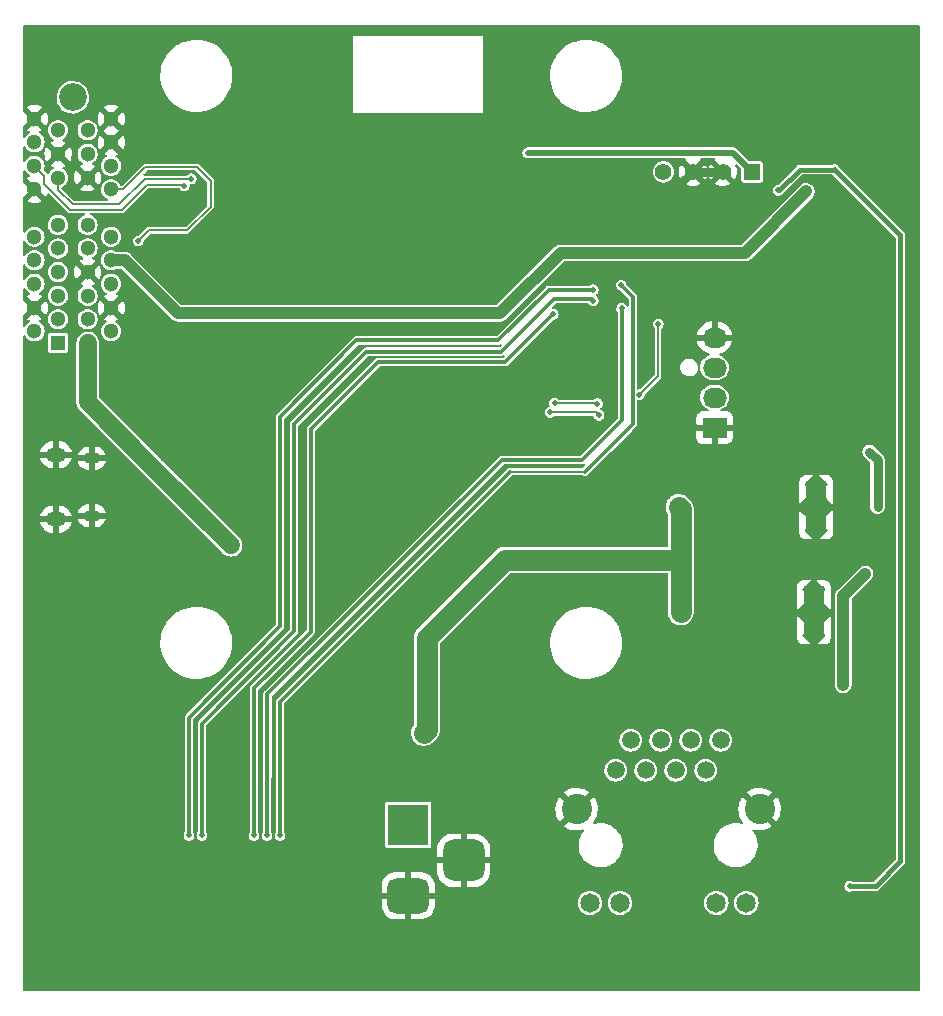
<source format=gbl>
%TF.GenerationSoftware,KiCad,Pcbnew,(5.99.0-11164-g062c4fda62)*%
%TF.CreationDate,2021-09-01T15:58:56+05:30*%
%TF.ProjectId,rpi-cm4-base-carrier,7270692d-636d-4342-9d62-6173652d6361,v01*%
%TF.SameCoordinates,Original*%
%TF.FileFunction,Copper,L2,Bot*%
%TF.FilePolarity,Positive*%
%FSLAX46Y46*%
G04 Gerber Fmt 4.6, Leading zero omitted, Abs format (unit mm)*
G04 Created by KiCad (PCBNEW (5.99.0-11164-g062c4fda62)) date 2021-09-01 15:58:56*
%MOMM*%
%LPD*%
G01*
G04 APERTURE LIST*
G04 Aperture macros list*
%AMRoundRect*
0 Rectangle with rounded corners*
0 $1 Rounding radius*
0 $2 $3 $4 $5 $6 $7 $8 $9 X,Y pos of 4 corners*
0 Add a 4 corners polygon primitive as box body*
4,1,4,$2,$3,$4,$5,$6,$7,$8,$9,$2,$3,0*
0 Add four circle primitives for the rounded corners*
1,1,$1+$1,$2,$3*
1,1,$1+$1,$4,$5*
1,1,$1+$1,$6,$7*
1,1,$1+$1,$8,$9*
0 Add four rect primitives between the rounded corners*
20,1,$1+$1,$2,$3,$4,$5,0*
20,1,$1+$1,$4,$5,$6,$7,0*
20,1,$1+$1,$6,$7,$8,$9,0*
20,1,$1+$1,$8,$9,$2,$3,0*%
G04 Aperture macros list end*
%TA.AperFunction,ComponentPad*%
%ADD10R,1.408000X1.408000*%
%TD*%
%TA.AperFunction,ComponentPad*%
%ADD11C,1.408000*%
%TD*%
%TA.AperFunction,ComponentPad*%
%ADD12C,0.500000*%
%TD*%
%TA.AperFunction,SMDPad,CuDef*%
%ADD13R,1.800000X4.400000*%
%TD*%
%TA.AperFunction,ComponentPad*%
%ADD14C,1.509000*%
%TD*%
%TA.AperFunction,ComponentPad*%
%ADD15C,1.650000*%
%TD*%
%TA.AperFunction,ComponentPad*%
%ADD16C,2.565000*%
%TD*%
%TA.AperFunction,ComponentPad*%
%ADD17O,1.400000X1.000000*%
%TD*%
%TA.AperFunction,ComponentPad*%
%ADD18O,1.700000X1.300000*%
%TD*%
%TA.AperFunction,ComponentPad*%
%ADD19R,2.030000X1.730000*%
%TD*%
%TA.AperFunction,ComponentPad*%
%ADD20O,2.030000X1.730000*%
%TD*%
%TA.AperFunction,ComponentPad*%
%ADD21C,2.350000*%
%TD*%
%TA.AperFunction,ComponentPad*%
%ADD22R,1.300000X1.300000*%
%TD*%
%TA.AperFunction,ComponentPad*%
%ADD23C,1.300000*%
%TD*%
%TA.AperFunction,ComponentPad*%
%ADD24R,3.500000X3.500000*%
%TD*%
%TA.AperFunction,ComponentPad*%
%ADD25RoundRect,0.750000X1.000000X-0.750000X1.000000X0.750000X-1.000000X0.750000X-1.000000X-0.750000X0*%
%TD*%
%TA.AperFunction,ComponentPad*%
%ADD26RoundRect,0.875000X0.875000X-0.875000X0.875000X0.875000X-0.875000X0.875000X-0.875000X-0.875000X0*%
%TD*%
%TA.AperFunction,ViaPad*%
%ADD27C,0.508000*%
%TD*%
%TA.AperFunction,Conductor*%
%ADD28C,1.000000*%
%TD*%
%TA.AperFunction,Conductor*%
%ADD29C,0.152400*%
%TD*%
%TA.AperFunction,Conductor*%
%ADD30C,0.750000*%
%TD*%
%TA.AperFunction,Conductor*%
%ADD31C,0.650000*%
%TD*%
%TA.AperFunction,Conductor*%
%ADD32C,1.500000*%
%TD*%
%TA.AperFunction,Conductor*%
%ADD33C,1.800000*%
%TD*%
%TA.AperFunction,Conductor*%
%ADD34C,0.500000*%
%TD*%
%TA.AperFunction,Conductor*%
%ADD35C,0.400000*%
%TD*%
%TA.AperFunction,Conductor*%
%ADD36C,0.800000*%
%TD*%
%TA.AperFunction,Conductor*%
%ADD37C,0.300000*%
%TD*%
%TA.AperFunction,Conductor*%
%ADD38C,0.200000*%
%TD*%
%TA.AperFunction,Conductor*%
%ADD39C,0.155000*%
%TD*%
G04 APERTURE END LIST*
D10*
%TO.P,J4,1,Pin_1*%
%TO.N,+12v*%
X172697500Y-57890000D03*
D11*
%TO.P,J4,2,Pin_2*%
%TO.N,GND*%
X170197500Y-57890000D03*
%TO.P,J4,3,Pin_3*%
X167697500Y-57890000D03*
%TO.P,J4,4,Pin_4*%
%TO.N,+5V*%
X165197500Y-57890000D03*
%TD*%
D12*
%TO.P,U3,9,EP*%
%TO.N,GND*%
X177470000Y-84330000D03*
X178770000Y-85630000D03*
X177470000Y-85630000D03*
X177470000Y-86930000D03*
D13*
X178120000Y-86280000D03*
D12*
X177470000Y-88230000D03*
X178770000Y-86930000D03*
X178770000Y-88230000D03*
X178770000Y-84330000D03*
%TD*%
D14*
%TO.P,J7,1,TD+*%
%TO.N,/CM4 GPIO/TRD0_P*%
X161144500Y-108550000D03*
%TO.P,J7,2,TD-*%
%TO.N,/CM4 GPIO/TRD0_N*%
X162414500Y-106010000D03*
%TO.P,J7,3,RD+*%
%TO.N,/CM4 GPIO/TRD1_P*%
X163684500Y-108550000D03*
%TO.P,J7,4,NC_1*%
%TO.N,N/C*%
X164954500Y-106010000D03*
%TO.P,J7,5,NC_2*%
X166224500Y-108550000D03*
%TO.P,J7,6,RD-*%
%TO.N,/CM4 GPIO/TRD1_N*%
X167494500Y-106010000D03*
%TO.P,J7,7,NC_3*%
%TO.N,N/C*%
X168764500Y-108550000D03*
%TO.P,J7,8,CHS_GND*%
%TO.N,Net-(C34-Pad2)*%
X170034500Y-106010000D03*
D15*
%TO.P,J7,9,ANODE_GREEN*%
%TO.N,+3.3V*%
X158964500Y-119800000D03*
%TO.P,J7,10,CATHODE_GREEN*%
%TO.N,Net-(J7-Pad10)*%
X161504500Y-119800000D03*
%TO.P,J7,11,CATHODE_YELLOW*%
%TO.N,Net-(J7-Pad11)*%
X169674500Y-119800000D03*
%TO.P,J7,12,ANODE_YELLOW*%
%TO.N,+3.3V*%
X172214500Y-119800000D03*
D16*
%TO.P,J7,MH1,MH1*%
%TO.N,GND*%
X173334500Y-111850000D03*
%TO.P,J7,MH2,MH2*%
X157844500Y-111850000D03*
%TD*%
D17*
%TO.P,J2,6,Shield*%
%TO.N,GND*%
X116789556Y-86999089D03*
D18*
X113759556Y-87299089D03*
D17*
X116789556Y-82149089D03*
D18*
X113759556Y-81849089D03*
%TD*%
D12*
%TO.P,U4,9,EP*%
%TO.N,GND*%
X178580000Y-94535000D03*
X177280000Y-93235000D03*
X178580000Y-95835000D03*
X177280000Y-95835000D03*
X177280000Y-97135000D03*
X178580000Y-97135000D03*
X178580000Y-93235000D03*
X177280000Y-94535000D03*
D13*
X177930000Y-95185000D03*
%TD*%
D19*
%TO.P,J1,1,Pin_1*%
%TO.N,GND*%
X169520000Y-79540000D03*
D20*
%TO.P,J1,2,Pin_2*%
%TO.N,/CM4 GPIO/GPIO15*%
X169520000Y-77000000D03*
%TO.P,J1,3,Pin_3*%
%TO.N,/CM4 GPIO/GPIO14*%
X169520000Y-74460000D03*
%TO.P,J1,4,Pin_4*%
%TO.N,GND*%
X169520000Y-71920000D03*
%TD*%
D21*
%TO.P,J6,19*%
%TO.N,N/C*%
X115190000Y-51580000D03*
D22*
%TO.P,J6,A1,nPRSNT1*%
X113940000Y-72380000D03*
D23*
%TO.P,J6,A2,+12V*%
%TO.N,+12v*%
X111940000Y-71380000D03*
%TO.P,J6,A3,+12V*%
X113940000Y-70380000D03*
%TO.P,J6,A4,GND*%
%TO.N,GND*%
X111940000Y-69380000D03*
%TO.P,J6,A5,TCK*%
%TO.N,+3.3V*%
X113940000Y-68380000D03*
%TO.P,J6,A6,TDI*%
X111940000Y-67380000D03*
%TO.P,J6,A7,TD0*%
%TO.N,N/C*%
X113940000Y-66380000D03*
%TO.P,J6,A8,TMS*%
%TO.N,+3.3V*%
X111940000Y-65380000D03*
%TO.P,J6,A9,+3.3V*%
X113940000Y-64380000D03*
%TO.P,J6,A10,+3.3V*%
X111940000Y-63380000D03*
%TO.P,J6,A11,nPERST*%
%TO.N,/CM4 High Speed/PCIE_nRST*%
X113940000Y-62380000D03*
%TO.P,J6,A12,GND*%
%TO.N,GND*%
X111940000Y-59380000D03*
%TO.P,J6,A13,REFCLK+*%
%TO.N,/CM4 High Speed/PCIE_CLK_P*%
X113940000Y-58380000D03*
%TO.P,J6,A14,REFCLK-*%
%TO.N,/CM4 High Speed/PCIE_CLK_N*%
X111940000Y-57380000D03*
%TO.P,J6,A15,GND*%
%TO.N,GND*%
X113940000Y-56380000D03*
%TO.P,J6,A16,PERP0*%
%TO.N,/CM4 High Speed/PCIE_RX_N*%
X111940000Y-55380000D03*
%TO.P,J6,A17,PERN0*%
%TO.N,/CM4 High Speed/PCIE_RX_P*%
X113940000Y-54380000D03*
%TO.P,J6,A18,GND*%
%TO.N,GND*%
X111940000Y-53380000D03*
%TO.P,J6,B1,+12v*%
%TO.N,+12v*%
X116440000Y-72380000D03*
%TO.P,J6,B2,+12v*%
X118440000Y-71380000D03*
%TO.P,J6,B3,+12v*%
X116440000Y-70380000D03*
%TO.P,J6,B4,GND*%
%TO.N,GND*%
X118440000Y-69380000D03*
%TO.P,J6,B5,SMCLK*%
%TO.N,N/C*%
X116440000Y-68380000D03*
%TO.P,J6,B6,SMDAT*%
X118440000Y-67380000D03*
%TO.P,J6,B7,GND*%
%TO.N,GND*%
X116440000Y-66380000D03*
%TO.P,J6,B8,+3.3v*%
%TO.N,+3.3V*%
X118440000Y-65380000D03*
%TO.P,J6,B9,nTRST*%
X116440000Y-64380000D03*
%TO.P,J6,B10,+3.3vAUX*%
X118440000Y-63380000D03*
%TO.P,J6,B11,nWAKE*%
%TO.N,N/C*%
X116440000Y-62380000D03*
%TO.P,J6,B12,nCLKREQ*%
%TO.N,/CM4 High Speed/PCIE_CLK_nREQ*%
X118440000Y-59380000D03*
%TO.P,J6,B13,GND*%
%TO.N,GND*%
X116440000Y-58380000D03*
%TO.P,J6,B14,PETP0*%
%TO.N,/CM4 High Speed/PCIE_TX_N*%
X118440000Y-57380000D03*
%TO.P,J6,B15,PETN0*%
%TO.N,/CM4 High Speed/PCIE_TX_P*%
X116440000Y-56380000D03*
%TO.P,J6,B16,GND*%
%TO.N,GND*%
X118440000Y-55380000D03*
%TO.P,J6,B17,nPRSNT2*%
%TO.N,N/C*%
X116440000Y-54380000D03*
%TO.P,J6,B18,GND*%
%TO.N,GND*%
X118440000Y-53380000D03*
%TD*%
D24*
%TO.P,J3,1*%
%TO.N,Net-(C3-Pad1)*%
X143592500Y-113170000D03*
D25*
%TO.P,J3,2*%
%TO.N,GND*%
X143592500Y-119170000D03*
D26*
%TO.P,J3,3*%
X148292500Y-116170000D03*
%TD*%
D27*
%TO.N,Net-(L2-Pad1)*%
X182260000Y-91930000D03*
X180420000Y-101330000D03*
%TO.N,GND*%
X118500000Y-100520000D03*
X129040000Y-76900000D03*
X119810000Y-84284100D03*
X112450000Y-79390000D03*
X114420000Y-105230000D03*
X128880000Y-73480000D03*
X115390000Y-95610000D03*
X124780000Y-80100000D03*
X125340000Y-81280000D03*
X150970000Y-52000000D03*
X160000000Y-84360000D03*
X174880000Y-75830000D03*
X139560000Y-104030000D03*
X137680000Y-49230000D03*
X155870000Y-73080000D03*
X176310000Y-100020000D03*
X137680000Y-47030000D03*
X137680000Y-51920000D03*
X165980000Y-83290000D03*
X154370000Y-63940000D03*
X165950000Y-61170000D03*
X159080000Y-74600000D03*
X170220000Y-81960000D03*
X128350000Y-114010000D03*
X174720000Y-79580000D03*
X172540000Y-90680000D03*
X163990000Y-79010000D03*
X155850000Y-75050000D03*
X112530000Y-75990000D03*
X118880000Y-49600000D03*
X163090000Y-49920000D03*
X128650000Y-61830000D03*
X150970000Y-46950000D03*
X112790000Y-49540000D03*
X150970000Y-49475000D03*
X127220000Y-114000000D03*
X178090000Y-83170000D03*
X176160000Y-83160000D03*
X152280000Y-123300000D03*
X132250000Y-122540000D03*
X172380000Y-100490000D03*
X113620000Y-113320000D03*
X154710000Y-120360000D03*
X172160000Y-67850000D03*
X120390000Y-91300000D03*
X156410000Y-109050000D03*
X183830000Y-91680000D03*
X121720000Y-78820000D03*
X124840000Y-72680000D03*
X137430000Y-118770000D03*
X156480000Y-115280000D03*
X176350000Y-109120000D03*
X183840000Y-56220000D03*
X119920000Y-110770000D03*
X159940000Y-92560000D03*
X128790000Y-67520000D03*
X125670000Y-122650000D03*
X163925900Y-98480000D03*
X124790000Y-63960000D03*
X149710000Y-120250000D03*
X178090000Y-90240000D03*
X144280000Y-53710000D03*
X123730000Y-56340000D03*
X176430000Y-112970000D03*
X124780000Y-76370000D03*
X183950000Y-52580000D03*
X176350000Y-115820000D03*
X170210000Y-90700000D03*
X170600000Y-61180000D03*
X120060000Y-105000000D03*
X151560000Y-116070000D03*
X149010000Y-53710000D03*
X167180000Y-100350000D03*
X167980000Y-67960000D03*
X139560000Y-53710000D03*
X118860000Y-81970000D03*
X124790000Y-67850000D03*
%TO.N,+12v*%
X145160000Y-98360000D03*
X153720000Y-56270000D03*
X166660000Y-95175000D03*
X144900000Y-105390000D03*
X128570000Y-89510000D03*
X166480000Y-86290000D03*
%TO.N,/CM4 GPIO/nLED_Activity*%
X164750000Y-70770000D03*
X163150000Y-76770000D03*
%TO.N,+5V*%
X179680000Y-57700000D03*
X180970000Y-118380000D03*
X174910000Y-59460000D03*
%TO.N,+3.3V*%
X182640000Y-81580000D03*
X177290000Y-59550000D03*
X183320000Y-86260000D03*
%TO.N,/CM4 GPIO/SD_CMD*%
X155860000Y-69950000D03*
X130530000Y-114080000D03*
%TO.N,/CM4 GPIO/SD_DAT2*%
X161610000Y-67470000D03*
X132730000Y-114080000D03*
%TO.N,/CM4 High Speed/PCIE_CLK_nREQ*%
X120730000Y-63750000D03*
%TO.N,/CM4 High Speed/PCIE_CLK_P*%
X125216278Y-58483722D03*
%TO.N,/CM4 High Speed/PCIE_CLK_N*%
X124623722Y-59076278D03*
%TO.N,/CM4 GPIO/SD_DAT3*%
X161660000Y-69450000D03*
X131630000Y-114080000D03*
%TO.N,/CM4 GPIO/SD_DAT0*%
X159240000Y-68790000D03*
X126120000Y-114080000D03*
%TO.N,/CM4 GPIO/SD_DAT1*%
X125020000Y-114080000D03*
X159240000Y-67870000D03*
%TO.N,/CM4 GPIO/ETH_LEDG*%
X159600000Y-77510000D03*
X155980000Y-77490000D03*
%TO.N,/CM4 GPIO/ETH_LEDY*%
X159740000Y-78500000D03*
X155600000Y-78260000D03*
%TD*%
D28*
%TO.N,Net-(L2-Pad1)*%
X182260000Y-91930000D02*
X180420000Y-93770000D01*
X180420000Y-93770000D02*
X180420000Y-101330000D01*
D29*
%TO.N,GND*%
X111820000Y-53330000D02*
X111820000Y-53608612D01*
X113820000Y-56330000D02*
X113820000Y-56630345D01*
D30*
X167697500Y-57890000D02*
X170197500Y-57890000D01*
D31*
X165950000Y-61170000D02*
X165950000Y-59637500D01*
D29*
X118520000Y-69130000D02*
X118320000Y-69330000D01*
X143592500Y-119170000D02*
X145292500Y-119170000D01*
X118320000Y-68830000D02*
X118320000Y-69330000D01*
D31*
X167717500Y-57870000D02*
X167720000Y-57870000D01*
X165950000Y-59637500D02*
X167717500Y-57870000D01*
D32*
%TO.N,+12v*%
X116440000Y-77370000D02*
X121920000Y-82850000D01*
D33*
X151780000Y-90720000D02*
X166660000Y-90720000D01*
X145155000Y-105135000D02*
X145155000Y-100635000D01*
X145160000Y-97340000D02*
X151780000Y-90720000D01*
D34*
X171077500Y-56270000D02*
X172697500Y-57890000D01*
D32*
X128570000Y-89510000D02*
X121920000Y-82860000D01*
D33*
X166660000Y-90720000D02*
X166660000Y-86470000D01*
X166660000Y-95175000D02*
X166660000Y-90720000D01*
D32*
X116440000Y-72380000D02*
X116440000Y-77370000D01*
D28*
X121920000Y-82860000D02*
X121920000Y-82850000D01*
D33*
X145155000Y-100635000D02*
X145160000Y-100630000D01*
D34*
X153720000Y-56270000D02*
X171077500Y-56270000D01*
D33*
X145160000Y-100630000D02*
X145160000Y-98360000D01*
X166660000Y-86470000D02*
X166480000Y-86290000D01*
X144900000Y-105390000D02*
X145155000Y-105135000D01*
X145160000Y-98360000D02*
X145160000Y-97340000D01*
D29*
%TO.N,/CM4 GPIO/nLED_Activity*%
X164750000Y-75170000D02*
X164750000Y-70770000D01*
X163150000Y-76770000D02*
X164750000Y-75170000D01*
D35*
%TO.N,+5V*%
X174910000Y-59460000D02*
X174960000Y-59460000D01*
X179680000Y-57700000D02*
X185250000Y-63270000D01*
X185250000Y-63270000D02*
X185250000Y-116280000D01*
X183150000Y-118380000D02*
X180970000Y-118380000D01*
X174960000Y-59460000D02*
X176720000Y-57700000D01*
X185250000Y-116280000D02*
X183150000Y-118380000D01*
X176720000Y-57700000D02*
X179680000Y-57700000D01*
D28*
%TO.N,+3.3V*%
X151370000Y-69870000D02*
X151790000Y-69450000D01*
X177290000Y-59550000D02*
X172080000Y-64760000D01*
X118440000Y-65380000D02*
X119630000Y-65380000D01*
D36*
X183320000Y-86260000D02*
X183320000Y-82260000D01*
D28*
X124120000Y-69870000D02*
X151370000Y-69870000D01*
X156480000Y-64760000D02*
X151790000Y-69450000D01*
X119630000Y-65380000D02*
X124120000Y-69870000D01*
X172080000Y-64760000D02*
X156480000Y-64760000D01*
D36*
X183320000Y-82260000D02*
X182640000Y-81580000D01*
D37*
%TO.N,/CM4 GPIO/SD_CMD*%
X141000000Y-74020000D02*
X135330000Y-79690000D01*
X135330000Y-96820000D02*
X130530000Y-101620000D01*
X155860000Y-69950000D02*
X155840000Y-69950000D01*
X151770000Y-74020000D02*
X141000000Y-74020000D01*
X155840000Y-69950000D02*
X151770000Y-74020000D01*
X130530000Y-101620000D02*
X130530000Y-114080000D01*
X135330000Y-79690000D02*
X135330000Y-96820000D01*
D38*
%TO.N,/CM4 GPIO/SD_DAT2*%
X152240000Y-83270000D02*
X158550000Y-83270000D01*
D37*
X162594089Y-79225911D02*
X158550000Y-83270000D01*
X132730000Y-114080000D02*
X132730000Y-102780000D01*
X132730000Y-102780000D02*
X152240000Y-83270000D01*
X161610000Y-67470000D02*
X162594089Y-68454089D01*
X162594089Y-68454089D02*
X162594089Y-79225911D01*
D29*
%TO.N,/CM4 High Speed/PCIE_CLK_nREQ*%
X126850000Y-60840000D02*
X126850000Y-58650000D01*
X119460000Y-59380000D02*
X118440000Y-59380000D01*
X126850000Y-58650000D02*
X125700000Y-57500000D01*
X121340000Y-57500000D02*
X119460000Y-59380000D01*
X120730000Y-63750000D02*
X121640000Y-62840000D01*
X125700000Y-57500000D02*
X121340000Y-57500000D01*
X121640000Y-62840000D02*
X124850000Y-62840000D01*
X124850000Y-62840000D02*
X126850000Y-60840000D01*
D39*
%TO.N,/CM4 High Speed/PCIE_CLK_P*%
X115180448Y-60627500D02*
X113940000Y-59387052D01*
X113940000Y-59387052D02*
X113940000Y-58380000D01*
X119119552Y-60627500D02*
X115180448Y-60627500D01*
X121263330Y-58483722D02*
X119119552Y-60627500D01*
X125216278Y-58483722D02*
X121263330Y-58483722D01*
%TO.N,/CM4 High Speed/PCIE_CLK_N*%
X111940000Y-57380000D02*
X112790000Y-58230000D01*
X119320448Y-61112500D02*
X121464226Y-58968722D01*
X121464226Y-58968722D02*
X124516166Y-58968722D01*
X112790000Y-58922948D02*
X114979552Y-61112500D01*
X124516166Y-58968722D02*
X124623722Y-59076278D01*
X114979552Y-61112500D02*
X119320448Y-61112500D01*
X112790000Y-58230000D02*
X112790000Y-58922948D01*
D37*
%TO.N,/CM4 GPIO/SD_DAT3*%
X131660000Y-102130000D02*
X151490000Y-82300000D01*
X151490000Y-82300000D02*
X158300000Y-82300000D01*
X131630000Y-109170228D02*
X131660000Y-109140228D01*
X158300000Y-82300000D02*
X161660000Y-78940000D01*
X131660000Y-109140228D02*
X131660000Y-102130000D01*
X161660000Y-78940000D02*
X161660000Y-69450000D01*
X131630000Y-114080000D02*
X131630000Y-109170228D01*
%TO.N,/CM4 GPIO/SD_DAT0*%
X133930000Y-96800000D02*
X133930000Y-79220000D01*
X126120000Y-114080000D02*
X126120000Y-104610000D01*
X151480000Y-73110000D02*
X155920000Y-68670000D01*
X159120000Y-68670000D02*
X159240000Y-68790000D01*
X126120000Y-104610000D02*
X133930000Y-96800000D01*
X155920000Y-68670000D02*
X159120000Y-68670000D01*
X140040000Y-73110000D02*
X151480000Y-73110000D01*
X133930000Y-79220000D02*
X140040000Y-73110000D01*
%TO.N,/CM4 GPIO/SD_DAT1*%
X132750000Y-78620000D02*
X139200000Y-72170000D01*
X155250000Y-68130000D02*
X155510000Y-67870000D01*
X132750000Y-96370000D02*
X132750000Y-78620000D01*
X155250000Y-68130000D02*
X151210000Y-72170000D01*
X139200000Y-72170000D02*
X151210000Y-72170000D01*
X125010000Y-114070000D02*
X125010000Y-104110000D01*
X125010000Y-104110000D02*
X132750000Y-96370000D01*
X155510000Y-67870000D02*
X159240000Y-67870000D01*
X125020000Y-114080000D02*
X125010000Y-114070000D01*
D29*
%TO.N,/CM4 GPIO/ETH_LEDG*%
X159580000Y-77490000D02*
X159600000Y-77510000D01*
X155980000Y-77490000D02*
X159580000Y-77490000D01*
%TO.N,/CM4 GPIO/ETH_LEDY*%
X155600000Y-78260000D02*
X159500000Y-78260000D01*
X159500000Y-78260000D02*
X159740000Y-78500000D01*
%TD*%
%TA.AperFunction,Conductor*%
%TO.N,GND*%
G36*
X186887208Y-45501822D02*
G01*
X186917648Y-45554545D01*
X186919000Y-45570000D01*
X186919000Y-127150000D01*
X186898178Y-127207208D01*
X186845455Y-127237648D01*
X186830000Y-127239000D01*
X111090000Y-127239000D01*
X111032792Y-127218178D01*
X111002352Y-127165455D01*
X111001000Y-127150000D01*
X111001000Y-119434734D01*
X141334500Y-119434734D01*
X141334500Y-119974046D01*
X141334675Y-119977990D01*
X141349110Y-120139720D01*
X141350504Y-120147471D01*
X141407667Y-120356422D01*
X141410422Y-120363828D01*
X141503677Y-120559342D01*
X141507693Y-120566134D01*
X141634105Y-120742055D01*
X141639261Y-120748028D01*
X141794816Y-120898772D01*
X141800963Y-120903749D01*
X141980752Y-121024562D01*
X141987675Y-121028369D01*
X142186028Y-121115440D01*
X142193506Y-121117957D01*
X142404487Y-121168608D01*
X142411597Y-121169715D01*
X142522793Y-121177881D01*
X142526038Y-121178000D01*
X143322806Y-121178000D01*
X143334829Y-121173624D01*
X143338500Y-121167266D01*
X143338500Y-119439694D01*
X143336695Y-119434734D01*
X143846500Y-119434734D01*
X143846500Y-121162306D01*
X143850876Y-121174329D01*
X143857234Y-121178000D01*
X144646546Y-121178000D01*
X144650490Y-121177825D01*
X144812220Y-121163390D01*
X144819971Y-121161996D01*
X145028922Y-121104833D01*
X145036328Y-121102078D01*
X145231842Y-121008823D01*
X145238634Y-121004807D01*
X145414555Y-120878395D01*
X145420528Y-120873239D01*
X145571272Y-120717684D01*
X145576249Y-120711537D01*
X145697062Y-120531748D01*
X145700869Y-120524825D01*
X145787940Y-120326472D01*
X145790457Y-120318994D01*
X145841108Y-120108013D01*
X145842215Y-120100903D01*
X145850381Y-119989707D01*
X145850500Y-119986462D01*
X145850500Y-119785612D01*
X157934100Y-119785612D01*
X157950930Y-119986025D01*
X158006365Y-120179352D01*
X158098296Y-120358230D01*
X158223220Y-120515845D01*
X158376380Y-120646194D01*
X158380172Y-120648313D01*
X158380173Y-120648314D01*
X158548144Y-120742191D01*
X158548148Y-120742193D01*
X158551940Y-120744312D01*
X158556071Y-120745654D01*
X158556075Y-120745656D01*
X158739075Y-120805116D01*
X158739077Y-120805116D01*
X158743215Y-120806461D01*
X158942919Y-120830274D01*
X158947248Y-120829941D01*
X158947252Y-120829941D01*
X159139110Y-120815178D01*
X159139115Y-120815177D01*
X159143444Y-120814844D01*
X159232960Y-120789851D01*
X159332961Y-120761931D01*
X159332964Y-120761930D01*
X159337154Y-120760760D01*
X159516670Y-120670080D01*
X159675153Y-120546259D01*
X159693655Y-120524825D01*
X159803726Y-120397306D01*
X159806568Y-120394014D01*
X159829098Y-120354355D01*
X159903760Y-120222925D01*
X159905909Y-120219142D01*
X159969391Y-120028306D01*
X159994598Y-119828773D01*
X159995000Y-119800000D01*
X159993589Y-119785612D01*
X160474100Y-119785612D01*
X160490930Y-119986025D01*
X160546365Y-120179352D01*
X160638296Y-120358230D01*
X160763220Y-120515845D01*
X160916380Y-120646194D01*
X160920172Y-120648313D01*
X160920173Y-120648314D01*
X161088144Y-120742191D01*
X161088148Y-120742193D01*
X161091940Y-120744312D01*
X161096071Y-120745654D01*
X161096075Y-120745656D01*
X161279075Y-120805116D01*
X161279077Y-120805116D01*
X161283215Y-120806461D01*
X161482919Y-120830274D01*
X161487248Y-120829941D01*
X161487252Y-120829941D01*
X161679110Y-120815178D01*
X161679115Y-120815177D01*
X161683444Y-120814844D01*
X161772960Y-120789851D01*
X161872961Y-120761931D01*
X161872964Y-120761930D01*
X161877154Y-120760760D01*
X162056670Y-120670080D01*
X162215153Y-120546259D01*
X162233655Y-120524825D01*
X162343726Y-120397306D01*
X162346568Y-120394014D01*
X162369098Y-120354355D01*
X162443760Y-120222925D01*
X162445909Y-120219142D01*
X162509391Y-120028306D01*
X162534598Y-119828773D01*
X162535000Y-119800000D01*
X162533589Y-119785612D01*
X168644100Y-119785612D01*
X168660930Y-119986025D01*
X168716365Y-120179352D01*
X168808296Y-120358230D01*
X168933220Y-120515845D01*
X169086380Y-120646194D01*
X169090172Y-120648313D01*
X169090173Y-120648314D01*
X169258144Y-120742191D01*
X169258148Y-120742193D01*
X169261940Y-120744312D01*
X169266071Y-120745654D01*
X169266075Y-120745656D01*
X169449075Y-120805116D01*
X169449077Y-120805116D01*
X169453215Y-120806461D01*
X169652919Y-120830274D01*
X169657248Y-120829941D01*
X169657252Y-120829941D01*
X169849110Y-120815178D01*
X169849115Y-120815177D01*
X169853444Y-120814844D01*
X169942960Y-120789851D01*
X170042961Y-120761931D01*
X170042964Y-120761930D01*
X170047154Y-120760760D01*
X170226670Y-120670080D01*
X170385153Y-120546259D01*
X170403655Y-120524825D01*
X170513726Y-120397306D01*
X170516568Y-120394014D01*
X170539098Y-120354355D01*
X170613760Y-120222925D01*
X170615909Y-120219142D01*
X170679391Y-120028306D01*
X170704598Y-119828773D01*
X170705000Y-119800000D01*
X170703589Y-119785612D01*
X171184100Y-119785612D01*
X171200930Y-119986025D01*
X171256365Y-120179352D01*
X171348296Y-120358230D01*
X171473220Y-120515845D01*
X171626380Y-120646194D01*
X171630172Y-120648313D01*
X171630173Y-120648314D01*
X171798144Y-120742191D01*
X171798148Y-120742193D01*
X171801940Y-120744312D01*
X171806071Y-120745654D01*
X171806075Y-120745656D01*
X171989075Y-120805116D01*
X171989077Y-120805116D01*
X171993215Y-120806461D01*
X172192919Y-120830274D01*
X172197248Y-120829941D01*
X172197252Y-120829941D01*
X172389110Y-120815178D01*
X172389115Y-120815177D01*
X172393444Y-120814844D01*
X172482960Y-120789851D01*
X172582961Y-120761931D01*
X172582964Y-120761930D01*
X172587154Y-120760760D01*
X172766670Y-120670080D01*
X172925153Y-120546259D01*
X172943655Y-120524825D01*
X173053726Y-120397306D01*
X173056568Y-120394014D01*
X173079098Y-120354355D01*
X173153760Y-120222925D01*
X173155909Y-120219142D01*
X173219391Y-120028306D01*
X173244598Y-119828773D01*
X173245000Y-119800000D01*
X173225374Y-119599842D01*
X173167245Y-119407307D01*
X173072825Y-119229730D01*
X172945713Y-119073874D01*
X172942361Y-119071101D01*
X172942358Y-119071098D01*
X172794106Y-118948455D01*
X172790748Y-118945677D01*
X172613835Y-118850020D01*
X172602642Y-118846555D01*
X172550513Y-118830419D01*
X172421711Y-118790548D01*
X172417382Y-118790093D01*
X172417377Y-118790092D01*
X172226028Y-118769980D01*
X172226023Y-118769980D01*
X172221694Y-118769525D01*
X172021404Y-118787753D01*
X171828468Y-118844537D01*
X171650236Y-118937714D01*
X171493497Y-119063736D01*
X171364221Y-119217802D01*
X171267331Y-119394043D01*
X171266016Y-119398189D01*
X171266015Y-119398191D01*
X171207833Y-119581603D01*
X171207832Y-119581608D01*
X171206519Y-119585747D01*
X171206034Y-119590067D01*
X171206034Y-119590069D01*
X171184585Y-119781287D01*
X171184100Y-119785612D01*
X170703589Y-119785612D01*
X170685374Y-119599842D01*
X170627245Y-119407307D01*
X170532825Y-119229730D01*
X170405713Y-119073874D01*
X170402361Y-119071101D01*
X170402358Y-119071098D01*
X170254106Y-118948455D01*
X170250748Y-118945677D01*
X170073835Y-118850020D01*
X170062642Y-118846555D01*
X170010513Y-118830419D01*
X169881711Y-118790548D01*
X169877382Y-118790093D01*
X169877377Y-118790092D01*
X169686028Y-118769980D01*
X169686023Y-118769980D01*
X169681694Y-118769525D01*
X169481404Y-118787753D01*
X169288468Y-118844537D01*
X169110236Y-118937714D01*
X168953497Y-119063736D01*
X168824221Y-119217802D01*
X168727331Y-119394043D01*
X168726016Y-119398189D01*
X168726015Y-119398191D01*
X168667833Y-119581603D01*
X168667832Y-119581608D01*
X168666519Y-119585747D01*
X168666034Y-119590067D01*
X168666034Y-119590069D01*
X168644585Y-119781287D01*
X168644100Y-119785612D01*
X162533589Y-119785612D01*
X162515374Y-119599842D01*
X162457245Y-119407307D01*
X162362825Y-119229730D01*
X162235713Y-119073874D01*
X162232361Y-119071101D01*
X162232358Y-119071098D01*
X162084106Y-118948455D01*
X162080748Y-118945677D01*
X161903835Y-118850020D01*
X161892642Y-118846555D01*
X161840513Y-118830419D01*
X161711711Y-118790548D01*
X161707382Y-118790093D01*
X161707377Y-118790092D01*
X161516028Y-118769980D01*
X161516023Y-118769980D01*
X161511694Y-118769525D01*
X161311404Y-118787753D01*
X161118468Y-118844537D01*
X160940236Y-118937714D01*
X160783497Y-119063736D01*
X160654221Y-119217802D01*
X160557331Y-119394043D01*
X160556016Y-119398189D01*
X160556015Y-119398191D01*
X160497833Y-119581603D01*
X160497832Y-119581608D01*
X160496519Y-119585747D01*
X160496034Y-119590067D01*
X160496034Y-119590069D01*
X160474585Y-119781287D01*
X160474100Y-119785612D01*
X159993589Y-119785612D01*
X159975374Y-119599842D01*
X159917245Y-119407307D01*
X159822825Y-119229730D01*
X159695713Y-119073874D01*
X159692361Y-119071101D01*
X159692358Y-119071098D01*
X159544106Y-118948455D01*
X159540748Y-118945677D01*
X159363835Y-118850020D01*
X159352642Y-118846555D01*
X159300513Y-118830419D01*
X159171711Y-118790548D01*
X159167382Y-118790093D01*
X159167377Y-118790092D01*
X158976028Y-118769980D01*
X158976023Y-118769980D01*
X158971694Y-118769525D01*
X158771404Y-118787753D01*
X158578468Y-118844537D01*
X158400236Y-118937714D01*
X158243497Y-119063736D01*
X158114221Y-119217802D01*
X158017331Y-119394043D01*
X158016016Y-119398189D01*
X158016015Y-119398191D01*
X157957833Y-119581603D01*
X157957832Y-119581608D01*
X157956519Y-119585747D01*
X157956034Y-119590067D01*
X157956034Y-119590069D01*
X157934585Y-119781287D01*
X157934100Y-119785612D01*
X145850500Y-119785612D01*
X145850500Y-119439694D01*
X145846124Y-119427671D01*
X145839766Y-119424000D01*
X143862194Y-119424000D01*
X143850171Y-119428376D01*
X143846500Y-119434734D01*
X143336695Y-119434734D01*
X143334124Y-119427671D01*
X143327766Y-119424000D01*
X141350194Y-119424000D01*
X141338171Y-119428376D01*
X141334500Y-119434734D01*
X111001000Y-119434734D01*
X111001000Y-118353538D01*
X141334500Y-118353538D01*
X141334500Y-118900306D01*
X141338876Y-118912329D01*
X141345234Y-118916000D01*
X143322806Y-118916000D01*
X143334829Y-118911624D01*
X143338500Y-118905266D01*
X143338500Y-117177694D01*
X143336695Y-117172734D01*
X143846500Y-117172734D01*
X143846500Y-118900306D01*
X143850876Y-118912329D01*
X143857234Y-118916000D01*
X145834806Y-118916000D01*
X145846829Y-118911624D01*
X145850500Y-118905266D01*
X145850500Y-118365954D01*
X145850325Y-118362010D01*
X145835890Y-118200280D01*
X145834496Y-118192529D01*
X145777333Y-117983578D01*
X145774578Y-117976172D01*
X145681323Y-117780658D01*
X145677307Y-117773866D01*
X145550895Y-117597945D01*
X145545739Y-117591972D01*
X145390184Y-117441228D01*
X145384037Y-117436251D01*
X145204248Y-117315438D01*
X145197325Y-117311631D01*
X144998972Y-117224560D01*
X144991494Y-117222043D01*
X144780513Y-117171392D01*
X144773403Y-117170285D01*
X144662207Y-117162119D01*
X144658962Y-117162000D01*
X143862194Y-117162000D01*
X143850171Y-117166376D01*
X143846500Y-117172734D01*
X143336695Y-117172734D01*
X143334124Y-117165671D01*
X143327766Y-117162000D01*
X142538454Y-117162000D01*
X142534510Y-117162175D01*
X142372780Y-117176610D01*
X142365029Y-117178004D01*
X142156078Y-117235167D01*
X142148672Y-117237922D01*
X141953158Y-117331177D01*
X141946366Y-117335193D01*
X141770445Y-117461605D01*
X141764472Y-117466761D01*
X141613728Y-117622316D01*
X141608751Y-117628463D01*
X141487938Y-117808252D01*
X141484131Y-117815175D01*
X141397060Y-118013528D01*
X141394543Y-118021006D01*
X141343892Y-118231987D01*
X141342785Y-118239097D01*
X141334619Y-118350293D01*
X141334500Y-118353538D01*
X111001000Y-118353538D01*
X111001000Y-116434734D01*
X146034500Y-116434734D01*
X146034500Y-117102042D01*
X146034660Y-117105805D01*
X146049025Y-117275108D01*
X146050290Y-117282507D01*
X146107360Y-117502391D01*
X146109856Y-117509479D01*
X146203158Y-117716602D01*
X146206806Y-117723156D01*
X146333676Y-117911602D01*
X146338380Y-117917452D01*
X146495183Y-118081826D01*
X146500803Y-118086798D01*
X146683065Y-118222404D01*
X146689441Y-118226358D01*
X146891943Y-118329315D01*
X146898899Y-118332139D01*
X147115843Y-118399502D01*
X147123191Y-118401117D01*
X147323101Y-118427613D01*
X147328957Y-118428000D01*
X148022806Y-118428000D01*
X148034829Y-118423624D01*
X148038500Y-118417266D01*
X148038500Y-116439694D01*
X148036695Y-116434734D01*
X148546500Y-116434734D01*
X148546500Y-118412306D01*
X148550876Y-118424329D01*
X148557234Y-118428000D01*
X149224542Y-118428000D01*
X149228305Y-118427840D01*
X149397608Y-118413475D01*
X149405007Y-118412210D01*
X149624891Y-118355140D01*
X149631979Y-118352644D01*
X149839102Y-118259342D01*
X149845656Y-118255694D01*
X150034102Y-118128824D01*
X150039952Y-118124120D01*
X150204326Y-117967317D01*
X150209298Y-117961697D01*
X150344904Y-117779435D01*
X150348858Y-117773059D01*
X150451815Y-117570557D01*
X150454639Y-117563601D01*
X150522002Y-117346657D01*
X150523617Y-117339309D01*
X150550113Y-117139399D01*
X150550500Y-117133543D01*
X150550500Y-116439694D01*
X150546124Y-116427671D01*
X150539766Y-116424000D01*
X148562194Y-116424000D01*
X148550171Y-116428376D01*
X148546500Y-116434734D01*
X148036695Y-116434734D01*
X148034124Y-116427671D01*
X148027766Y-116424000D01*
X146050194Y-116424000D01*
X146038171Y-116428376D01*
X146034500Y-116434734D01*
X111001000Y-116434734D01*
X111001000Y-115206458D01*
X146034500Y-115206458D01*
X146034500Y-115900306D01*
X146038876Y-115912329D01*
X146045234Y-115916000D01*
X148022806Y-115916000D01*
X148034829Y-115911624D01*
X148038500Y-115905266D01*
X148038500Y-113927694D01*
X148036695Y-113922734D01*
X148546500Y-113922734D01*
X148546500Y-115900306D01*
X148550876Y-115912329D01*
X148557234Y-115916000D01*
X150534806Y-115916000D01*
X150546829Y-115911624D01*
X150550500Y-115905266D01*
X150550500Y-115237958D01*
X150550340Y-115234195D01*
X150535975Y-115064892D01*
X150534710Y-115057493D01*
X150477640Y-114837609D01*
X150475144Y-114830521D01*
X150381842Y-114623398D01*
X150378194Y-114616844D01*
X150251324Y-114428398D01*
X150246619Y-114422546D01*
X150089817Y-114258174D01*
X150084197Y-114253202D01*
X149901935Y-114117596D01*
X149895559Y-114113642D01*
X149693057Y-114010685D01*
X149686101Y-114007861D01*
X149469157Y-113940498D01*
X149461809Y-113938883D01*
X149261899Y-113912387D01*
X149256042Y-113912000D01*
X148562194Y-113912000D01*
X148550171Y-113916376D01*
X148546500Y-113922734D01*
X148036695Y-113922734D01*
X148034124Y-113915671D01*
X148027766Y-113912000D01*
X147360458Y-113912000D01*
X147356695Y-113912160D01*
X147187392Y-113926525D01*
X147179993Y-113927790D01*
X146960109Y-113984860D01*
X146953021Y-113987356D01*
X146745898Y-114080658D01*
X146739344Y-114084306D01*
X146550898Y-114211176D01*
X146545048Y-114215880D01*
X146380674Y-114372683D01*
X146375702Y-114378303D01*
X146240096Y-114560565D01*
X146236142Y-114566941D01*
X146133185Y-114769443D01*
X146130361Y-114776399D01*
X146062998Y-114993343D01*
X146061383Y-115000691D01*
X146034887Y-115200601D01*
X146034500Y-115206458D01*
X111001000Y-115206458D01*
X111001000Y-114074386D01*
X124560534Y-114074386D01*
X124577427Y-114203569D01*
X124629898Y-114322817D01*
X124713728Y-114422546D01*
X124735223Y-114436854D01*
X124816905Y-114491227D01*
X124816907Y-114491228D01*
X124822180Y-114494738D01*
X124828228Y-114496628D01*
X124828229Y-114496628D01*
X124849829Y-114503376D01*
X124946535Y-114533589D01*
X124999376Y-114534558D01*
X125070453Y-114535861D01*
X125070455Y-114535861D01*
X125076795Y-114535977D01*
X125202489Y-114501708D01*
X125313514Y-114433539D01*
X125318168Y-114428398D01*
X125368598Y-114372683D01*
X125400943Y-114336949D01*
X125405438Y-114327673D01*
X125454983Y-114225410D01*
X125457748Y-114219703D01*
X125479363Y-114091227D01*
X125479500Y-114080000D01*
X125461031Y-113951034D01*
X125407107Y-113832435D01*
X125402971Y-113827634D01*
X125402969Y-113827632D01*
X125382076Y-113803385D01*
X125360500Y-113745290D01*
X125360500Y-104292048D01*
X125381322Y-104234840D01*
X125386567Y-104229115D01*
X132964177Y-96651505D01*
X132978833Y-96639670D01*
X132983071Y-96636934D01*
X132983076Y-96636929D01*
X132989256Y-96632939D01*
X133008808Y-96608138D01*
X133010258Y-96606298D01*
X133014818Y-96601166D01*
X133016492Y-96599190D01*
X133019082Y-96596600D01*
X133029298Y-96582303D01*
X133031799Y-96578973D01*
X133061527Y-96541263D01*
X133063788Y-96534825D01*
X133065280Y-96531953D01*
X133069249Y-96526398D01*
X133083008Y-96480389D01*
X133084297Y-96476423D01*
X133100206Y-96431121D01*
X133100500Y-96427727D01*
X133100500Y-96425808D01*
X133100571Y-96424157D01*
X133100865Y-96420677D01*
X133102696Y-96414556D01*
X133100569Y-96360407D01*
X133100500Y-96356915D01*
X133100500Y-78802047D01*
X133121322Y-78744839D01*
X133126567Y-78739115D01*
X139319113Y-72546568D01*
X139374289Y-72520839D01*
X139382046Y-72520500D01*
X151162390Y-72520500D01*
X151181121Y-72522493D01*
X151186066Y-72523558D01*
X151186069Y-72523558D01*
X151193254Y-72525105D01*
X151200555Y-72524241D01*
X151200557Y-72524241D01*
X151226948Y-72521117D01*
X151233787Y-72520714D01*
X151236375Y-72520500D01*
X151240039Y-72520500D01*
X151243655Y-72519898D01*
X151243657Y-72519898D01*
X151250301Y-72518792D01*
X151257361Y-72517617D01*
X151261505Y-72517027D01*
X151309182Y-72511384D01*
X151315333Y-72508430D01*
X151318421Y-72507453D01*
X151325153Y-72506333D01*
X151360725Y-72487140D01*
X151420958Y-72478299D01*
X151472783Y-72510245D01*
X151491949Y-72568029D01*
X151465919Y-72628399D01*
X151360885Y-72733433D01*
X151305709Y-72759161D01*
X151297952Y-72759500D01*
X140087611Y-72759500D01*
X140068879Y-72757506D01*
X140063939Y-72756442D01*
X140063937Y-72756442D01*
X140056747Y-72754894D01*
X140023047Y-72758883D01*
X140016223Y-72759285D01*
X140013625Y-72759500D01*
X140009961Y-72759500D01*
X140006339Y-72760103D01*
X140006338Y-72760103D01*
X139992648Y-72762381D01*
X139988499Y-72762972D01*
X139970930Y-72765052D01*
X139940818Y-72768616D01*
X139934667Y-72771570D01*
X139931579Y-72772547D01*
X139924847Y-72773667D01*
X139887017Y-72794079D01*
X139882596Y-72796464D01*
X139878861Y-72798367D01*
X139835586Y-72819148D01*
X139832978Y-72821340D01*
X139831623Y-72822695D01*
X139830386Y-72823829D01*
X139827734Y-72826066D01*
X139822112Y-72829100D01*
X139817121Y-72834499D01*
X139817120Y-72834500D01*
X139785328Y-72868892D01*
X139782907Y-72871411D01*
X133715823Y-78938495D01*
X133701167Y-78950330D01*
X133696929Y-78953066D01*
X133696924Y-78953071D01*
X133690744Y-78957061D01*
X133686189Y-78962840D01*
X133686187Y-78962841D01*
X133669742Y-78983702D01*
X133665182Y-78988834D01*
X133663508Y-78990810D01*
X133660918Y-78993400D01*
X133658649Y-78996576D01*
X133650703Y-79007695D01*
X133648201Y-79011027D01*
X133618473Y-79048737D01*
X133616212Y-79055175D01*
X133614720Y-79058047D01*
X133610751Y-79063602D01*
X133608644Y-79070648D01*
X133596992Y-79109611D01*
X133595703Y-79113577D01*
X133579794Y-79158879D01*
X133579500Y-79162273D01*
X133579500Y-79164192D01*
X133579429Y-79165843D01*
X133579135Y-79169323D01*
X133577304Y-79175444D01*
X133578840Y-79214537D01*
X133579431Y-79229592D01*
X133579500Y-79233085D01*
X133579500Y-96617952D01*
X133558678Y-96675160D01*
X133553433Y-96680885D01*
X125905823Y-104328495D01*
X125891167Y-104340330D01*
X125886929Y-104343066D01*
X125886924Y-104343071D01*
X125880744Y-104347061D01*
X125876189Y-104352840D01*
X125876187Y-104352841D01*
X125859742Y-104373702D01*
X125855182Y-104378834D01*
X125853508Y-104380810D01*
X125850918Y-104383400D01*
X125848785Y-104386385D01*
X125840703Y-104397695D01*
X125838201Y-104401027D01*
X125808473Y-104438737D01*
X125806212Y-104445175D01*
X125804720Y-104448047D01*
X125800751Y-104453602D01*
X125798644Y-104460648D01*
X125786992Y-104499611D01*
X125785703Y-104503577D01*
X125769794Y-104548879D01*
X125769500Y-104552273D01*
X125769500Y-104554192D01*
X125769429Y-104555843D01*
X125769135Y-104559323D01*
X125767304Y-104565444D01*
X125767593Y-104572795D01*
X125769431Y-104619592D01*
X125769500Y-104623085D01*
X125769500Y-113756057D01*
X125747209Y-113814971D01*
X125740146Y-113822969D01*
X125735947Y-113827724D01*
X125680578Y-113945655D01*
X125679602Y-113951923D01*
X125670453Y-114010685D01*
X125660534Y-114074386D01*
X125677427Y-114203569D01*
X125729898Y-114322817D01*
X125813728Y-114422546D01*
X125835223Y-114436854D01*
X125916905Y-114491227D01*
X125916907Y-114491228D01*
X125922180Y-114494738D01*
X125928228Y-114496628D01*
X125928229Y-114496628D01*
X125949829Y-114503376D01*
X126046535Y-114533589D01*
X126099376Y-114534558D01*
X126170453Y-114535861D01*
X126170455Y-114535861D01*
X126176795Y-114535977D01*
X126302489Y-114501708D01*
X126413514Y-114433539D01*
X126418168Y-114428398D01*
X126468598Y-114372683D01*
X126500943Y-114336949D01*
X126505438Y-114327673D01*
X126554983Y-114225410D01*
X126557748Y-114219703D01*
X126579363Y-114091227D01*
X126579500Y-114080000D01*
X126561031Y-113951034D01*
X126507107Y-113832435D01*
X126492077Y-113814992D01*
X126470500Y-113756896D01*
X126470500Y-104792048D01*
X126491322Y-104734840D01*
X126496567Y-104729115D01*
X134144177Y-97081505D01*
X134158833Y-97069670D01*
X134163071Y-97066934D01*
X134163076Y-97066929D01*
X134169256Y-97062939D01*
X134174492Y-97056298D01*
X134190258Y-97036298D01*
X134194818Y-97031166D01*
X134196492Y-97029190D01*
X134199082Y-97026600D01*
X134209298Y-97012303D01*
X134211799Y-97008973D01*
X134241527Y-96971263D01*
X134243788Y-96964825D01*
X134245280Y-96961953D01*
X134249249Y-96956398D01*
X134263008Y-96910389D01*
X134264297Y-96906423D01*
X134280206Y-96861121D01*
X134280500Y-96857727D01*
X134280500Y-96855808D01*
X134280571Y-96854157D01*
X134280865Y-96850677D01*
X134282696Y-96844556D01*
X134280569Y-96790407D01*
X134280500Y-96786915D01*
X134280500Y-79402048D01*
X134301322Y-79344840D01*
X134306567Y-79339115D01*
X140159115Y-73486567D01*
X140214291Y-73460839D01*
X140222048Y-73460500D01*
X151432390Y-73460500D01*
X151451121Y-73462493D01*
X151456066Y-73463558D01*
X151456069Y-73463558D01*
X151463254Y-73465105D01*
X151470555Y-73464241D01*
X151470557Y-73464241D01*
X151496948Y-73461117D01*
X151503787Y-73460714D01*
X151506375Y-73460500D01*
X151510039Y-73460500D01*
X151513655Y-73459898D01*
X151513657Y-73459898D01*
X151520301Y-73458792D01*
X151527361Y-73457617D01*
X151531505Y-73457027D01*
X151579182Y-73451384D01*
X151585333Y-73448430D01*
X151588421Y-73447453D01*
X151595153Y-73446333D01*
X151609005Y-73438859D01*
X151669240Y-73430019D01*
X151721064Y-73461964D01*
X151740230Y-73519748D01*
X151714200Y-73580118D01*
X151650885Y-73643433D01*
X151595709Y-73669161D01*
X151587952Y-73669500D01*
X141047610Y-73669500D01*
X141028878Y-73667506D01*
X141023938Y-73666442D01*
X141023936Y-73666442D01*
X141016746Y-73664894D01*
X140983046Y-73668883D01*
X140976264Y-73669283D01*
X140973638Y-73669500D01*
X140969961Y-73669500D01*
X140966335Y-73670104D01*
X140966330Y-73670104D01*
X140952645Y-73672382D01*
X140948493Y-73672973D01*
X140932251Y-73674896D01*
X140900818Y-73678616D01*
X140894667Y-73681570D01*
X140891579Y-73682547D01*
X140884847Y-73683667D01*
X140858919Y-73697657D01*
X140842596Y-73706464D01*
X140838861Y-73708367D01*
X140795586Y-73729148D01*
X140792978Y-73731340D01*
X140791623Y-73732695D01*
X140790386Y-73733829D01*
X140787734Y-73736066D01*
X140782112Y-73739100D01*
X140777121Y-73744499D01*
X140777120Y-73744500D01*
X140745328Y-73778892D01*
X140742907Y-73781411D01*
X135115823Y-79408495D01*
X135101167Y-79420330D01*
X135096929Y-79423066D01*
X135096924Y-79423071D01*
X135090744Y-79427061D01*
X135086189Y-79432840D01*
X135086187Y-79432841D01*
X135069742Y-79453702D01*
X135065182Y-79458834D01*
X135063508Y-79460810D01*
X135060918Y-79463400D01*
X135058785Y-79466385D01*
X135050703Y-79477695D01*
X135048201Y-79481027D01*
X135018473Y-79518737D01*
X135016212Y-79525175D01*
X135014720Y-79528047D01*
X135010751Y-79533602D01*
X135008644Y-79540648D01*
X134996992Y-79579611D01*
X134995703Y-79583577D01*
X134979794Y-79628879D01*
X134979500Y-79632273D01*
X134979500Y-79634192D01*
X134979429Y-79635843D01*
X134979135Y-79639323D01*
X134977304Y-79645444D01*
X134977593Y-79652795D01*
X134979431Y-79699592D01*
X134979500Y-79703085D01*
X134979500Y-96637952D01*
X134958678Y-96695160D01*
X134953433Y-96700885D01*
X130315823Y-101338495D01*
X130301167Y-101350330D01*
X130296929Y-101353066D01*
X130296924Y-101353071D01*
X130290744Y-101357061D01*
X130286189Y-101362840D01*
X130286187Y-101362841D01*
X130269742Y-101383702D01*
X130265182Y-101388834D01*
X130263508Y-101390810D01*
X130260918Y-101393400D01*
X130258785Y-101396385D01*
X130250703Y-101407695D01*
X130248201Y-101411027D01*
X130218473Y-101448737D01*
X130216212Y-101455175D01*
X130214720Y-101458047D01*
X130210751Y-101463602D01*
X130208644Y-101470648D01*
X130196992Y-101509611D01*
X130195703Y-101513577D01*
X130179794Y-101558879D01*
X130179500Y-101562273D01*
X130179500Y-101564192D01*
X130179429Y-101565843D01*
X130179135Y-101569323D01*
X130177304Y-101575444D01*
X130177593Y-101582795D01*
X130179431Y-101629592D01*
X130179500Y-101633085D01*
X130179500Y-113756057D01*
X130157209Y-113814971D01*
X130150146Y-113822969D01*
X130145947Y-113827724D01*
X130090578Y-113945655D01*
X130089602Y-113951923D01*
X130080453Y-114010685D01*
X130070534Y-114074386D01*
X130087427Y-114203569D01*
X130139898Y-114322817D01*
X130223728Y-114422546D01*
X130245223Y-114436854D01*
X130326905Y-114491227D01*
X130326907Y-114491228D01*
X130332180Y-114494738D01*
X130338228Y-114496628D01*
X130338229Y-114496628D01*
X130359829Y-114503376D01*
X130456535Y-114533589D01*
X130509376Y-114534558D01*
X130580453Y-114535861D01*
X130580455Y-114535861D01*
X130586795Y-114535977D01*
X130712489Y-114501708D01*
X130823514Y-114433539D01*
X130828168Y-114428398D01*
X130878598Y-114372683D01*
X130910943Y-114336949D01*
X130915438Y-114327673D01*
X130964983Y-114225410D01*
X130967748Y-114219703D01*
X130989363Y-114091227D01*
X130989500Y-114080000D01*
X130988696Y-114074386D01*
X131170534Y-114074386D01*
X131187427Y-114203569D01*
X131239898Y-114322817D01*
X131323728Y-114422546D01*
X131345223Y-114436854D01*
X131426905Y-114491227D01*
X131426907Y-114491228D01*
X131432180Y-114494738D01*
X131438228Y-114496628D01*
X131438229Y-114496628D01*
X131459829Y-114503376D01*
X131556535Y-114533589D01*
X131609376Y-114534558D01*
X131680453Y-114535861D01*
X131680455Y-114535861D01*
X131686795Y-114535977D01*
X131812489Y-114501708D01*
X131923514Y-114433539D01*
X131928168Y-114428398D01*
X131978598Y-114372683D01*
X132010943Y-114336949D01*
X132015438Y-114327673D01*
X132064983Y-114225410D01*
X132067748Y-114219703D01*
X132089363Y-114091227D01*
X132089500Y-114080000D01*
X132071031Y-113951034D01*
X132017107Y-113832435D01*
X132002077Y-113814992D01*
X131980500Y-113756896D01*
X131980500Y-109305467D01*
X131984231Y-109279968D01*
X131993009Y-109250614D01*
X131994298Y-109246648D01*
X132010206Y-109201349D01*
X132010500Y-109197955D01*
X132010500Y-109196036D01*
X132010571Y-109194385D01*
X132010865Y-109190906D01*
X132012696Y-109184785D01*
X132010569Y-109130635D01*
X132010500Y-109127143D01*
X132010500Y-102312048D01*
X132031322Y-102254840D01*
X132036567Y-102249115D01*
X151609115Y-82676567D01*
X151664291Y-82650839D01*
X151672048Y-82650500D01*
X158252390Y-82650500D01*
X158271121Y-82652493D01*
X158276066Y-82653558D01*
X158276069Y-82653558D01*
X158283254Y-82655105D01*
X158290555Y-82654241D01*
X158290557Y-82654241D01*
X158316948Y-82651117D01*
X158323787Y-82650714D01*
X158326375Y-82650500D01*
X158330039Y-82650500D01*
X158333655Y-82649898D01*
X158333657Y-82649898D01*
X158340301Y-82648792D01*
X158347361Y-82647617D01*
X158351505Y-82647027D01*
X158399182Y-82641384D01*
X158405333Y-82638430D01*
X158408421Y-82637453D01*
X158415153Y-82636333D01*
X158457404Y-82613536D01*
X158461124Y-82611640D01*
X158474463Y-82605235D01*
X158535045Y-82599240D01*
X158585309Y-82633590D01*
X158601733Y-82692212D01*
X158575923Y-82748395D01*
X158380884Y-82943434D01*
X158325710Y-82969161D01*
X158317953Y-82969500D01*
X152445482Y-82969500D01*
X152399576Y-82956747D01*
X152377175Y-82943260D01*
X152377172Y-82943259D01*
X152370869Y-82939464D01*
X152341022Y-82933038D01*
X152263939Y-82916442D01*
X152263937Y-82916442D01*
X152256747Y-82914894D01*
X152140819Y-82928616D01*
X152125544Y-82935951D01*
X152040637Y-82976722D01*
X152040634Y-82976724D01*
X152035586Y-82979148D01*
X152032979Y-82981340D01*
X152031635Y-82982684D01*
X132515823Y-102498495D01*
X132501167Y-102510330D01*
X132496929Y-102513066D01*
X132496924Y-102513071D01*
X132490744Y-102517061D01*
X132486189Y-102522840D01*
X132486187Y-102522841D01*
X132469742Y-102543702D01*
X132465182Y-102548834D01*
X132463508Y-102550810D01*
X132460918Y-102553400D01*
X132458785Y-102556385D01*
X132450703Y-102567695D01*
X132448201Y-102571027D01*
X132418473Y-102608737D01*
X132416212Y-102615175D01*
X132414720Y-102618047D01*
X132410751Y-102623602D01*
X132408644Y-102630648D01*
X132396992Y-102669611D01*
X132395703Y-102673577D01*
X132379794Y-102718879D01*
X132379500Y-102722273D01*
X132379500Y-102724192D01*
X132379429Y-102725843D01*
X132379135Y-102729323D01*
X132377304Y-102735444D01*
X132377593Y-102742795D01*
X132379431Y-102789592D01*
X132379500Y-102793085D01*
X132379500Y-113756057D01*
X132357209Y-113814971D01*
X132350146Y-113822969D01*
X132345947Y-113827724D01*
X132290578Y-113945655D01*
X132289602Y-113951923D01*
X132280453Y-114010685D01*
X132270534Y-114074386D01*
X132287427Y-114203569D01*
X132339898Y-114322817D01*
X132423728Y-114422546D01*
X132445223Y-114436854D01*
X132526905Y-114491227D01*
X132526907Y-114491228D01*
X132532180Y-114494738D01*
X132538228Y-114496628D01*
X132538229Y-114496628D01*
X132559829Y-114503376D01*
X132656535Y-114533589D01*
X132709376Y-114534558D01*
X132780453Y-114535861D01*
X132780455Y-114535861D01*
X132786795Y-114535977D01*
X132912489Y-114501708D01*
X133023514Y-114433539D01*
X133028168Y-114428398D01*
X133078598Y-114372683D01*
X133110943Y-114336949D01*
X133115438Y-114327673D01*
X133164983Y-114225410D01*
X133167748Y-114219703D01*
X133189363Y-114091227D01*
X133189500Y-114080000D01*
X133171031Y-113951034D01*
X133117107Y-113832435D01*
X133102077Y-113814992D01*
X133080500Y-113756896D01*
X133080500Y-111420000D01*
X141637000Y-111420000D01*
X141637000Y-114920000D01*
X141652643Y-114998641D01*
X141697190Y-115065310D01*
X141763859Y-115109857D01*
X141842500Y-115125500D01*
X145342500Y-115125500D01*
X145421141Y-115109857D01*
X145487810Y-115065310D01*
X145532357Y-114998641D01*
X145548000Y-114920000D01*
X145548000Y-113283486D01*
X156776411Y-113283486D01*
X156777637Y-113288060D01*
X156890359Y-113370712D01*
X156895958Y-113374211D01*
X157125628Y-113495046D01*
X157131658Y-113497668D01*
X157376676Y-113583232D01*
X157383034Y-113584936D01*
X157637998Y-113633342D01*
X157644547Y-113634088D01*
X157903856Y-113644276D01*
X157910448Y-113644046D01*
X158168414Y-113615794D01*
X158174906Y-113614591D01*
X158342989Y-113570339D01*
X158403613Y-113575910D01*
X158446473Y-113619146D01*
X158451514Y-113679816D01*
X158435541Y-113711505D01*
X158329391Y-113846155D01*
X158329387Y-113846161D01*
X158327446Y-113848623D01*
X158325871Y-113851335D01*
X158325868Y-113851339D01*
X158199950Y-114068122D01*
X158194739Y-114077094D01*
X158173204Y-114130262D01*
X158121395Y-114258174D01*
X158095549Y-114321984D01*
X158094793Y-114325029D01*
X158094792Y-114325031D01*
X158067015Y-114436854D01*
X158031853Y-114578407D01*
X158031532Y-114581535D01*
X158031532Y-114581538D01*
X158005296Y-114837609D01*
X158004923Y-114841246D01*
X158009773Y-114964695D01*
X158011757Y-115015173D01*
X158015296Y-115105258D01*
X158062765Y-115365174D01*
X158146383Y-115615809D01*
X158147795Y-115618634D01*
X158147795Y-115618635D01*
X158226058Y-115775263D01*
X158264482Y-115852162D01*
X158414705Y-116069516D01*
X158594055Y-116263536D01*
X158798953Y-116430349D01*
X158801638Y-116431966D01*
X158801643Y-116431969D01*
X159022618Y-116565007D01*
X159022621Y-116565009D01*
X159025311Y-116566628D01*
X159268612Y-116669653D01*
X159271653Y-116670459D01*
X159271655Y-116670460D01*
X159396308Y-116703511D01*
X159524003Y-116737368D01*
X159527126Y-116737738D01*
X159527128Y-116737738D01*
X159592201Y-116745440D01*
X159786387Y-116768424D01*
X159789531Y-116768350D01*
X159789533Y-116768350D01*
X159900005Y-116765746D01*
X160050530Y-116762199D01*
X160074921Y-116758139D01*
X160308061Y-116719334D01*
X160308063Y-116719333D01*
X160311160Y-116718818D01*
X160408900Y-116687907D01*
X160560074Y-116640097D01*
X160560077Y-116640096D01*
X160563077Y-116639147D01*
X160565913Y-116637785D01*
X160565916Y-116637784D01*
X160798421Y-116526136D01*
X160798422Y-116526135D01*
X160801255Y-116524775D01*
X160803860Y-116523035D01*
X160803866Y-116523031D01*
X160980054Y-116405306D01*
X161020943Y-116377985D01*
X161217755Y-116201705D01*
X161387766Y-115999452D01*
X161527584Y-115775263D01*
X161634417Y-115533609D01*
X161706136Y-115279314D01*
X161741309Y-115017450D01*
X161741672Y-115005926D01*
X161744929Y-114902273D01*
X161744929Y-114902265D01*
X161745000Y-114900000D01*
X161740840Y-114841246D01*
X169434923Y-114841246D01*
X169439773Y-114964695D01*
X169441757Y-115015173D01*
X169445296Y-115105258D01*
X169492765Y-115365174D01*
X169576383Y-115615809D01*
X169577795Y-115618634D01*
X169577795Y-115618635D01*
X169656058Y-115775263D01*
X169694482Y-115852162D01*
X169844705Y-116069516D01*
X170024055Y-116263536D01*
X170228953Y-116430349D01*
X170231638Y-116431966D01*
X170231643Y-116431969D01*
X170452618Y-116565007D01*
X170452621Y-116565009D01*
X170455311Y-116566628D01*
X170698612Y-116669653D01*
X170701653Y-116670459D01*
X170701655Y-116670460D01*
X170826308Y-116703511D01*
X170954003Y-116737368D01*
X170957126Y-116737738D01*
X170957128Y-116737738D01*
X171022201Y-116745440D01*
X171216387Y-116768424D01*
X171219531Y-116768350D01*
X171219533Y-116768350D01*
X171330005Y-116765746D01*
X171480530Y-116762199D01*
X171504921Y-116758139D01*
X171738061Y-116719334D01*
X171738063Y-116719333D01*
X171741160Y-116718818D01*
X171838900Y-116687907D01*
X171990074Y-116640097D01*
X171990077Y-116640096D01*
X171993077Y-116639147D01*
X171995913Y-116637785D01*
X171995916Y-116637784D01*
X172228421Y-116526136D01*
X172228422Y-116526135D01*
X172231255Y-116524775D01*
X172233860Y-116523035D01*
X172233866Y-116523031D01*
X172410054Y-116405306D01*
X172450943Y-116377985D01*
X172647755Y-116201705D01*
X172817766Y-115999452D01*
X172957584Y-115775263D01*
X173064417Y-115533609D01*
X173136136Y-115279314D01*
X173171309Y-115017450D01*
X173171672Y-115005926D01*
X173174929Y-114902273D01*
X173174929Y-114902265D01*
X173175000Y-114900000D01*
X173170583Y-114837609D01*
X173156561Y-114639576D01*
X173156561Y-114639573D01*
X173156339Y-114636444D01*
X173100729Y-114378147D01*
X173009280Y-114130262D01*
X173000313Y-114113642D01*
X172885311Y-113900508D01*
X172885309Y-113900505D01*
X172883815Y-113897736D01*
X172832104Y-113827724D01*
X172748080Y-113713965D01*
X172730840Y-113655577D01*
X172755164Y-113599768D01*
X172809671Y-113572651D01*
X172849011Y-113577064D01*
X172866671Y-113583231D01*
X172873034Y-113584936D01*
X173127998Y-113633342D01*
X173134547Y-113634088D01*
X173393856Y-113644276D01*
X173400448Y-113644046D01*
X173658414Y-113615794D01*
X173664906Y-113614591D01*
X173915856Y-113548522D01*
X173922101Y-113546372D01*
X174160534Y-113443933D01*
X174166379Y-113440890D01*
X174387056Y-113304330D01*
X174392390Y-113300455D01*
X174398476Y-113295303D01*
X174404824Y-113284195D01*
X174403795Y-113278505D01*
X172975787Y-111850497D01*
X173699400Y-111850497D01*
X173701301Y-111857591D01*
X174759632Y-112915922D01*
X174771225Y-112921328D01*
X174774800Y-112920370D01*
X174775416Y-112919729D01*
X174910632Y-112709512D01*
X174913771Y-112703730D01*
X175020364Y-112467104D01*
X175022614Y-112460918D01*
X175093057Y-112211149D01*
X175094372Y-112204684D01*
X175127255Y-111946199D01*
X175127598Y-111941721D01*
X175129942Y-111852233D01*
X175129835Y-111847775D01*
X175110523Y-111587903D01*
X175109548Y-111581383D01*
X175052276Y-111328276D01*
X175050347Y-111321966D01*
X174956288Y-111080093D01*
X174953454Y-111074151D01*
X174824679Y-110848842D01*
X174820986Y-110843368D01*
X174777519Y-110788230D01*
X174766641Y-110781498D01*
X174761460Y-110782250D01*
X173704806Y-111838904D01*
X173699400Y-111850497D01*
X172975787Y-111850497D01*
X171911042Y-110785752D01*
X171899449Y-110780346D01*
X171893999Y-110781806D01*
X171874865Y-110804812D01*
X171871043Y-110810171D01*
X171736407Y-111032043D01*
X171733424Y-111037899D01*
X171633062Y-111277234D01*
X171630973Y-111283476D01*
X171567091Y-111535015D01*
X171565947Y-111541504D01*
X171539945Y-111799718D01*
X171539773Y-111806288D01*
X171552225Y-112065526D01*
X171553026Y-112072048D01*
X171603658Y-112326592D01*
X171605417Y-112332931D01*
X171693115Y-112577193D01*
X171695790Y-112583201D01*
X171818628Y-112811813D01*
X171822165Y-112817364D01*
X171936119Y-112969967D01*
X171953664Y-113028264D01*
X171929632Y-113084199D01*
X171875268Y-113111601D01*
X171844711Y-113109919D01*
X171600184Y-113053241D01*
X171600180Y-113053240D01*
X171597111Y-113052529D01*
X171593972Y-113052257D01*
X171593971Y-113052257D01*
X171570349Y-113050211D01*
X171333881Y-113029731D01*
X171189608Y-113037670D01*
X171073203Y-113044076D01*
X171073199Y-113044076D01*
X171070064Y-113044249D01*
X170810925Y-113095795D01*
X170561635Y-113183340D01*
X170327166Y-113305137D01*
X170324610Y-113306964D01*
X170324606Y-113306966D01*
X170235402Y-113370712D01*
X170112198Y-113458755D01*
X169921020Y-113641130D01*
X169888042Y-113682963D01*
X169759391Y-113846155D01*
X169759387Y-113846161D01*
X169757446Y-113848623D01*
X169755871Y-113851335D01*
X169755868Y-113851339D01*
X169629950Y-114068122D01*
X169624739Y-114077094D01*
X169603204Y-114130262D01*
X169551395Y-114258174D01*
X169525549Y-114321984D01*
X169524793Y-114325029D01*
X169524792Y-114325031D01*
X169497015Y-114436854D01*
X169461853Y-114578407D01*
X169461532Y-114581535D01*
X169461532Y-114581538D01*
X169435296Y-114837609D01*
X169434923Y-114841246D01*
X161740840Y-114841246D01*
X161740583Y-114837609D01*
X161726561Y-114639576D01*
X161726561Y-114639573D01*
X161726339Y-114636444D01*
X161670729Y-114378147D01*
X161579280Y-114130262D01*
X161570313Y-114113642D01*
X161455311Y-113900508D01*
X161455309Y-113900505D01*
X161453815Y-113897736D01*
X161405583Y-113832435D01*
X161298711Y-113687741D01*
X161298708Y-113687738D01*
X161296839Y-113685207D01*
X161255885Y-113643604D01*
X161113694Y-113499162D01*
X161111484Y-113496917D01*
X161108987Y-113495011D01*
X161108982Y-113495007D01*
X160903947Y-113338530D01*
X160903948Y-113338530D01*
X160901447Y-113336622D01*
X160848493Y-113306966D01*
X160673670Y-113209061D01*
X160673669Y-113209061D01*
X160670920Y-113207521D01*
X160577830Y-113171507D01*
X160427442Y-113113326D01*
X160427437Y-113113324D01*
X160424502Y-113112189D01*
X160421430Y-113111477D01*
X160421427Y-113111476D01*
X160170183Y-113053241D01*
X160170182Y-113053241D01*
X160167111Y-113052529D01*
X160163972Y-113052257D01*
X160163971Y-113052257D01*
X160140349Y-113050211D01*
X159903881Y-113029731D01*
X159759608Y-113037670D01*
X159643203Y-113044076D01*
X159643199Y-113044076D01*
X159640064Y-113044249D01*
X159380925Y-113095795D01*
X159377962Y-113096836D01*
X159377953Y-113096838D01*
X159343536Y-113108925D01*
X159282661Y-113108235D01*
X159236470Y-113068577D01*
X159226579Y-113008506D01*
X159247132Y-112966272D01*
X159276265Y-112933052D01*
X159280240Y-112927776D01*
X159420629Y-112709517D01*
X159423771Y-112703730D01*
X159530364Y-112467104D01*
X159532614Y-112460918D01*
X159603057Y-112211149D01*
X159604372Y-112204684D01*
X159637255Y-111946199D01*
X159637598Y-111941721D01*
X159639942Y-111852233D01*
X159639835Y-111847775D01*
X159620523Y-111587903D01*
X159619548Y-111581383D01*
X159562276Y-111328276D01*
X159560347Y-111321966D01*
X159466288Y-111080093D01*
X159463454Y-111074151D01*
X159334679Y-110848842D01*
X159330986Y-110843368D01*
X159287519Y-110788230D01*
X159276641Y-110781498D01*
X159271460Y-110782250D01*
X156781817Y-113271893D01*
X156776411Y-113283486D01*
X145548000Y-113283486D01*
X145548000Y-111806288D01*
X156049773Y-111806288D01*
X156062225Y-112065526D01*
X156063026Y-112072048D01*
X156113658Y-112326592D01*
X156115417Y-112332931D01*
X156203115Y-112577193D01*
X156205790Y-112583201D01*
X156328628Y-112811813D01*
X156332165Y-112817365D01*
X156402190Y-112911140D01*
X156412886Y-112918152D01*
X156417708Y-112917582D01*
X157474194Y-111861096D01*
X157479600Y-111849503D01*
X157477699Y-111842409D01*
X156421042Y-110785752D01*
X156409449Y-110780346D01*
X156403999Y-110781806D01*
X156384865Y-110804812D01*
X156381043Y-110810171D01*
X156246407Y-111032043D01*
X156243424Y-111037899D01*
X156143062Y-111277234D01*
X156140973Y-111283476D01*
X156077091Y-111535015D01*
X156075947Y-111541504D01*
X156049945Y-111799718D01*
X156049773Y-111806288D01*
X145548000Y-111806288D01*
X145548000Y-111420000D01*
X145532357Y-111341359D01*
X145487810Y-111274690D01*
X145421141Y-111230143D01*
X145342500Y-111214500D01*
X141842500Y-111214500D01*
X141763859Y-111230143D01*
X141697190Y-111274690D01*
X141652643Y-111341359D01*
X141637000Y-111420000D01*
X133080500Y-111420000D01*
X133080500Y-110416180D01*
X156773715Y-110416180D01*
X156773937Y-110420085D01*
X156774234Y-110420524D01*
X157833404Y-111479694D01*
X157844997Y-111485100D01*
X157852091Y-111483199D01*
X158907974Y-110427316D01*
X158913167Y-110416180D01*
X172263715Y-110416180D01*
X172263937Y-110420085D01*
X172264234Y-110420524D01*
X173323404Y-111479694D01*
X173334997Y-111485100D01*
X173342091Y-111483199D01*
X174397974Y-110427316D01*
X174403380Y-110415723D01*
X174402244Y-110411485D01*
X174248488Y-110304820D01*
X174242834Y-110301490D01*
X174010065Y-110186700D01*
X174003960Y-110184234D01*
X173756796Y-110105117D01*
X173750395Y-110103580D01*
X173494249Y-110061863D01*
X173487680Y-110061289D01*
X173228191Y-110057892D01*
X173221615Y-110058294D01*
X172964475Y-110093290D01*
X172958015Y-110094663D01*
X172708870Y-110167282D01*
X172702712Y-110169584D01*
X172467017Y-110278240D01*
X172461264Y-110281430D01*
X172271369Y-110405931D01*
X172263715Y-110416180D01*
X158913167Y-110416180D01*
X158913380Y-110415723D01*
X158912244Y-110411485D01*
X158758488Y-110304820D01*
X158752834Y-110301490D01*
X158520065Y-110186700D01*
X158513960Y-110184234D01*
X158266796Y-110105117D01*
X158260395Y-110103580D01*
X158004249Y-110061863D01*
X157997680Y-110061289D01*
X157738191Y-110057892D01*
X157731615Y-110058294D01*
X157474475Y-110093290D01*
X157468015Y-110094663D01*
X157218870Y-110167282D01*
X157212712Y-110169584D01*
X156977017Y-110278240D01*
X156971264Y-110281430D01*
X156781369Y-110405931D01*
X156773715Y-110416180D01*
X133080500Y-110416180D01*
X133080500Y-108536596D01*
X160184594Y-108536596D01*
X160184958Y-108540931D01*
X160187762Y-108574319D01*
X160200271Y-108723298D01*
X160251915Y-108903400D01*
X160337556Y-109070040D01*
X160340262Y-109073454D01*
X160441631Y-109201349D01*
X160453934Y-109216872D01*
X160596615Y-109338303D01*
X160760165Y-109429708D01*
X160938354Y-109487605D01*
X161124395Y-109509789D01*
X161128724Y-109509456D01*
X161128728Y-109509456D01*
X161306868Y-109495749D01*
X161306873Y-109495748D01*
X161311202Y-109495415D01*
X161394632Y-109472121D01*
X161487467Y-109446202D01*
X161487470Y-109446201D01*
X161491660Y-109445031D01*
X161658894Y-109360555D01*
X161746073Y-109292443D01*
X161803103Y-109247887D01*
X161803107Y-109247884D01*
X161806535Y-109245205D01*
X161828557Y-109219692D01*
X161926117Y-109106668D01*
X161926119Y-109106665D01*
X161928959Y-109103375D01*
X161931105Y-109099597D01*
X161931108Y-109099593D01*
X162019356Y-108944248D01*
X162021504Y-108940467D01*
X162032546Y-108907275D01*
X162079267Y-108766822D01*
X162080643Y-108762687D01*
X162104126Y-108576805D01*
X162104500Y-108550000D01*
X162103186Y-108536596D01*
X162724594Y-108536596D01*
X162724958Y-108540931D01*
X162727762Y-108574319D01*
X162740271Y-108723298D01*
X162791915Y-108903400D01*
X162877556Y-109070040D01*
X162880262Y-109073454D01*
X162981631Y-109201349D01*
X162993934Y-109216872D01*
X163136615Y-109338303D01*
X163300165Y-109429708D01*
X163478354Y-109487605D01*
X163664395Y-109509789D01*
X163668724Y-109509456D01*
X163668728Y-109509456D01*
X163846868Y-109495749D01*
X163846873Y-109495748D01*
X163851202Y-109495415D01*
X163934632Y-109472121D01*
X164027467Y-109446202D01*
X164027470Y-109446201D01*
X164031660Y-109445031D01*
X164198894Y-109360555D01*
X164286073Y-109292443D01*
X164343103Y-109247887D01*
X164343107Y-109247884D01*
X164346535Y-109245205D01*
X164368557Y-109219692D01*
X164466117Y-109106668D01*
X164466119Y-109106665D01*
X164468959Y-109103375D01*
X164471105Y-109099597D01*
X164471108Y-109099593D01*
X164559356Y-108944248D01*
X164561504Y-108940467D01*
X164572546Y-108907275D01*
X164619267Y-108766822D01*
X164620643Y-108762687D01*
X164644126Y-108576805D01*
X164644500Y-108550000D01*
X164643186Y-108536596D01*
X165264594Y-108536596D01*
X165264958Y-108540931D01*
X165267762Y-108574319D01*
X165280271Y-108723298D01*
X165331915Y-108903400D01*
X165417556Y-109070040D01*
X165420262Y-109073454D01*
X165521631Y-109201349D01*
X165533934Y-109216872D01*
X165676615Y-109338303D01*
X165840165Y-109429708D01*
X166018354Y-109487605D01*
X166204395Y-109509789D01*
X166208724Y-109509456D01*
X166208728Y-109509456D01*
X166386868Y-109495749D01*
X166386873Y-109495748D01*
X166391202Y-109495415D01*
X166474632Y-109472121D01*
X166567467Y-109446202D01*
X166567470Y-109446201D01*
X166571660Y-109445031D01*
X166738894Y-109360555D01*
X166826073Y-109292443D01*
X166883103Y-109247887D01*
X166883107Y-109247884D01*
X166886535Y-109245205D01*
X166908557Y-109219692D01*
X167006117Y-109106668D01*
X167006119Y-109106665D01*
X167008959Y-109103375D01*
X167011105Y-109099597D01*
X167011108Y-109099593D01*
X167099356Y-108944248D01*
X167101504Y-108940467D01*
X167112546Y-108907275D01*
X167159267Y-108766822D01*
X167160643Y-108762687D01*
X167184126Y-108576805D01*
X167184500Y-108550000D01*
X167183186Y-108536596D01*
X167804594Y-108536596D01*
X167804958Y-108540931D01*
X167807762Y-108574319D01*
X167820271Y-108723298D01*
X167871915Y-108903400D01*
X167957556Y-109070040D01*
X167960262Y-109073454D01*
X168061631Y-109201349D01*
X168073934Y-109216872D01*
X168216615Y-109338303D01*
X168380165Y-109429708D01*
X168558354Y-109487605D01*
X168744395Y-109509789D01*
X168748724Y-109509456D01*
X168748728Y-109509456D01*
X168926868Y-109495749D01*
X168926873Y-109495748D01*
X168931202Y-109495415D01*
X169014632Y-109472121D01*
X169107467Y-109446202D01*
X169107470Y-109446201D01*
X169111660Y-109445031D01*
X169278894Y-109360555D01*
X169366073Y-109292443D01*
X169423103Y-109247887D01*
X169423107Y-109247884D01*
X169426535Y-109245205D01*
X169448557Y-109219692D01*
X169546117Y-109106668D01*
X169546119Y-109106665D01*
X169548959Y-109103375D01*
X169551105Y-109099597D01*
X169551108Y-109099593D01*
X169639356Y-108944248D01*
X169641504Y-108940467D01*
X169652546Y-108907275D01*
X169699267Y-108766822D01*
X169700643Y-108762687D01*
X169724126Y-108576805D01*
X169724500Y-108550000D01*
X169706217Y-108363535D01*
X169652064Y-108184172D01*
X169564104Y-108018744D01*
X169558155Y-108011450D01*
X169448440Y-107876925D01*
X169448439Y-107876924D01*
X169445688Y-107873551D01*
X169414342Y-107847620D01*
X169304673Y-107756893D01*
X169304668Y-107756890D01*
X169301325Y-107754124D01*
X169136515Y-107665011D01*
X169116044Y-107658674D01*
X169076490Y-107646430D01*
X168957535Y-107609608D01*
X168953206Y-107609153D01*
X168953201Y-107609152D01*
X168775536Y-107590478D01*
X168775531Y-107590478D01*
X168771202Y-107590023D01*
X168584614Y-107607004D01*
X168404878Y-107659903D01*
X168401018Y-107661921D01*
X168242700Y-107744687D01*
X168242696Y-107744690D01*
X168238839Y-107746706D01*
X168092823Y-107864106D01*
X167972391Y-108007632D01*
X167882130Y-108171816D01*
X167825478Y-108350405D01*
X167804594Y-108536596D01*
X167183186Y-108536596D01*
X167166217Y-108363535D01*
X167112064Y-108184172D01*
X167024104Y-108018744D01*
X167018155Y-108011450D01*
X166908440Y-107876925D01*
X166908439Y-107876924D01*
X166905688Y-107873551D01*
X166874342Y-107847620D01*
X166764673Y-107756893D01*
X166764668Y-107756890D01*
X166761325Y-107754124D01*
X166596515Y-107665011D01*
X166576044Y-107658674D01*
X166536490Y-107646430D01*
X166417535Y-107609608D01*
X166413206Y-107609153D01*
X166413201Y-107609152D01*
X166235536Y-107590478D01*
X166235531Y-107590478D01*
X166231202Y-107590023D01*
X166044614Y-107607004D01*
X165864878Y-107659903D01*
X165861018Y-107661921D01*
X165702700Y-107744687D01*
X165702696Y-107744690D01*
X165698839Y-107746706D01*
X165552823Y-107864106D01*
X165432391Y-108007632D01*
X165342130Y-108171816D01*
X165285478Y-108350405D01*
X165264594Y-108536596D01*
X164643186Y-108536596D01*
X164626217Y-108363535D01*
X164572064Y-108184172D01*
X164484104Y-108018744D01*
X164478155Y-108011450D01*
X164368440Y-107876925D01*
X164368439Y-107876924D01*
X164365688Y-107873551D01*
X164334342Y-107847620D01*
X164224673Y-107756893D01*
X164224668Y-107756890D01*
X164221325Y-107754124D01*
X164056515Y-107665011D01*
X164036044Y-107658674D01*
X163996490Y-107646430D01*
X163877535Y-107609608D01*
X163873206Y-107609153D01*
X163873201Y-107609152D01*
X163695536Y-107590478D01*
X163695531Y-107590478D01*
X163691202Y-107590023D01*
X163504614Y-107607004D01*
X163324878Y-107659903D01*
X163321018Y-107661921D01*
X163162700Y-107744687D01*
X163162696Y-107744690D01*
X163158839Y-107746706D01*
X163012823Y-107864106D01*
X162892391Y-108007632D01*
X162802130Y-108171816D01*
X162745478Y-108350405D01*
X162724594Y-108536596D01*
X162103186Y-108536596D01*
X162086217Y-108363535D01*
X162032064Y-108184172D01*
X161944104Y-108018744D01*
X161938155Y-108011450D01*
X161828440Y-107876925D01*
X161828439Y-107876924D01*
X161825688Y-107873551D01*
X161794342Y-107847620D01*
X161684673Y-107756893D01*
X161684668Y-107756890D01*
X161681325Y-107754124D01*
X161516515Y-107665011D01*
X161496044Y-107658674D01*
X161456490Y-107646430D01*
X161337535Y-107609608D01*
X161333206Y-107609153D01*
X161333201Y-107609152D01*
X161155536Y-107590478D01*
X161155531Y-107590478D01*
X161151202Y-107590023D01*
X160964614Y-107607004D01*
X160784878Y-107659903D01*
X160781018Y-107661921D01*
X160622700Y-107744687D01*
X160622696Y-107744690D01*
X160618839Y-107746706D01*
X160472823Y-107864106D01*
X160352391Y-108007632D01*
X160262130Y-108171816D01*
X160205478Y-108350405D01*
X160184594Y-108536596D01*
X133080500Y-108536596D01*
X133080500Y-105362990D01*
X143794830Y-105362990D01*
X143809661Y-105572460D01*
X143863835Y-105775347D01*
X143955395Y-105964328D01*
X143963004Y-105974518D01*
X144009517Y-106036805D01*
X144081041Y-106132587D01*
X144084164Y-106135434D01*
X144084167Y-106135437D01*
X144131910Y-106178956D01*
X144236235Y-106274051D01*
X144415381Y-106383617D01*
X144419345Y-106385103D01*
X144419347Y-106385104D01*
X144493340Y-106412842D01*
X144612012Y-106457330D01*
X144715523Y-106474930D01*
X144814863Y-106491822D01*
X144814867Y-106491822D01*
X144819035Y-106492531D01*
X144823263Y-106492439D01*
X144823267Y-106492439D01*
X144912625Y-106490489D01*
X145028979Y-106487950D01*
X145171203Y-106457330D01*
X145230133Y-106444643D01*
X145230136Y-106444642D01*
X145234270Y-106443752D01*
X145238158Y-106442098D01*
X145238160Y-106442097D01*
X145335996Y-106400467D01*
X145427499Y-106361532D01*
X145431005Y-106359172D01*
X145431008Y-106359170D01*
X145599038Y-106246046D01*
X145599040Y-106246044D01*
X145601695Y-106244257D01*
X145605880Y-106240462D01*
X145849746Y-105996596D01*
X161454594Y-105996596D01*
X161454958Y-106000931D01*
X161457762Y-106034319D01*
X161470271Y-106183298D01*
X161521915Y-106363400D01*
X161607556Y-106530040D01*
X161723934Y-106676872D01*
X161866615Y-106798303D01*
X162030165Y-106889708D01*
X162208354Y-106947605D01*
X162394395Y-106969789D01*
X162398724Y-106969456D01*
X162398728Y-106969456D01*
X162576868Y-106955749D01*
X162576873Y-106955748D01*
X162581202Y-106955415D01*
X162664632Y-106932121D01*
X162757467Y-106906202D01*
X162757470Y-106906201D01*
X162761660Y-106905031D01*
X162928894Y-106820555D01*
X163009138Y-106757861D01*
X163073103Y-106707887D01*
X163073107Y-106707884D01*
X163076535Y-106705205D01*
X163098557Y-106679692D01*
X163196117Y-106566668D01*
X163196119Y-106566665D01*
X163198959Y-106563375D01*
X163201105Y-106559597D01*
X163201108Y-106559593D01*
X163289356Y-106404248D01*
X163291504Y-106400467D01*
X163297110Y-106383617D01*
X163332822Y-106276258D01*
X163350643Y-106222687D01*
X163374126Y-106036805D01*
X163374500Y-106010000D01*
X163373186Y-105996596D01*
X163994594Y-105996596D01*
X163994958Y-106000931D01*
X163997762Y-106034319D01*
X164010271Y-106183298D01*
X164061915Y-106363400D01*
X164147556Y-106530040D01*
X164263934Y-106676872D01*
X164406615Y-106798303D01*
X164570165Y-106889708D01*
X164748354Y-106947605D01*
X164934395Y-106969789D01*
X164938724Y-106969456D01*
X164938728Y-106969456D01*
X165116868Y-106955749D01*
X165116873Y-106955748D01*
X165121202Y-106955415D01*
X165204632Y-106932121D01*
X165297467Y-106906202D01*
X165297470Y-106906201D01*
X165301660Y-106905031D01*
X165468894Y-106820555D01*
X165549138Y-106757861D01*
X165613103Y-106707887D01*
X165613107Y-106707884D01*
X165616535Y-106705205D01*
X165638557Y-106679692D01*
X165736117Y-106566668D01*
X165736119Y-106566665D01*
X165738959Y-106563375D01*
X165741105Y-106559597D01*
X165741108Y-106559593D01*
X165829356Y-106404248D01*
X165831504Y-106400467D01*
X165837110Y-106383617D01*
X165872822Y-106276258D01*
X165890643Y-106222687D01*
X165914126Y-106036805D01*
X165914500Y-106010000D01*
X165913186Y-105996596D01*
X166534594Y-105996596D01*
X166534958Y-106000931D01*
X166537762Y-106034319D01*
X166550271Y-106183298D01*
X166601915Y-106363400D01*
X166687556Y-106530040D01*
X166803934Y-106676872D01*
X166946615Y-106798303D01*
X167110165Y-106889708D01*
X167288354Y-106947605D01*
X167474395Y-106969789D01*
X167478724Y-106969456D01*
X167478728Y-106969456D01*
X167656868Y-106955749D01*
X167656873Y-106955748D01*
X167661202Y-106955415D01*
X167744632Y-106932121D01*
X167837467Y-106906202D01*
X167837470Y-106906201D01*
X167841660Y-106905031D01*
X168008894Y-106820555D01*
X168089138Y-106757861D01*
X168153103Y-106707887D01*
X168153107Y-106707884D01*
X168156535Y-106705205D01*
X168178557Y-106679692D01*
X168276117Y-106566668D01*
X168276119Y-106566665D01*
X168278959Y-106563375D01*
X168281105Y-106559597D01*
X168281108Y-106559593D01*
X168369356Y-106404248D01*
X168371504Y-106400467D01*
X168377110Y-106383617D01*
X168412822Y-106276258D01*
X168430643Y-106222687D01*
X168454126Y-106036805D01*
X168454500Y-106010000D01*
X168453186Y-105996596D01*
X169074594Y-105996596D01*
X169074958Y-106000931D01*
X169077762Y-106034319D01*
X169090271Y-106183298D01*
X169141915Y-106363400D01*
X169227556Y-106530040D01*
X169343934Y-106676872D01*
X169486615Y-106798303D01*
X169650165Y-106889708D01*
X169828354Y-106947605D01*
X170014395Y-106969789D01*
X170018724Y-106969456D01*
X170018728Y-106969456D01*
X170196868Y-106955749D01*
X170196873Y-106955748D01*
X170201202Y-106955415D01*
X170284632Y-106932121D01*
X170377467Y-106906202D01*
X170377470Y-106906201D01*
X170381660Y-106905031D01*
X170548894Y-106820555D01*
X170629138Y-106757861D01*
X170693103Y-106707887D01*
X170693107Y-106707884D01*
X170696535Y-106705205D01*
X170718557Y-106679692D01*
X170816117Y-106566668D01*
X170816119Y-106566665D01*
X170818959Y-106563375D01*
X170821105Y-106559597D01*
X170821108Y-106559593D01*
X170909356Y-106404248D01*
X170911504Y-106400467D01*
X170917110Y-106383617D01*
X170952822Y-106276258D01*
X170970643Y-106222687D01*
X170994126Y-106036805D01*
X170994500Y-106010000D01*
X170976217Y-105823535D01*
X170922064Y-105644172D01*
X170834104Y-105478744D01*
X170828155Y-105471450D01*
X170718440Y-105336925D01*
X170718439Y-105336924D01*
X170715688Y-105333551D01*
X170602210Y-105239674D01*
X170574673Y-105216893D01*
X170574668Y-105216890D01*
X170571325Y-105214124D01*
X170406515Y-105125011D01*
X170386044Y-105118674D01*
X170302822Y-105092913D01*
X170227535Y-105069608D01*
X170223206Y-105069153D01*
X170223201Y-105069152D01*
X170045536Y-105050478D01*
X170045531Y-105050478D01*
X170041202Y-105050023D01*
X169854614Y-105067004D01*
X169674878Y-105119903D01*
X169671018Y-105121921D01*
X169512700Y-105204687D01*
X169512696Y-105204690D01*
X169508839Y-105206706D01*
X169362823Y-105324106D01*
X169242391Y-105467632D01*
X169152130Y-105631816D01*
X169150815Y-105635962D01*
X169150814Y-105635964D01*
X169131114Y-105698065D01*
X169095478Y-105810405D01*
X169094992Y-105814734D01*
X169094992Y-105814736D01*
X169075987Y-105984177D01*
X169074594Y-105996596D01*
X168453186Y-105996596D01*
X168436217Y-105823535D01*
X168382064Y-105644172D01*
X168294104Y-105478744D01*
X168288155Y-105471450D01*
X168178440Y-105336925D01*
X168178439Y-105336924D01*
X168175688Y-105333551D01*
X168062210Y-105239674D01*
X168034673Y-105216893D01*
X168034668Y-105216890D01*
X168031325Y-105214124D01*
X167866515Y-105125011D01*
X167846044Y-105118674D01*
X167762822Y-105092913D01*
X167687535Y-105069608D01*
X167683206Y-105069153D01*
X167683201Y-105069152D01*
X167505536Y-105050478D01*
X167505531Y-105050478D01*
X167501202Y-105050023D01*
X167314614Y-105067004D01*
X167134878Y-105119903D01*
X167131018Y-105121921D01*
X166972700Y-105204687D01*
X166972696Y-105204690D01*
X166968839Y-105206706D01*
X166822823Y-105324106D01*
X166702391Y-105467632D01*
X166612130Y-105631816D01*
X166610815Y-105635962D01*
X166610814Y-105635964D01*
X166591114Y-105698065D01*
X166555478Y-105810405D01*
X166554992Y-105814734D01*
X166554992Y-105814736D01*
X166535987Y-105984177D01*
X166534594Y-105996596D01*
X165913186Y-105996596D01*
X165896217Y-105823535D01*
X165842064Y-105644172D01*
X165754104Y-105478744D01*
X165748155Y-105471450D01*
X165638440Y-105336925D01*
X165638439Y-105336924D01*
X165635688Y-105333551D01*
X165522210Y-105239674D01*
X165494673Y-105216893D01*
X165494668Y-105216890D01*
X165491325Y-105214124D01*
X165326515Y-105125011D01*
X165306044Y-105118674D01*
X165222822Y-105092913D01*
X165147535Y-105069608D01*
X165143206Y-105069153D01*
X165143201Y-105069152D01*
X164965536Y-105050478D01*
X164965531Y-105050478D01*
X164961202Y-105050023D01*
X164774614Y-105067004D01*
X164594878Y-105119903D01*
X164591018Y-105121921D01*
X164432700Y-105204687D01*
X164432696Y-105204690D01*
X164428839Y-105206706D01*
X164282823Y-105324106D01*
X164162391Y-105467632D01*
X164072130Y-105631816D01*
X164070815Y-105635962D01*
X164070814Y-105635964D01*
X164051114Y-105698065D01*
X164015478Y-105810405D01*
X164014992Y-105814734D01*
X164014992Y-105814736D01*
X163995987Y-105984177D01*
X163994594Y-105996596D01*
X163373186Y-105996596D01*
X163356217Y-105823535D01*
X163302064Y-105644172D01*
X163214104Y-105478744D01*
X163208155Y-105471450D01*
X163098440Y-105336925D01*
X163098439Y-105336924D01*
X163095688Y-105333551D01*
X162982210Y-105239674D01*
X162954673Y-105216893D01*
X162954668Y-105216890D01*
X162951325Y-105214124D01*
X162786515Y-105125011D01*
X162766044Y-105118674D01*
X162682822Y-105092913D01*
X162607535Y-105069608D01*
X162603206Y-105069153D01*
X162603201Y-105069152D01*
X162425536Y-105050478D01*
X162425531Y-105050478D01*
X162421202Y-105050023D01*
X162234614Y-105067004D01*
X162054878Y-105119903D01*
X162051018Y-105121921D01*
X161892700Y-105204687D01*
X161892696Y-105204690D01*
X161888839Y-105206706D01*
X161742823Y-105324106D01*
X161622391Y-105467632D01*
X161532130Y-105631816D01*
X161530815Y-105635962D01*
X161530814Y-105635964D01*
X161511114Y-105698065D01*
X161475478Y-105810405D01*
X161474992Y-105814734D01*
X161474992Y-105814736D01*
X161455987Y-105984177D01*
X161454594Y-105996596D01*
X145849746Y-105996596D01*
X145862165Y-105984177D01*
X145873606Y-105974518D01*
X145873902Y-105974308D01*
X145877356Y-105971858D01*
X145941041Y-105905332D01*
X145942398Y-105903944D01*
X145970227Y-105876115D01*
X145971579Y-105874478D01*
X145975795Y-105869374D01*
X145980126Y-105864504D01*
X146019644Y-105823223D01*
X146019646Y-105823220D01*
X146022570Y-105820166D01*
X146024865Y-105816612D01*
X146024868Y-105816608D01*
X146041760Y-105790447D01*
X146047903Y-105782053D01*
X146067724Y-105758051D01*
X146067725Y-105758050D01*
X146070420Y-105754786D01*
X146099852Y-105700916D01*
X146103170Y-105695340D01*
X146136480Y-105643751D01*
X146149701Y-105610946D01*
X146154146Y-105601543D01*
X146169070Y-105574227D01*
X146169072Y-105574222D01*
X146171104Y-105570503D01*
X146189818Y-105512041D01*
X146192026Y-105505923D01*
X146214975Y-105448979D01*
X146215785Y-105444830D01*
X146215787Y-105444824D01*
X146221753Y-105414269D01*
X146224337Y-105404202D01*
X146235124Y-105370505D01*
X146242444Y-105309566D01*
X146243459Y-105303123D01*
X146254609Y-105246030D01*
X146254610Y-105246022D01*
X146255224Y-105242878D01*
X146255500Y-105237235D01*
X146255500Y-105206208D01*
X146256135Y-105195594D01*
X146259665Y-105166210D01*
X146259665Y-105166205D01*
X146260169Y-105162010D01*
X146255722Y-105099197D01*
X146255500Y-105092913D01*
X146255500Y-100770677D01*
X146257150Y-100753619D01*
X146259611Y-100741017D01*
X146260224Y-100737878D01*
X146260500Y-100732235D01*
X146260500Y-100701214D01*
X146261135Y-100690599D01*
X146264666Y-100661208D01*
X146264666Y-100661205D01*
X146265170Y-100657010D01*
X146260722Y-100594187D01*
X146260500Y-100587901D01*
X146260500Y-97832708D01*
X146281322Y-97775500D01*
X146286567Y-97769775D01*
X146329003Y-97727339D01*
X155594798Y-97727339D01*
X155609083Y-98068165D01*
X155661270Y-98405274D01*
X155750709Y-98734466D01*
X155876286Y-99051636D01*
X156036435Y-99352832D01*
X156229159Y-99634299D01*
X156230781Y-99636178D01*
X156450431Y-99890646D01*
X156450437Y-99890652D01*
X156452057Y-99892529D01*
X156453882Y-99894219D01*
X156453884Y-99894221D01*
X156577204Y-100008416D01*
X156702351Y-100124303D01*
X156704353Y-100125779D01*
X156974922Y-100325260D01*
X156974931Y-100325266D01*
X156976921Y-100326733D01*
X157272344Y-100497296D01*
X157304583Y-100511381D01*
X157516104Y-100603792D01*
X157584938Y-100633865D01*
X157587314Y-100634600D01*
X157587318Y-100634602D01*
X157704297Y-100670813D01*
X157910808Y-100734739D01*
X158245891Y-100798659D01*
X158248357Y-100798849D01*
X158248359Y-100798849D01*
X158324370Y-100804698D01*
X158586010Y-100824830D01*
X158588476Y-100824744D01*
X158588481Y-100824744D01*
X158924450Y-100813012D01*
X158924458Y-100813011D01*
X158926928Y-100812925D01*
X159264394Y-100763092D01*
X159266789Y-100762459D01*
X159266795Y-100762458D01*
X159498592Y-100701214D01*
X159594201Y-100675953D01*
X159912241Y-100552594D01*
X160214547Y-100394552D01*
X160497353Y-100203797D01*
X160757133Y-99982707D01*
X160990649Y-99734038D01*
X161194991Y-99460888D01*
X161196243Y-99458754D01*
X161196249Y-99458745D01*
X161366359Y-99168798D01*
X161367612Y-99166663D01*
X161506360Y-98855029D01*
X161507111Y-98852662D01*
X161608755Y-98532241D01*
X161608757Y-98532233D01*
X161609506Y-98529872D01*
X161675764Y-98195243D01*
X161704309Y-97855315D01*
X161704409Y-97848200D01*
X161705478Y-97771576D01*
X161705500Y-97770000D01*
X161686458Y-97429407D01*
X161678457Y-97382099D01*
X161641188Y-97161753D01*
X161629569Y-97093059D01*
X161617557Y-97051166D01*
X161536228Y-96767540D01*
X161536227Y-96767538D01*
X161535542Y-96765148D01*
X161439974Y-96533282D01*
X161406496Y-96452059D01*
X161406494Y-96452055D01*
X161405549Y-96449762D01*
X161404350Y-96447581D01*
X161242408Y-96153009D01*
X161242406Y-96153007D01*
X161241211Y-96150832D01*
X161239783Y-96148807D01*
X161046007Y-95874112D01*
X161046001Y-95874104D01*
X161044575Y-95872083D01*
X161039486Y-95866351D01*
X160819744Y-95618849D01*
X160819739Y-95618844D01*
X160818093Y-95616990D01*
X160816255Y-95615335D01*
X160816250Y-95615330D01*
X160566437Y-95390398D01*
X160564588Y-95388733D01*
X160529852Y-95363864D01*
X160289243Y-95191605D01*
X160289242Y-95191605D01*
X160287219Y-95190156D01*
X159989443Y-95023735D01*
X159674972Y-94891543D01*
X159478744Y-94833791D01*
X159350109Y-94795931D01*
X159350103Y-94795930D01*
X159347726Y-94795230D01*
X159345282Y-94794799D01*
X159014224Y-94736424D01*
X159014217Y-94736423D01*
X159011783Y-94735994D01*
X159009309Y-94735838D01*
X159009306Y-94735838D01*
X158915299Y-94729924D01*
X158671331Y-94714574D01*
X158330613Y-94731238D01*
X158328162Y-94731635D01*
X157996331Y-94785380D01*
X157996325Y-94785381D01*
X157993876Y-94785778D01*
X157665317Y-94877513D01*
X157610529Y-94899649D01*
X157351344Y-95004366D01*
X157351337Y-95004369D01*
X157349031Y-95005301D01*
X157346850Y-95006480D01*
X157346842Y-95006484D01*
X157051146Y-95166366D01*
X157051138Y-95166371D01*
X157048961Y-95167548D01*
X156768846Y-95362233D01*
X156512179Y-95586929D01*
X156510507Y-95588760D01*
X156510503Y-95588764D01*
X156286112Y-95834503D01*
X156282157Y-95838834D01*
X156081649Y-96114811D01*
X156080428Y-96116960D01*
X156080425Y-96116965D01*
X156061186Y-96150832D01*
X155913153Y-96411417D01*
X155778769Y-96724957D01*
X155778049Y-96727340D01*
X155778047Y-96727347D01*
X155745491Y-96835178D01*
X155680173Y-97051523D01*
X155653302Y-97197933D01*
X155619502Y-97382099D01*
X155618594Y-97387044D01*
X155594798Y-97727339D01*
X146329003Y-97727339D01*
X152209775Y-91846567D01*
X152264951Y-91820839D01*
X152272708Y-91820500D01*
X165470500Y-91820500D01*
X165527708Y-91841322D01*
X165558148Y-91894045D01*
X165559500Y-91909500D01*
X165559500Y-95227405D01*
X165564359Y-95278331D01*
X165572520Y-95363864D01*
X165574445Y-95384045D01*
X165575636Y-95388104D01*
X165575636Y-95388105D01*
X165605229Y-95488979D01*
X165633559Y-95585547D01*
X165729710Y-95772236D01*
X165859428Y-95937374D01*
X166018033Y-96075005D01*
X166199802Y-96180161D01*
X166203805Y-96181551D01*
X166203807Y-96181552D01*
X166315306Y-96220271D01*
X166398175Y-96249048D01*
X166410845Y-96250885D01*
X166601803Y-96278572D01*
X166601804Y-96278572D01*
X166605997Y-96279180D01*
X166651003Y-96277097D01*
X166811538Y-96269667D01*
X166811541Y-96269667D01*
X166815766Y-96269471D01*
X167019916Y-96220271D01*
X167211078Y-96133354D01*
X167382356Y-96011858D01*
X167527570Y-95860166D01*
X167641480Y-95683751D01*
X167719975Y-95488979D01*
X167727639Y-95449734D01*
X176517000Y-95449734D01*
X176517000Y-97383414D01*
X176517113Y-97386584D01*
X176521882Y-97453250D01*
X176523566Y-97462584D01*
X176561565Y-97591999D01*
X176566800Y-97603463D01*
X176638861Y-97715592D01*
X176647109Y-97725111D01*
X176747838Y-97812392D01*
X176758444Y-97819209D01*
X176879677Y-97874574D01*
X176891775Y-97878126D01*
X177026855Y-97897548D01*
X177033177Y-97898000D01*
X177660306Y-97898000D01*
X177672329Y-97893624D01*
X177676000Y-97887266D01*
X177676000Y-97883237D01*
X177673694Y-97876901D01*
X178184000Y-97876901D01*
X178184000Y-97882306D01*
X178188376Y-97894329D01*
X178194734Y-97898000D01*
X178828414Y-97898000D01*
X178831584Y-97897887D01*
X178898250Y-97893118D01*
X178907584Y-97891434D01*
X179036999Y-97853435D01*
X179048463Y-97848200D01*
X179160592Y-97776139D01*
X179170111Y-97767891D01*
X179257392Y-97667162D01*
X179264209Y-97656556D01*
X179319574Y-97535323D01*
X179323126Y-97523225D01*
X179342548Y-97388145D01*
X179343000Y-97381820D01*
X179343000Y-95454694D01*
X179338624Y-95442671D01*
X179332266Y-95439000D01*
X179328237Y-95439000D01*
X179316214Y-95443376D01*
X179309830Y-95454433D01*
X179295687Y-95472866D01*
X178294649Y-96473904D01*
X178289243Y-96485497D01*
X178291144Y-96492591D01*
X178870620Y-97072067D01*
X178896348Y-97127243D01*
X178880592Y-97186048D01*
X178870620Y-97197933D01*
X178216508Y-97852045D01*
X178191156Y-97866681D01*
X178184000Y-97876901D01*
X177673694Y-97876901D01*
X177671624Y-97871214D01*
X177660567Y-97864830D01*
X177642134Y-97850687D01*
X176989380Y-97197933D01*
X176963652Y-97142757D01*
X176965597Y-97135497D01*
X177639243Y-97135497D01*
X177641144Y-97142591D01*
X177664904Y-97166351D01*
X177674186Y-97170679D01*
X177676000Y-97168089D01*
X177676000Y-97108247D01*
X177673694Y-97101911D01*
X178184000Y-97101911D01*
X178184000Y-97161753D01*
X178187504Y-97171379D01*
X178190617Y-97170830D01*
X178215351Y-97146096D01*
X178220757Y-97134503D01*
X178218856Y-97127409D01*
X178195096Y-97103649D01*
X178185814Y-97099321D01*
X178184000Y-97101911D01*
X177673694Y-97101911D01*
X177672496Y-97098621D01*
X177669383Y-97099170D01*
X177644649Y-97123904D01*
X177639243Y-97135497D01*
X176965597Y-97135497D01*
X176979408Y-97083952D01*
X176989380Y-97072067D01*
X177565351Y-96496096D01*
X177570757Y-96484503D01*
X177568856Y-96477409D01*
X176926944Y-95835497D01*
X177639243Y-95835497D01*
X177641144Y-95842591D01*
X177664904Y-95866351D01*
X177674186Y-95870679D01*
X177676000Y-95868089D01*
X177676000Y-95808247D01*
X177673694Y-95801911D01*
X178184000Y-95801911D01*
X178184000Y-95861753D01*
X178187504Y-95871379D01*
X178190617Y-95870830D01*
X178215351Y-95846096D01*
X178220757Y-95834503D01*
X178218856Y-95827409D01*
X178195096Y-95803649D01*
X178185814Y-95799321D01*
X178184000Y-95801911D01*
X177673694Y-95801911D01*
X177672496Y-95798621D01*
X177669383Y-95799170D01*
X177644649Y-95823904D01*
X177639243Y-95835497D01*
X176926944Y-95835497D01*
X176562955Y-95471508D01*
X176548319Y-95446156D01*
X176543103Y-95442504D01*
X177243621Y-95442504D01*
X177244170Y-95445617D01*
X177268904Y-95470351D01*
X177280497Y-95475757D01*
X177287591Y-95473856D01*
X177311351Y-95450096D01*
X177314891Y-95442504D01*
X178543621Y-95442504D01*
X178544170Y-95445617D01*
X178568904Y-95470351D01*
X178580497Y-95475757D01*
X178587591Y-95473856D01*
X178611351Y-95450096D01*
X178615679Y-95440814D01*
X178613089Y-95439000D01*
X178553247Y-95439000D01*
X178543621Y-95442504D01*
X177314891Y-95442504D01*
X177315679Y-95440814D01*
X177313089Y-95439000D01*
X177253247Y-95439000D01*
X177243621Y-95442504D01*
X176543103Y-95442504D01*
X176538099Y-95439000D01*
X176532694Y-95439000D01*
X176520671Y-95443376D01*
X176517000Y-95449734D01*
X167727639Y-95449734D01*
X167760224Y-95282878D01*
X167760500Y-95277235D01*
X167760500Y-92988177D01*
X176517000Y-92988177D01*
X176517000Y-94915306D01*
X176521376Y-94927329D01*
X176527734Y-94931000D01*
X176531763Y-94931000D01*
X176536747Y-94929186D01*
X177244321Y-94929186D01*
X177246911Y-94931000D01*
X177306753Y-94931000D01*
X177311736Y-94929186D01*
X178544321Y-94929186D01*
X178546911Y-94931000D01*
X178606753Y-94931000D01*
X178616379Y-94927496D01*
X178615830Y-94924383D01*
X178591096Y-94899649D01*
X178579503Y-94894243D01*
X178572409Y-94896144D01*
X178548649Y-94919904D01*
X178544321Y-94929186D01*
X177311736Y-94929186D01*
X177316379Y-94927496D01*
X177315830Y-94924383D01*
X177291096Y-94899649D01*
X177279503Y-94894243D01*
X177272409Y-94896144D01*
X177248649Y-94919904D01*
X177244321Y-94929186D01*
X176536747Y-94929186D01*
X176543786Y-94926624D01*
X176550170Y-94915567D01*
X176564313Y-94897134D01*
X176925950Y-94535497D01*
X177639243Y-94535497D01*
X177641144Y-94542591D01*
X177664904Y-94566351D01*
X177674186Y-94570679D01*
X177676000Y-94568089D01*
X177676000Y-94508247D01*
X177673694Y-94501911D01*
X178184000Y-94501911D01*
X178184000Y-94561753D01*
X178187504Y-94571379D01*
X178190617Y-94570830D01*
X178215351Y-94546096D01*
X178220757Y-94534503D01*
X178218856Y-94527409D01*
X178195096Y-94503649D01*
X178185814Y-94499321D01*
X178184000Y-94501911D01*
X177673694Y-94501911D01*
X177672496Y-94498621D01*
X177669383Y-94499170D01*
X177644649Y-94523904D01*
X177639243Y-94535497D01*
X176925950Y-94535497D01*
X177565351Y-93896096D01*
X177570757Y-93884503D01*
X177568856Y-93877409D01*
X176989380Y-93297933D01*
X176963652Y-93242757D01*
X176965597Y-93235497D01*
X177639243Y-93235497D01*
X177641144Y-93242591D01*
X177664904Y-93266351D01*
X177674186Y-93270679D01*
X177676000Y-93268089D01*
X177676000Y-93208247D01*
X177673694Y-93201911D01*
X178184000Y-93201911D01*
X178184000Y-93261753D01*
X178187504Y-93271379D01*
X178190617Y-93270830D01*
X178215351Y-93246096D01*
X178220757Y-93234503D01*
X178218856Y-93227409D01*
X178195096Y-93203649D01*
X178185814Y-93199321D01*
X178184000Y-93201911D01*
X177673694Y-93201911D01*
X177672496Y-93198621D01*
X177669383Y-93199170D01*
X177644649Y-93223904D01*
X177639243Y-93235497D01*
X176965597Y-93235497D01*
X176979408Y-93183952D01*
X176989380Y-93172067D01*
X177643492Y-92517955D01*
X177668844Y-92503319D01*
X177676000Y-92493099D01*
X177676000Y-92487694D01*
X177674195Y-92482734D01*
X178184000Y-92482734D01*
X178184000Y-92486763D01*
X178188376Y-92498786D01*
X178199433Y-92505170D01*
X178217866Y-92519313D01*
X178870620Y-93172067D01*
X178896348Y-93227243D01*
X178880592Y-93286048D01*
X178870620Y-93297933D01*
X178294649Y-93873904D01*
X178289243Y-93885497D01*
X178291144Y-93892591D01*
X179297045Y-94898492D01*
X179311681Y-94923844D01*
X179321901Y-94931000D01*
X179327306Y-94931000D01*
X179339329Y-94926624D01*
X179343000Y-94920266D01*
X179343000Y-93725702D01*
X179715892Y-93725702D01*
X179716201Y-93731063D01*
X179716201Y-93731065D01*
X179719352Y-93785708D01*
X179719500Y-93790831D01*
X179719500Y-101371317D01*
X179734865Y-101498285D01*
X179794783Y-101656855D01*
X179834126Y-101714100D01*
X179887755Y-101792131D01*
X179887759Y-101792135D01*
X179890797Y-101796556D01*
X179894806Y-101800127D01*
X179894806Y-101800128D01*
X180004466Y-101897831D01*
X180017362Y-101909321D01*
X180022103Y-101911831D01*
X180022104Y-101911832D01*
X180162428Y-101986130D01*
X180162430Y-101986131D01*
X180167171Y-101988641D01*
X180172373Y-101989948D01*
X180172374Y-101989948D01*
X180182550Y-101992504D01*
X180331577Y-102029937D01*
X180409135Y-102030343D01*
X180495725Y-102030796D01*
X180495726Y-102030796D01*
X180501088Y-102030824D01*
X180665918Y-101991252D01*
X180816550Y-101913505D01*
X180944289Y-101802072D01*
X181041760Y-101663385D01*
X181103335Y-101505451D01*
X181120500Y-101375070D01*
X181120500Y-94097023D01*
X181141322Y-94039815D01*
X181146567Y-94034090D01*
X182784544Y-92396113D01*
X182863459Y-92295468D01*
X182933217Y-92140974D01*
X182964108Y-91974298D01*
X182955260Y-91820839D01*
X182954659Y-91810424D01*
X182954350Y-91805066D01*
X182904507Y-91643048D01*
X182817455Y-91497594D01*
X182698220Y-91377105D01*
X182553686Y-91288534D01*
X182392197Y-91236996D01*
X182223077Y-91225466D01*
X182056088Y-91254610D01*
X182051184Y-91256763D01*
X182051180Y-91256764D01*
X181982522Y-91286904D01*
X181900872Y-91322747D01*
X181796541Y-91402802D01*
X179942527Y-93256816D01*
X179938100Y-93260950D01*
X179931909Y-93266351D01*
X179895711Y-93297928D01*
X179892628Y-93302315D01*
X179858852Y-93350372D01*
X179856075Y-93354111D01*
X179816541Y-93404532D01*
X179814331Y-93409426D01*
X179814330Y-93409428D01*
X179812367Y-93413774D01*
X179804074Y-93428313D01*
X179801324Y-93432226D01*
X179801322Y-93432229D01*
X179798240Y-93436615D01*
X179796292Y-93441612D01*
X179774964Y-93496316D01*
X179773157Y-93500614D01*
X179748991Y-93554133D01*
X179748988Y-93554143D01*
X179746783Y-93559026D01*
X179745806Y-93564298D01*
X179744935Y-93568999D01*
X179740347Y-93585105D01*
X179736665Y-93594549D01*
X179735965Y-93599867D01*
X179735963Y-93599874D01*
X179728299Y-93658082D01*
X179727571Y-93662682D01*
X179716870Y-93720422D01*
X179716870Y-93720426D01*
X179715892Y-93725702D01*
X179343000Y-93725702D01*
X179343000Y-92986586D01*
X179342887Y-92983416D01*
X179338118Y-92916750D01*
X179336434Y-92907416D01*
X179298435Y-92778001D01*
X179293200Y-92766537D01*
X179221139Y-92654408D01*
X179212891Y-92644889D01*
X179112162Y-92557608D01*
X179101556Y-92550791D01*
X178980323Y-92495426D01*
X178968225Y-92491874D01*
X178833145Y-92472452D01*
X178826823Y-92472000D01*
X178199694Y-92472000D01*
X178187671Y-92476376D01*
X178184000Y-92482734D01*
X177674195Y-92482734D01*
X177671624Y-92475671D01*
X177665266Y-92472000D01*
X177031586Y-92472000D01*
X177028416Y-92472113D01*
X176961750Y-92476882D01*
X176952416Y-92478566D01*
X176823001Y-92516565D01*
X176811537Y-92521800D01*
X176699408Y-92593861D01*
X176689889Y-92602109D01*
X176602608Y-92702838D01*
X176595791Y-92713444D01*
X176540426Y-92834677D01*
X176536874Y-92846775D01*
X176517452Y-92981855D01*
X176517000Y-92988177D01*
X167760500Y-92988177D01*
X167760500Y-90805803D01*
X167761421Y-90793032D01*
X167763572Y-90778198D01*
X167763572Y-90778196D01*
X167764180Y-90774003D01*
X167760595Y-90696546D01*
X167760500Y-90692432D01*
X167760500Y-86570418D01*
X167761760Y-86555498D01*
X167761820Y-86555146D01*
X167761821Y-86555137D01*
X167762530Y-86550965D01*
X167762395Y-86544734D01*
X176707000Y-86544734D01*
X176707000Y-88478414D01*
X176707113Y-88481584D01*
X176711882Y-88548250D01*
X176713566Y-88557584D01*
X176751565Y-88686999D01*
X176756800Y-88698463D01*
X176828861Y-88810592D01*
X176837109Y-88820111D01*
X176937838Y-88907392D01*
X176948444Y-88914209D01*
X177069677Y-88969574D01*
X177081775Y-88973126D01*
X177216855Y-88992548D01*
X177223177Y-88993000D01*
X177850306Y-88993000D01*
X177862329Y-88988624D01*
X177866000Y-88982266D01*
X177866000Y-88978237D01*
X177863694Y-88971901D01*
X178374000Y-88971901D01*
X178374000Y-88977306D01*
X178378376Y-88989329D01*
X178384734Y-88993000D01*
X179018414Y-88993000D01*
X179021584Y-88992887D01*
X179088250Y-88988118D01*
X179097584Y-88986434D01*
X179226999Y-88948435D01*
X179238463Y-88943200D01*
X179350592Y-88871139D01*
X179360111Y-88862891D01*
X179447392Y-88762162D01*
X179454209Y-88751556D01*
X179509574Y-88630323D01*
X179513126Y-88618225D01*
X179532548Y-88483145D01*
X179533000Y-88476820D01*
X179533000Y-86549694D01*
X179528624Y-86537671D01*
X179522266Y-86534000D01*
X179518237Y-86534000D01*
X179506214Y-86538376D01*
X179499830Y-86549433D01*
X179485687Y-86567866D01*
X178484649Y-87568904D01*
X178479243Y-87580497D01*
X178481144Y-87587591D01*
X179060620Y-88167067D01*
X179086348Y-88222243D01*
X179070592Y-88281048D01*
X179060620Y-88292933D01*
X178406508Y-88947045D01*
X178381156Y-88961681D01*
X178374000Y-88971901D01*
X177863694Y-88971901D01*
X177861624Y-88966214D01*
X177850567Y-88959830D01*
X177832134Y-88945687D01*
X177179380Y-88292933D01*
X177153652Y-88237757D01*
X177155597Y-88230497D01*
X177829243Y-88230497D01*
X177831144Y-88237591D01*
X177854904Y-88261351D01*
X177864186Y-88265679D01*
X177866000Y-88263089D01*
X177866000Y-88203247D01*
X177863694Y-88196911D01*
X178374000Y-88196911D01*
X178374000Y-88256753D01*
X178377504Y-88266379D01*
X178380617Y-88265830D01*
X178405351Y-88241096D01*
X178410757Y-88229503D01*
X178408856Y-88222409D01*
X178385096Y-88198649D01*
X178375814Y-88194321D01*
X178374000Y-88196911D01*
X177863694Y-88196911D01*
X177862496Y-88193621D01*
X177859383Y-88194170D01*
X177834649Y-88218904D01*
X177829243Y-88230497D01*
X177155597Y-88230497D01*
X177169408Y-88178952D01*
X177179380Y-88167067D01*
X177755351Y-87591096D01*
X177760757Y-87579503D01*
X177758856Y-87572409D01*
X177116944Y-86930497D01*
X177829243Y-86930497D01*
X177831144Y-86937591D01*
X177854904Y-86961351D01*
X177864186Y-86965679D01*
X177866000Y-86963089D01*
X177866000Y-86903247D01*
X177863694Y-86896911D01*
X178374000Y-86896911D01*
X178374000Y-86956753D01*
X178377504Y-86966379D01*
X178380617Y-86965830D01*
X178405351Y-86941096D01*
X178410757Y-86929503D01*
X178408856Y-86922409D01*
X178385096Y-86898649D01*
X178375814Y-86894321D01*
X178374000Y-86896911D01*
X177863694Y-86896911D01*
X177862496Y-86893621D01*
X177859383Y-86894170D01*
X177834649Y-86918904D01*
X177829243Y-86930497D01*
X177116944Y-86930497D01*
X176752955Y-86566508D01*
X176738319Y-86541156D01*
X176733103Y-86537504D01*
X177433621Y-86537504D01*
X177434170Y-86540617D01*
X177458904Y-86565351D01*
X177470497Y-86570757D01*
X177477591Y-86568856D01*
X177501351Y-86545096D01*
X177504891Y-86537504D01*
X178733621Y-86537504D01*
X178734170Y-86540617D01*
X178758904Y-86565351D01*
X178770497Y-86570757D01*
X178777591Y-86568856D01*
X178801351Y-86545096D01*
X178805679Y-86535814D01*
X178803089Y-86534000D01*
X178743247Y-86534000D01*
X178733621Y-86537504D01*
X177504891Y-86537504D01*
X177505679Y-86535814D01*
X177503089Y-86534000D01*
X177443247Y-86534000D01*
X177433621Y-86537504D01*
X176733103Y-86537504D01*
X176728099Y-86534000D01*
X176722694Y-86534000D01*
X176710671Y-86538376D01*
X176707000Y-86544734D01*
X167762395Y-86544734D01*
X167762305Y-86540617D01*
X167760521Y-86458874D01*
X167760500Y-86456933D01*
X167760500Y-86417595D01*
X167760228Y-86414743D01*
X167759670Y-86408891D01*
X167759289Y-86402383D01*
X167758042Y-86345257D01*
X167757950Y-86341021D01*
X167751252Y-86309907D01*
X167750507Y-86306449D01*
X167748915Y-86296170D01*
X167745957Y-86265169D01*
X167745555Y-86260955D01*
X167728271Y-86202038D01*
X167726670Y-86195732D01*
X167714645Y-86139876D01*
X167714644Y-86139872D01*
X167713752Y-86135730D01*
X167699905Y-86103188D01*
X167696398Y-86093394D01*
X167687634Y-86063520D01*
X167686441Y-86059453D01*
X167658332Y-86004877D01*
X167655561Y-85998973D01*
X167633189Y-85946396D01*
X167631532Y-85942501D01*
X167611772Y-85913149D01*
X167606490Y-85904219D01*
X167590290Y-85872764D01*
X167587670Y-85869428D01*
X167552372Y-85824491D01*
X167548533Y-85819218D01*
X167514257Y-85768305D01*
X167510462Y-85764120D01*
X167488518Y-85742176D01*
X167481469Y-85734229D01*
X167460572Y-85707626D01*
X167413015Y-85666358D01*
X167408413Y-85662071D01*
X167221115Y-85474773D01*
X167219493Y-85473434D01*
X167219488Y-85473429D01*
X167103051Y-85377276D01*
X167103049Y-85377275D01*
X167099786Y-85374580D01*
X166915503Y-85273896D01*
X166911467Y-85272604D01*
X166719545Y-85211169D01*
X166719543Y-85211169D01*
X166715505Y-85209876D01*
X166711300Y-85209371D01*
X166711296Y-85209370D01*
X166511208Y-85185334D01*
X166511205Y-85185334D01*
X166507010Y-85184830D01*
X166297540Y-85199661D01*
X166094653Y-85253835D01*
X165905672Y-85345395D01*
X165902276Y-85347931D01*
X165862979Y-85377276D01*
X165737413Y-85471041D01*
X165734566Y-85474164D01*
X165734563Y-85474167D01*
X165666681Y-85548638D01*
X165595949Y-85626235D01*
X165486383Y-85805381D01*
X165412670Y-86002012D01*
X165403543Y-86055688D01*
X165385346Y-86162711D01*
X165377469Y-86209035D01*
X165377561Y-86213263D01*
X165377561Y-86213267D01*
X165377850Y-86226513D01*
X165382050Y-86418979D01*
X165390639Y-86458874D01*
X165424416Y-86615759D01*
X165426248Y-86624270D01*
X165508468Y-86817499D01*
X165510828Y-86821005D01*
X165510830Y-86821008D01*
X165544328Y-86870764D01*
X165559500Y-86920468D01*
X165559500Y-89530500D01*
X165538678Y-89587708D01*
X165485955Y-89618148D01*
X165470500Y-89619500D01*
X151880423Y-89619500D01*
X151865508Y-89618241D01*
X151860965Y-89617469D01*
X151856736Y-89617561D01*
X151856732Y-89617561D01*
X151768848Y-89619479D01*
X151766906Y-89619500D01*
X151727595Y-89619500D01*
X151725478Y-89619702D01*
X151718891Y-89620330D01*
X151712382Y-89620711D01*
X151690717Y-89621184D01*
X151651021Y-89622050D01*
X151616438Y-89629495D01*
X151606170Y-89631085D01*
X151575166Y-89634043D01*
X151575164Y-89634043D01*
X151570955Y-89634445D01*
X151566896Y-89635636D01*
X151566895Y-89635636D01*
X151512069Y-89651720D01*
X151505747Y-89653325D01*
X151449874Y-89665354D01*
X151449866Y-89665357D01*
X151445730Y-89666247D01*
X151441838Y-89667903D01*
X151441832Y-89667905D01*
X151413178Y-89680098D01*
X151403383Y-89683605D01*
X151369453Y-89693559D01*
X151365689Y-89695498D01*
X151365688Y-89695498D01*
X151314876Y-89721668D01*
X151308972Y-89724439D01*
X151252501Y-89748468D01*
X151223155Y-89768225D01*
X151214213Y-89773513D01*
X151186531Y-89787769D01*
X151186524Y-89787774D01*
X151182764Y-89789710D01*
X151179437Y-89792324D01*
X151179433Y-89792326D01*
X151134500Y-89827622D01*
X151129227Y-89831461D01*
X151080958Y-89863957D01*
X151080953Y-89863961D01*
X151078306Y-89865743D01*
X151074120Y-89869538D01*
X151052176Y-89891482D01*
X151044229Y-89898531D01*
X151017626Y-89919428D01*
X151014847Y-89922631D01*
X150976358Y-89966985D01*
X150972071Y-89971587D01*
X144452835Y-96490823D01*
X144441394Y-96500482D01*
X144437644Y-96503142D01*
X144373959Y-96569668D01*
X144372602Y-96571056D01*
X144344773Y-96598885D01*
X144343423Y-96600520D01*
X144343421Y-96600522D01*
X144339205Y-96605626D01*
X144334874Y-96610496D01*
X144295356Y-96651777D01*
X144292430Y-96654834D01*
X144290135Y-96658388D01*
X144290132Y-96658392D01*
X144273240Y-96684553D01*
X144267097Y-96692947D01*
X144244580Y-96720214D01*
X144242550Y-96723930D01*
X144215153Y-96774075D01*
X144211830Y-96779660D01*
X144178520Y-96831249D01*
X144176937Y-96835178D01*
X144165299Y-96864054D01*
X144160854Y-96873457D01*
X144145930Y-96900773D01*
X144145928Y-96900778D01*
X144143896Y-96904497D01*
X144142604Y-96908532D01*
X144142604Y-96908533D01*
X144125182Y-96962959D01*
X144122974Y-96969077D01*
X144100025Y-97026021D01*
X144099215Y-97030170D01*
X144099213Y-97030176D01*
X144093247Y-97060731D01*
X144090663Y-97070798D01*
X144079876Y-97104495D01*
X144076271Y-97134503D01*
X144072555Y-97165439D01*
X144071540Y-97171882D01*
X144060391Y-97228970D01*
X144060390Y-97228978D01*
X144059776Y-97232122D01*
X144059500Y-97237765D01*
X144059500Y-97268786D01*
X144058865Y-97279401D01*
X144054830Y-97312990D01*
X144055129Y-97317208D01*
X144059278Y-97375813D01*
X144059500Y-97382099D01*
X144059500Y-100494323D01*
X144057850Y-100511381D01*
X144054776Y-100527122D01*
X144054500Y-100532765D01*
X144054500Y-100563786D01*
X144053865Y-100574401D01*
X144049830Y-100607990D01*
X144051662Y-100633865D01*
X144054278Y-100670813D01*
X144054500Y-100677099D01*
X144054500Y-104653546D01*
X144034126Y-104710216D01*
X143984580Y-104770214D01*
X143883896Y-104954497D01*
X143882604Y-104958532D01*
X143882604Y-104958533D01*
X143829726Y-105123725D01*
X143819876Y-105154495D01*
X143819371Y-105158700D01*
X143819370Y-105158704D01*
X143798699Y-105330779D01*
X143794830Y-105362990D01*
X133080500Y-105362990D01*
X133080500Y-102962048D01*
X133101322Y-102904840D01*
X133106567Y-102899115D01*
X151922505Y-84083177D01*
X176707000Y-84083177D01*
X176707000Y-86010306D01*
X176711376Y-86022329D01*
X176717734Y-86026000D01*
X176721763Y-86026000D01*
X176726747Y-86024186D01*
X177434321Y-86024186D01*
X177436911Y-86026000D01*
X177496753Y-86026000D01*
X177501736Y-86024186D01*
X178734321Y-86024186D01*
X178736911Y-86026000D01*
X178796753Y-86026000D01*
X178806379Y-86022496D01*
X178805830Y-86019383D01*
X178781096Y-85994649D01*
X178769503Y-85989243D01*
X178762409Y-85991144D01*
X178738649Y-86014904D01*
X178734321Y-86024186D01*
X177501736Y-86024186D01*
X177506379Y-86022496D01*
X177505830Y-86019383D01*
X177481096Y-85994649D01*
X177469503Y-85989243D01*
X177462409Y-85991144D01*
X177438649Y-86014904D01*
X177434321Y-86024186D01*
X176726747Y-86024186D01*
X176733786Y-86021624D01*
X176740170Y-86010567D01*
X176754313Y-85992134D01*
X177115950Y-85630497D01*
X177829243Y-85630497D01*
X177831144Y-85637591D01*
X177854904Y-85661351D01*
X177864186Y-85665679D01*
X177866000Y-85663089D01*
X177866000Y-85603247D01*
X177863694Y-85596911D01*
X178374000Y-85596911D01*
X178374000Y-85656753D01*
X178377504Y-85666379D01*
X178380617Y-85665830D01*
X178405351Y-85641096D01*
X178410757Y-85629503D01*
X178408856Y-85622409D01*
X178385096Y-85598649D01*
X178375814Y-85594321D01*
X178374000Y-85596911D01*
X177863694Y-85596911D01*
X177862496Y-85593621D01*
X177859383Y-85594170D01*
X177834649Y-85618904D01*
X177829243Y-85630497D01*
X177115950Y-85630497D01*
X177755351Y-84991096D01*
X177760757Y-84979503D01*
X177758856Y-84972409D01*
X177179380Y-84392933D01*
X177153652Y-84337757D01*
X177155597Y-84330497D01*
X177829243Y-84330497D01*
X177831144Y-84337591D01*
X177854904Y-84361351D01*
X177864186Y-84365679D01*
X177866000Y-84363089D01*
X177866000Y-84303247D01*
X177863694Y-84296911D01*
X178374000Y-84296911D01*
X178374000Y-84356753D01*
X178377504Y-84366379D01*
X178380617Y-84365830D01*
X178405351Y-84341096D01*
X178410757Y-84329503D01*
X178408856Y-84322409D01*
X178385096Y-84298649D01*
X178375814Y-84294321D01*
X178374000Y-84296911D01*
X177863694Y-84296911D01*
X177862496Y-84293621D01*
X177859383Y-84294170D01*
X177834649Y-84318904D01*
X177829243Y-84330497D01*
X177155597Y-84330497D01*
X177169408Y-84278952D01*
X177179380Y-84267067D01*
X177833492Y-83612955D01*
X177858844Y-83598319D01*
X177866000Y-83588099D01*
X177866000Y-83582694D01*
X177864195Y-83577734D01*
X178374000Y-83577734D01*
X178374000Y-83581763D01*
X178378376Y-83593786D01*
X178389433Y-83600170D01*
X178407866Y-83614313D01*
X179060620Y-84267067D01*
X179086348Y-84322243D01*
X179070592Y-84381048D01*
X179060620Y-84392933D01*
X178484649Y-84968904D01*
X178479243Y-84980497D01*
X178481144Y-84987591D01*
X179487045Y-85993492D01*
X179501681Y-86018844D01*
X179511901Y-86026000D01*
X179517306Y-86026000D01*
X179529329Y-86021624D01*
X179533000Y-86015266D01*
X179533000Y-84081586D01*
X179532887Y-84078416D01*
X179528118Y-84011750D01*
X179526434Y-84002416D01*
X179488435Y-83873001D01*
X179483200Y-83861537D01*
X179411139Y-83749408D01*
X179402891Y-83739889D01*
X179302162Y-83652608D01*
X179291556Y-83645791D01*
X179170323Y-83590426D01*
X179158225Y-83586874D01*
X179023145Y-83567452D01*
X179016823Y-83567000D01*
X178389694Y-83567000D01*
X178377671Y-83571376D01*
X178374000Y-83577734D01*
X177864195Y-83577734D01*
X177861624Y-83570671D01*
X177855266Y-83567000D01*
X177221586Y-83567000D01*
X177218416Y-83567113D01*
X177151750Y-83571882D01*
X177142416Y-83573566D01*
X177013001Y-83611565D01*
X177001537Y-83616800D01*
X176889408Y-83688861D01*
X176879889Y-83697109D01*
X176792608Y-83797838D01*
X176785791Y-83808444D01*
X176730426Y-83929677D01*
X176726874Y-83941775D01*
X176707452Y-84076855D01*
X176707000Y-84083177D01*
X151922505Y-84083177D01*
X152409115Y-83596567D01*
X152464291Y-83570839D01*
X152472048Y-83570500D01*
X158344519Y-83570500D01*
X158390425Y-83583253D01*
X158412830Y-83596742D01*
X158419132Y-83600536D01*
X158426319Y-83602083D01*
X158426321Y-83602084D01*
X158526066Y-83623558D01*
X158526069Y-83623558D01*
X158533254Y-83625105D01*
X158540555Y-83624241D01*
X158540557Y-83624241D01*
X158641875Y-83612249D01*
X158641876Y-83612249D01*
X158649182Y-83611384D01*
X158679674Y-83596742D01*
X158749365Y-83563277D01*
X158749368Y-83563275D01*
X158754414Y-83560852D01*
X158757022Y-83558660D01*
X160735682Y-81580000D01*
X182034500Y-81580000D01*
X182055132Y-81736715D01*
X182057365Y-81742106D01*
X182107124Y-81862233D01*
X182115622Y-81882750D01*
X182188527Y-81977762D01*
X182190586Y-81979821D01*
X182693433Y-82482669D01*
X182719161Y-82537844D01*
X182719500Y-82545601D01*
X182719500Y-86297979D01*
X182719880Y-86300863D01*
X182719880Y-86300868D01*
X182723220Y-86326236D01*
X182735132Y-86416715D01*
X182795622Y-86562750D01*
X182799172Y-86567377D01*
X182799173Y-86567378D01*
X182833741Y-86612428D01*
X182891847Y-86688153D01*
X182896480Y-86691708D01*
X182995450Y-86767650D01*
X183017250Y-86784378D01*
X183163285Y-86844868D01*
X183320000Y-86865500D01*
X183476715Y-86844868D01*
X183622750Y-86784378D01*
X183644551Y-86767650D01*
X183743520Y-86691708D01*
X183748153Y-86688153D01*
X183806259Y-86612428D01*
X183840827Y-86567378D01*
X183840828Y-86567377D01*
X183844378Y-86562750D01*
X183904868Y-86416715D01*
X183916780Y-86326236D01*
X183920120Y-86300868D01*
X183920120Y-86300863D01*
X183920500Y-86297979D01*
X183920500Y-82303816D01*
X183921261Y-82292199D01*
X183924739Y-82265780D01*
X183925500Y-82260000D01*
X183904868Y-82103285D01*
X183844378Y-81957250D01*
X183771473Y-81862237D01*
X183771469Y-81862233D01*
X183748153Y-81831847D01*
X183722386Y-81812076D01*
X183713644Y-81804408D01*
X183039821Y-81130586D01*
X183037762Y-81128527D01*
X182942750Y-81055622D01*
X182796715Y-80995132D01*
X182640000Y-80974500D01*
X182483285Y-80995132D01*
X182337250Y-81055622D01*
X182211847Y-81151847D01*
X182115622Y-81277250D01*
X182055132Y-81423285D01*
X182034500Y-81580000D01*
X160735682Y-81580000D01*
X162510948Y-79804734D01*
X167992000Y-79804734D01*
X167992000Y-80403414D01*
X167992113Y-80406584D01*
X167996882Y-80473250D01*
X167998566Y-80482584D01*
X168036565Y-80611999D01*
X168041800Y-80623463D01*
X168113861Y-80735592D01*
X168122109Y-80745111D01*
X168222838Y-80832392D01*
X168233444Y-80839209D01*
X168354677Y-80894574D01*
X168366775Y-80898126D01*
X168501855Y-80917548D01*
X168508177Y-80918000D01*
X169250306Y-80918000D01*
X169262329Y-80913624D01*
X169266000Y-80907266D01*
X169266000Y-79809694D01*
X169264195Y-79804734D01*
X169774000Y-79804734D01*
X169774000Y-80902306D01*
X169778376Y-80914329D01*
X169784734Y-80918000D01*
X170533414Y-80918000D01*
X170536584Y-80917887D01*
X170603250Y-80913118D01*
X170612584Y-80911434D01*
X170741999Y-80873435D01*
X170753463Y-80868200D01*
X170865592Y-80796139D01*
X170875111Y-80787891D01*
X170962392Y-80687162D01*
X170969209Y-80676556D01*
X171024574Y-80555323D01*
X171028126Y-80543225D01*
X171047548Y-80408145D01*
X171048000Y-80401820D01*
X171048000Y-79809694D01*
X171043624Y-79797671D01*
X171037266Y-79794000D01*
X169789694Y-79794000D01*
X169777671Y-79798376D01*
X169774000Y-79804734D01*
X169264195Y-79804734D01*
X169261624Y-79797671D01*
X169255266Y-79794000D01*
X168007694Y-79794000D01*
X167995671Y-79798376D01*
X167992000Y-79804734D01*
X162510948Y-79804734D01*
X162808266Y-79507416D01*
X162822922Y-79495581D01*
X162827160Y-79492845D01*
X162827165Y-79492840D01*
X162833345Y-79488850D01*
X162854347Y-79462209D01*
X162858907Y-79457077D01*
X162860581Y-79455101D01*
X162863171Y-79452511D01*
X162873387Y-79438214D01*
X162875888Y-79434884D01*
X162905616Y-79397174D01*
X162907877Y-79390736D01*
X162909369Y-79387864D01*
X162913338Y-79382309D01*
X162927100Y-79336290D01*
X162928395Y-79332307D01*
X162942439Y-79292317D01*
X162944295Y-79287032D01*
X162944589Y-79283638D01*
X162944589Y-79281720D01*
X162944660Y-79280071D01*
X162944954Y-79276591D01*
X162946786Y-79270467D01*
X162944658Y-79216293D01*
X162944589Y-79212801D01*
X162944589Y-78678177D01*
X167992000Y-78678177D01*
X167992000Y-79270306D01*
X167996376Y-79282329D01*
X168002734Y-79286000D01*
X171032306Y-79286000D01*
X171044329Y-79281624D01*
X171048000Y-79275266D01*
X171048000Y-78676586D01*
X171047887Y-78673416D01*
X171043118Y-78606750D01*
X171041434Y-78597416D01*
X171003435Y-78468001D01*
X170998200Y-78456537D01*
X170926139Y-78344408D01*
X170917891Y-78334889D01*
X170817162Y-78247608D01*
X170806556Y-78240791D01*
X170685323Y-78185426D01*
X170673225Y-78181874D01*
X170538145Y-78162452D01*
X170531823Y-78162000D01*
X170108339Y-78162000D01*
X170051131Y-78141178D01*
X170020691Y-78088455D01*
X170031263Y-78028500D01*
X170074297Y-77990826D01*
X170077936Y-77989727D01*
X170081774Y-77987686D01*
X170081777Y-77987685D01*
X170200162Y-77924738D01*
X170262406Y-77891642D01*
X170424311Y-77759595D01*
X170557485Y-77598616D01*
X170656855Y-77414835D01*
X170669105Y-77375263D01*
X170713150Y-77232973D01*
X170718635Y-77215254D01*
X170719737Y-77204770D01*
X170740019Y-77011807D01*
X170740019Y-77011802D01*
X170740474Y-77007473D01*
X170721539Y-76799408D01*
X170662550Y-76598984D01*
X170636752Y-76549638D01*
X170567775Y-76417695D01*
X170567772Y-76417691D01*
X170565756Y-76413834D01*
X170434843Y-76251010D01*
X170274797Y-76116716D01*
X170091715Y-76016066D01*
X170087569Y-76014751D01*
X170087567Y-76014750D01*
X169896713Y-75954207D01*
X169896708Y-75954206D01*
X169892569Y-75952893D01*
X169888249Y-75952408D01*
X169888247Y-75952408D01*
X169731069Y-75934777D01*
X169731060Y-75934776D01*
X169728595Y-75934500D01*
X169319007Y-75934500D01*
X169316838Y-75934713D01*
X169316831Y-75934713D01*
X169228699Y-75943355D01*
X169162072Y-75949888D01*
X168962064Y-76010273D01*
X168777594Y-76108358D01*
X168615689Y-76240405D01*
X168482515Y-76401384D01*
X168383145Y-76585165D01*
X168321365Y-76784746D01*
X168320910Y-76789075D01*
X168320909Y-76789080D01*
X168299981Y-76988193D01*
X168299981Y-76988198D01*
X168299526Y-76992527D01*
X168308447Y-77090553D01*
X168317723Y-77192478D01*
X168318461Y-77200592D01*
X168377450Y-77401016D01*
X168386674Y-77418659D01*
X168472225Y-77582305D01*
X168472228Y-77582309D01*
X168474244Y-77586166D01*
X168605157Y-77748990D01*
X168765203Y-77883284D01*
X168948285Y-77983934D01*
X168952431Y-77985249D01*
X168952433Y-77985250D01*
X168961626Y-77988166D01*
X169009860Y-78025311D01*
X169022933Y-78084771D01*
X168994728Y-78138722D01*
X168934715Y-78162000D01*
X168506586Y-78162000D01*
X168503416Y-78162113D01*
X168436750Y-78166882D01*
X168427416Y-78168566D01*
X168298001Y-78206565D01*
X168286537Y-78211800D01*
X168174408Y-78283861D01*
X168164889Y-78292109D01*
X168077608Y-78392838D01*
X168070791Y-78403444D01*
X168015426Y-78524677D01*
X168011874Y-78536775D01*
X167992452Y-78671855D01*
X167992000Y-78678177D01*
X162944589Y-78678177D01*
X162944589Y-77303414D01*
X162965411Y-77246206D01*
X163018134Y-77215766D01*
X163060131Y-77218464D01*
X163076535Y-77223589D01*
X163129376Y-77224558D01*
X163200453Y-77225861D01*
X163200455Y-77225861D01*
X163206795Y-77225977D01*
X163332489Y-77191708D01*
X163443514Y-77123539D01*
X163472914Y-77091059D01*
X163489372Y-77072876D01*
X163530943Y-77026949D01*
X163538280Y-77011807D01*
X163584983Y-76915410D01*
X163587748Y-76909703D01*
X163609363Y-76781227D01*
X163609500Y-76770000D01*
X163607269Y-76754422D01*
X163619773Y-76694840D01*
X163632438Y-76678875D01*
X164909746Y-75401567D01*
X164913484Y-75398341D01*
X164917957Y-75396154D01*
X164952675Y-75358727D01*
X164954991Y-75356322D01*
X164964640Y-75346673D01*
X164966586Y-75343836D01*
X164968321Y-75341859D01*
X164982523Y-75326550D01*
X164982524Y-75326549D01*
X164988110Y-75320527D01*
X164992133Y-75310444D01*
X165001403Y-75293082D01*
X165002899Y-75290901D01*
X165007545Y-75284128D01*
X165013248Y-75260096D01*
X165017179Y-75247666D01*
X165024006Y-75230554D01*
X165024006Y-75230553D01*
X165026335Y-75224716D01*
X165026700Y-75220993D01*
X165026700Y-75213830D01*
X165029105Y-75193280D01*
X165029466Y-75191757D01*
X165031364Y-75183761D01*
X165027513Y-75155465D01*
X165026700Y-75143464D01*
X165026700Y-74449452D01*
X166604574Y-74449452D01*
X166605059Y-74454399D01*
X166605059Y-74454403D01*
X166607402Y-74478294D01*
X166621009Y-74617077D01*
X166674174Y-74776896D01*
X166761425Y-74920965D01*
X166764886Y-74924549D01*
X166874971Y-75038546D01*
X166874975Y-75038549D01*
X166878426Y-75042123D01*
X166882585Y-75044845D01*
X166882588Y-75044847D01*
X167015199Y-75131625D01*
X167019362Y-75134349D01*
X167177228Y-75193058D01*
X167182156Y-75193716D01*
X167182158Y-75193716D01*
X167233153Y-75200520D01*
X167344178Y-75215334D01*
X167349124Y-75214884D01*
X167349128Y-75214884D01*
X167506960Y-75200520D01*
X167506961Y-75200520D01*
X167511914Y-75200069D01*
X167672100Y-75148022D01*
X167676377Y-75145472D01*
X167676380Y-75145471D01*
X167812497Y-75064328D01*
X167816775Y-75061778D01*
X167938747Y-74945626D01*
X167952751Y-74924549D01*
X168029198Y-74809485D01*
X168031954Y-74805337D01*
X168079788Y-74679414D01*
X168089999Y-74652535D01*
X168090000Y-74652532D01*
X168091765Y-74647885D01*
X168115205Y-74481095D01*
X168115337Y-74471643D01*
X168115461Y-74462805D01*
X168115461Y-74462801D01*
X168115500Y-74460000D01*
X168096725Y-74292620D01*
X168041334Y-74133559D01*
X167952080Y-73990723D01*
X167839839Y-73877695D01*
X167836906Y-73874741D01*
X167836903Y-73874739D01*
X167833399Y-73871210D01*
X167691189Y-73780961D01*
X167673887Y-73774800D01*
X167537205Y-73726129D01*
X167537200Y-73726128D01*
X167532519Y-73724461D01*
X167527582Y-73723872D01*
X167527581Y-73723872D01*
X167370217Y-73705107D01*
X167370213Y-73705107D01*
X167365274Y-73704518D01*
X167254331Y-73716179D01*
X167202722Y-73721603D01*
X167202720Y-73721603D01*
X167197767Y-73722124D01*
X167193058Y-73723727D01*
X167193054Y-73723728D01*
X167065945Y-73767000D01*
X167038324Y-73776403D01*
X167034091Y-73779007D01*
X167034087Y-73779009D01*
X166899108Y-73862049D01*
X166899105Y-73862051D01*
X166894868Y-73864658D01*
X166891310Y-73868142D01*
X166891309Y-73868143D01*
X166881555Y-73877695D01*
X166774529Y-73982502D01*
X166683290Y-74124078D01*
X166681590Y-74128750D01*
X166681588Y-74128753D01*
X166632455Y-74263745D01*
X166625683Y-74282350D01*
X166604574Y-74449452D01*
X165026700Y-74449452D01*
X165026700Y-72181724D01*
X168022067Y-72181724D01*
X168022076Y-72182328D01*
X168049347Y-72312293D01*
X168051505Y-72319488D01*
X168134326Y-72529205D01*
X168137663Y-72535928D01*
X168254632Y-72728686D01*
X168259063Y-72734763D01*
X168406836Y-72905057D01*
X168412219Y-72910292D01*
X168586580Y-73053259D01*
X168592766Y-73057509D01*
X168788718Y-73169052D01*
X168795540Y-73172204D01*
X169007485Y-73249136D01*
X169014729Y-73251091D01*
X169071727Y-73261398D01*
X169124317Y-73292068D01*
X169144889Y-73349367D01*
X169123817Y-73406483D01*
X169081614Y-73434179D01*
X168962064Y-73470273D01*
X168777594Y-73568358D01*
X168615689Y-73700405D01*
X168482515Y-73861384D01*
X168383145Y-74045165D01*
X168321365Y-74244746D01*
X168320910Y-74249075D01*
X168320909Y-74249080D01*
X168299981Y-74448193D01*
X168299981Y-74448198D01*
X168299526Y-74452527D01*
X168301281Y-74471807D01*
X168317728Y-74652535D01*
X168318461Y-74660592D01*
X168377450Y-74861016D01*
X168386674Y-74878659D01*
X168472225Y-75042305D01*
X168472228Y-75042309D01*
X168474244Y-75046166D01*
X168605157Y-75208990D01*
X168765203Y-75343284D01*
X168948285Y-75443934D01*
X168952431Y-75445249D01*
X168952433Y-75445250D01*
X169143287Y-75505793D01*
X169143292Y-75505794D01*
X169147431Y-75507107D01*
X169151751Y-75507592D01*
X169151753Y-75507592D01*
X169308931Y-75525223D01*
X169308940Y-75525224D01*
X169311405Y-75525500D01*
X169720993Y-75525500D01*
X169723162Y-75525287D01*
X169723169Y-75525287D01*
X169811301Y-75516645D01*
X169877928Y-75510112D01*
X170077936Y-75449727D01*
X170262406Y-75351642D01*
X170424311Y-75219595D01*
X170557485Y-75058616D01*
X170656855Y-74874835D01*
X170718635Y-74675254D01*
X170719737Y-74664770D01*
X170740019Y-74471807D01*
X170740019Y-74471802D01*
X170740474Y-74467473D01*
X170728285Y-74333536D01*
X170721934Y-74263745D01*
X170721933Y-74263742D01*
X170721539Y-74259408D01*
X170662550Y-74058984D01*
X170622566Y-73982502D01*
X170567775Y-73877695D01*
X170567772Y-73877691D01*
X170565756Y-73873834D01*
X170434843Y-73711010D01*
X170322856Y-73617042D01*
X170278133Y-73579515D01*
X170278132Y-73579514D01*
X170274797Y-73576716D01*
X170091715Y-73476066D01*
X170087569Y-73474751D01*
X170087567Y-73474750D01*
X169957931Y-73433627D01*
X169909697Y-73396481D01*
X169896624Y-73337022D01*
X169924829Y-73283070D01*
X169962483Y-73262647D01*
X170124069Y-73220708D01*
X170131156Y-73218212D01*
X170336738Y-73125604D01*
X170343292Y-73121956D01*
X170530337Y-72996031D01*
X170536186Y-72991328D01*
X170699332Y-72835693D01*
X170704314Y-72830062D01*
X170838900Y-72649172D01*
X170842860Y-72642785D01*
X170945049Y-72441795D01*
X170947873Y-72434839D01*
X171014735Y-72219509D01*
X171016350Y-72212161D01*
X171019346Y-72189558D01*
X171016588Y-72177065D01*
X171012600Y-72174000D01*
X168036023Y-72174000D01*
X168024000Y-72178376D01*
X168022067Y-72181724D01*
X165026700Y-72181724D01*
X165026700Y-71650442D01*
X168020654Y-71650442D01*
X168023412Y-71662935D01*
X168027400Y-71666000D01*
X169250306Y-71666000D01*
X169262329Y-71661624D01*
X169266000Y-71655266D01*
X169266000Y-70566519D01*
X169262803Y-70557734D01*
X169774000Y-70557734D01*
X169774000Y-71650306D01*
X169778376Y-71662329D01*
X169784734Y-71666000D01*
X171003977Y-71666000D01*
X171016000Y-71661624D01*
X171017933Y-71658276D01*
X171017924Y-71657672D01*
X170990653Y-71527707D01*
X170988495Y-71520512D01*
X170905674Y-71310795D01*
X170902337Y-71304072D01*
X170785368Y-71111314D01*
X170780937Y-71105237D01*
X170633164Y-70934943D01*
X170627781Y-70929708D01*
X170453420Y-70786741D01*
X170447234Y-70782491D01*
X170251282Y-70670948D01*
X170244460Y-70667796D01*
X170032515Y-70590864D01*
X170025272Y-70588909D01*
X169802568Y-70548638D01*
X169796746Y-70547978D01*
X169788125Y-70547571D01*
X169777671Y-70551376D01*
X169774000Y-70557734D01*
X169262803Y-70557734D01*
X169261624Y-70554496D01*
X169256641Y-70551619D01*
X169141577Y-70561382D01*
X169134178Y-70562647D01*
X168915931Y-70619292D01*
X168908844Y-70621788D01*
X168703262Y-70714396D01*
X168696708Y-70718044D01*
X168509663Y-70843969D01*
X168503814Y-70848672D01*
X168340668Y-71004307D01*
X168335686Y-71009938D01*
X168201100Y-71190828D01*
X168197140Y-71197215D01*
X168094951Y-71398205D01*
X168092127Y-71405161D01*
X168025265Y-71620491D01*
X168023650Y-71627839D01*
X168020654Y-71650442D01*
X165026700Y-71650442D01*
X165026700Y-71176413D01*
X165049716Y-71116687D01*
X165053464Y-71112546D01*
X165130943Y-71026949D01*
X165135438Y-71017673D01*
X165184983Y-70915410D01*
X165187748Y-70909703D01*
X165209363Y-70781227D01*
X165209500Y-70770000D01*
X165191031Y-70641034D01*
X165154815Y-70561382D01*
X165139731Y-70528206D01*
X165137107Y-70522435D01*
X165095362Y-70473988D01*
X165056204Y-70428542D01*
X165056202Y-70428540D01*
X165052064Y-70423738D01*
X164942738Y-70352876D01*
X164936664Y-70351060D01*
X164936663Y-70351059D01*
X164823991Y-70317363D01*
X164823990Y-70317363D01*
X164817918Y-70315547D01*
X164811578Y-70315508D01*
X164811576Y-70315508D01*
X164752779Y-70315149D01*
X164687639Y-70314751D01*
X164681545Y-70316493D01*
X164681543Y-70316493D01*
X164604641Y-70338472D01*
X164562372Y-70350553D01*
X164452189Y-70420073D01*
X164365947Y-70517724D01*
X164310578Y-70635655D01*
X164309602Y-70641923D01*
X164294098Y-70741499D01*
X164290534Y-70764386D01*
X164307427Y-70893569D01*
X164359898Y-71012817D01*
X164443728Y-71112546D01*
X164444649Y-71113159D01*
X164472390Y-71164900D01*
X164473300Y-71177592D01*
X164473300Y-75018521D01*
X164452478Y-75075729D01*
X164447233Y-75081454D01*
X163239461Y-76289226D01*
X163184285Y-76314954D01*
X163175988Y-76315291D01*
X163087639Y-76314751D01*
X163081542Y-76316494D01*
X163081539Y-76316494D01*
X163058047Y-76323208D01*
X162997319Y-76318909D01*
X162953563Y-76276581D01*
X162944589Y-76237635D01*
X162944589Y-68501699D01*
X162946582Y-68482968D01*
X162947647Y-68478023D01*
X162947647Y-68478020D01*
X162949194Y-68470835D01*
X162946556Y-68448542D01*
X162945206Y-68437141D01*
X162944803Y-68430302D01*
X162944589Y-68427714D01*
X162944589Y-68424050D01*
X162941706Y-68406728D01*
X162941116Y-68402584D01*
X162939089Y-68385460D01*
X162935473Y-68354907D01*
X162932519Y-68348756D01*
X162931542Y-68345668D01*
X162930422Y-68338936D01*
X162907625Y-68296685D01*
X162905722Y-68292950D01*
X162887363Y-68254719D01*
X162884941Y-68249675D01*
X162882749Y-68247067D01*
X162881394Y-68245712D01*
X162880260Y-68244475D01*
X162878023Y-68241823D01*
X162874989Y-68236201D01*
X162869161Y-68230813D01*
X162835197Y-68199417D01*
X162832678Y-68196996D01*
X162084417Y-67448735D01*
X162059249Y-67398419D01*
X162051930Y-67347310D01*
X162051930Y-67347308D01*
X162051031Y-67341034D01*
X161997107Y-67222435D01*
X161959608Y-67178915D01*
X161916204Y-67128542D01*
X161916202Y-67128540D01*
X161912064Y-67123738D01*
X161903431Y-67118142D01*
X161891409Y-67110350D01*
X161802738Y-67052876D01*
X161796664Y-67051060D01*
X161796663Y-67051059D01*
X161683991Y-67017363D01*
X161683990Y-67017363D01*
X161677918Y-67015547D01*
X161671578Y-67015508D01*
X161671576Y-67015508D01*
X161612779Y-67015149D01*
X161547639Y-67014751D01*
X161541545Y-67016493D01*
X161541543Y-67016493D01*
X161487157Y-67032037D01*
X161422372Y-67050553D01*
X161312189Y-67120073D01*
X161225947Y-67217724D01*
X161170578Y-67335655D01*
X161169602Y-67341923D01*
X161153745Y-67443765D01*
X161150534Y-67464386D01*
X161167427Y-67593569D01*
X161219898Y-67712817D01*
X161303728Y-67812546D01*
X161346983Y-67841339D01*
X161406905Y-67881227D01*
X161406907Y-67881228D01*
X161412180Y-67884738D01*
X161418228Y-67886628D01*
X161418229Y-67886628D01*
X161530485Y-67921699D01*
X161536535Y-67923589D01*
X161542872Y-67923705D01*
X161544507Y-67923970D01*
X161593210Y-67948892D01*
X162217522Y-68573204D01*
X162243250Y-68628380D01*
X162243589Y-68636137D01*
X162243589Y-69223800D01*
X162222767Y-69281008D01*
X162170044Y-69311448D01*
X162110089Y-69300876D01*
X162073570Y-69260637D01*
X162049731Y-69208206D01*
X162047107Y-69202435D01*
X161996359Y-69143539D01*
X161966204Y-69108542D01*
X161966202Y-69108540D01*
X161962064Y-69103738D01*
X161852738Y-69032876D01*
X161846664Y-69031060D01*
X161846663Y-69031059D01*
X161733991Y-68997363D01*
X161733990Y-68997363D01*
X161727918Y-68995547D01*
X161721578Y-68995508D01*
X161721576Y-68995508D01*
X161662779Y-68995149D01*
X161597639Y-68994751D01*
X161591545Y-68996493D01*
X161591543Y-68996493D01*
X161526440Y-69015100D01*
X161472372Y-69030553D01*
X161362189Y-69100073D01*
X161357993Y-69104824D01*
X161357992Y-69104825D01*
X161342134Y-69122781D01*
X161275947Y-69197724D01*
X161220578Y-69315655D01*
X161219602Y-69321923D01*
X161210637Y-69379503D01*
X161200534Y-69444386D01*
X161217427Y-69573569D01*
X161269898Y-69692817D01*
X161288629Y-69715100D01*
X161309500Y-69772366D01*
X161309500Y-78757954D01*
X161288678Y-78815162D01*
X161283432Y-78820887D01*
X158180885Y-81923433D01*
X158125710Y-81949161D01*
X158117953Y-81949500D01*
X151537610Y-81949500D01*
X151518878Y-81947506D01*
X151513938Y-81946442D01*
X151513936Y-81946442D01*
X151506746Y-81944894D01*
X151473046Y-81948883D01*
X151466264Y-81949283D01*
X151463638Y-81949500D01*
X151459961Y-81949500D01*
X151456335Y-81950104D01*
X151456330Y-81950104D01*
X151442645Y-81952382D01*
X151438493Y-81952973D01*
X151422251Y-81954896D01*
X151390818Y-81958616D01*
X151384667Y-81961570D01*
X151381579Y-81962547D01*
X151374847Y-81963667D01*
X151353000Y-81975455D01*
X151332596Y-81986464D01*
X151328861Y-81988367D01*
X151285586Y-82009148D01*
X151282978Y-82011340D01*
X151281623Y-82012695D01*
X151280386Y-82013829D01*
X151277734Y-82016066D01*
X151272112Y-82019100D01*
X151267121Y-82024499D01*
X151267120Y-82024500D01*
X151235328Y-82058892D01*
X151232907Y-82061411D01*
X131445823Y-101848495D01*
X131431167Y-101860330D01*
X131426929Y-101863066D01*
X131426924Y-101863071D01*
X131420744Y-101867061D01*
X131416189Y-101872840D01*
X131416187Y-101872841D01*
X131399742Y-101893702D01*
X131395182Y-101898834D01*
X131393508Y-101900810D01*
X131390918Y-101903400D01*
X131388785Y-101906385D01*
X131380703Y-101917695D01*
X131378201Y-101921027D01*
X131348473Y-101958737D01*
X131346212Y-101965175D01*
X131344720Y-101968047D01*
X131340751Y-101973602D01*
X131335863Y-101989948D01*
X131326992Y-102019611D01*
X131325703Y-102023577D01*
X131309794Y-102068879D01*
X131309500Y-102072273D01*
X131309500Y-102074192D01*
X131309429Y-102075843D01*
X131309135Y-102079323D01*
X131307304Y-102085444D01*
X131307593Y-102092795D01*
X131309431Y-102139592D01*
X131309500Y-102143085D01*
X131309500Y-109004989D01*
X131305769Y-109030488D01*
X131296992Y-109059839D01*
X131295703Y-109063805D01*
X131279794Y-109109107D01*
X131279500Y-109112501D01*
X131279500Y-109114420D01*
X131279429Y-109116071D01*
X131279135Y-109119551D01*
X131277304Y-109125672D01*
X131277593Y-109133023D01*
X131279431Y-109179820D01*
X131279500Y-109183313D01*
X131279500Y-113756057D01*
X131257209Y-113814971D01*
X131250146Y-113822969D01*
X131245947Y-113827724D01*
X131190578Y-113945655D01*
X131189602Y-113951923D01*
X131180453Y-114010685D01*
X131170534Y-114074386D01*
X130988696Y-114074386D01*
X130971031Y-113951034D01*
X130917107Y-113832435D01*
X130902077Y-113814992D01*
X130880500Y-113756896D01*
X130880500Y-101802048D01*
X130901322Y-101744840D01*
X130906567Y-101739115D01*
X135544177Y-97101505D01*
X135558833Y-97089670D01*
X135563071Y-97086934D01*
X135563076Y-97086929D01*
X135569256Y-97082939D01*
X135578819Y-97070809D01*
X135590258Y-97056298D01*
X135594818Y-97051166D01*
X135596492Y-97049190D01*
X135599082Y-97046600D01*
X135609298Y-97032303D01*
X135611799Y-97028973D01*
X135641527Y-96991263D01*
X135643788Y-96984825D01*
X135645280Y-96981953D01*
X135649249Y-96976398D01*
X135663008Y-96930389D01*
X135664297Y-96926423D01*
X135680206Y-96881121D01*
X135680500Y-96877727D01*
X135680500Y-96875808D01*
X135680571Y-96874157D01*
X135680865Y-96870677D01*
X135682696Y-96864556D01*
X135680569Y-96810407D01*
X135680500Y-96806915D01*
X135680500Y-79872048D01*
X135701322Y-79814840D01*
X135706567Y-79809115D01*
X137261296Y-78254386D01*
X155140534Y-78254386D01*
X155157427Y-78383569D01*
X155209898Y-78502817D01*
X155293728Y-78602546D01*
X155336998Y-78631349D01*
X155396905Y-78671227D01*
X155396907Y-78671228D01*
X155402180Y-78674738D01*
X155408228Y-78676628D01*
X155408229Y-78676628D01*
X155429829Y-78683376D01*
X155526535Y-78713589D01*
X155579376Y-78714558D01*
X155650453Y-78715861D01*
X155650455Y-78715861D01*
X155656795Y-78715977D01*
X155782489Y-78681708D01*
X155893514Y-78613539D01*
X155936568Y-78565973D01*
X155990396Y-78537534D01*
X156002551Y-78536700D01*
X159207948Y-78536700D01*
X159265156Y-78557522D01*
X159294604Y-78611258D01*
X159294900Y-78611175D01*
X159295254Y-78612444D01*
X159296197Y-78614164D01*
X159297427Y-78623569D01*
X159349898Y-78742817D01*
X159433728Y-78842546D01*
X159455223Y-78856854D01*
X159536905Y-78911227D01*
X159536907Y-78911228D01*
X159542180Y-78914738D01*
X159548228Y-78916628D01*
X159548229Y-78916628D01*
X159569829Y-78923376D01*
X159666535Y-78953589D01*
X159719376Y-78954558D01*
X159790453Y-78955861D01*
X159790455Y-78955861D01*
X159796795Y-78955977D01*
X159922489Y-78921708D01*
X160033514Y-78853539D01*
X160043465Y-78842546D01*
X160086665Y-78794819D01*
X160120943Y-78756949D01*
X160125438Y-78747673D01*
X160174983Y-78645410D01*
X160177748Y-78639703D01*
X160199363Y-78511227D01*
X160199500Y-78500000D01*
X160185672Y-78403444D01*
X160181930Y-78377310D01*
X160181930Y-78377308D01*
X160181031Y-78371034D01*
X160127107Y-78252435D01*
X160053390Y-78166882D01*
X160046204Y-78158542D01*
X160046202Y-78158540D01*
X160042064Y-78153738D01*
X159932738Y-78082876D01*
X159926666Y-78081060D01*
X159926657Y-78081056D01*
X159856761Y-78060153D01*
X159807918Y-78023813D01*
X159793861Y-77964578D01*
X159821168Y-77910166D01*
X159835694Y-77899040D01*
X159843540Y-77894223D01*
X159893514Y-77863539D01*
X159903465Y-77852546D01*
X159971758Y-77777096D01*
X159980943Y-77766949D01*
X159988761Y-77750814D01*
X160034983Y-77655410D01*
X160037748Y-77649703D01*
X160059363Y-77521227D01*
X160059500Y-77510000D01*
X160041031Y-77381034D01*
X159987107Y-77262435D01*
X159946453Y-77215254D01*
X159906204Y-77168542D01*
X159906202Y-77168540D01*
X159902064Y-77163738D01*
X159792738Y-77092876D01*
X159786664Y-77091060D01*
X159786663Y-77091059D01*
X159673991Y-77057363D01*
X159673990Y-77057363D01*
X159667918Y-77055547D01*
X159661578Y-77055508D01*
X159661576Y-77055508D01*
X159602779Y-77055149D01*
X159537639Y-77054751D01*
X159531545Y-77056493D01*
X159531543Y-77056493D01*
X159480579Y-77071059D01*
X159412372Y-77090553D01*
X159302189Y-77160073D01*
X159297991Y-77164826D01*
X159297989Y-77164828D01*
X159281751Y-77183214D01*
X159228275Y-77212311D01*
X159215042Y-77213300D01*
X156382797Y-77213300D01*
X156325589Y-77192478D01*
X156315374Y-77182396D01*
X156286204Y-77148542D01*
X156286202Y-77148540D01*
X156282064Y-77143738D01*
X156172738Y-77072876D01*
X156166664Y-77071060D01*
X156166663Y-77071059D01*
X156053991Y-77037363D01*
X156053990Y-77037363D01*
X156047918Y-77035547D01*
X156041578Y-77035508D01*
X156041576Y-77035508D01*
X155982779Y-77035149D01*
X155917639Y-77034751D01*
X155911545Y-77036493D01*
X155911543Y-77036493D01*
X155847661Y-77054751D01*
X155792372Y-77070553D01*
X155682189Y-77140073D01*
X155595947Y-77237724D01*
X155540578Y-77355655D01*
X155539602Y-77361923D01*
X155526758Y-77444416D01*
X155520534Y-77484386D01*
X155537427Y-77613569D01*
X155539982Y-77619376D01*
X155539983Y-77619379D01*
X155571086Y-77690065D01*
X155575069Y-77750814D01*
X155539071Y-77799910D01*
X155514081Y-77811484D01*
X155412372Y-77840553D01*
X155302189Y-77910073D01*
X155297993Y-77914824D01*
X155297992Y-77914825D01*
X155250632Y-77968450D01*
X155215947Y-78007724D01*
X155160578Y-78125655D01*
X155159602Y-78131923D01*
X155141586Y-78247632D01*
X155140534Y-78254386D01*
X137261296Y-78254386D01*
X141119115Y-74396567D01*
X141174291Y-74370839D01*
X141182048Y-74370500D01*
X151722390Y-74370500D01*
X151741121Y-74372493D01*
X151746066Y-74373558D01*
X151746069Y-74373558D01*
X151753254Y-74375105D01*
X151760555Y-74374241D01*
X151760557Y-74374241D01*
X151786948Y-74371117D01*
X151793787Y-74370714D01*
X151796375Y-74370500D01*
X151800039Y-74370500D01*
X151803655Y-74369898D01*
X151803657Y-74369898D01*
X151810301Y-74368792D01*
X151817361Y-74367617D01*
X151821505Y-74367027D01*
X151869182Y-74361384D01*
X151875333Y-74358430D01*
X151878421Y-74357453D01*
X151885153Y-74356333D01*
X151927404Y-74333536D01*
X151931139Y-74331633D01*
X151969370Y-74313274D01*
X151974414Y-74310852D01*
X151977022Y-74308660D01*
X151978377Y-74307305D01*
X151979614Y-74306171D01*
X151982266Y-74303934D01*
X151987888Y-74300900D01*
X152024672Y-74261108D01*
X152027093Y-74258589D01*
X155853855Y-70431827D01*
X155905787Y-70406443D01*
X155910460Y-70405861D01*
X155916795Y-70405977D01*
X156042489Y-70371708D01*
X156076120Y-70351059D01*
X156148115Y-70306854D01*
X156153514Y-70303539D01*
X156240943Y-70206949D01*
X156297748Y-70089703D01*
X156319363Y-69961227D01*
X156319500Y-69950000D01*
X156308324Y-69871957D01*
X156301930Y-69827310D01*
X156301930Y-69827308D01*
X156301031Y-69821034D01*
X156264868Y-69741499D01*
X156249731Y-69708206D01*
X156247107Y-69702435D01*
X156199738Y-69647461D01*
X156166204Y-69608542D01*
X156166202Y-69608540D01*
X156162064Y-69603738D01*
X156052738Y-69532876D01*
X156046664Y-69531060D01*
X156046663Y-69531059D01*
X155933991Y-69497363D01*
X155933990Y-69497363D01*
X155927918Y-69495547D01*
X155921578Y-69495508D01*
X155921576Y-69495508D01*
X155805205Y-69494797D01*
X155748125Y-69473626D01*
X155718008Y-69420718D01*
X155728946Y-69360829D01*
X155742816Y-69342866D01*
X156039115Y-69046567D01*
X156094291Y-69020839D01*
X156102048Y-69020500D01*
X158798091Y-69020500D01*
X158855299Y-69041322D01*
X158866217Y-69052231D01*
X158933728Y-69132546D01*
X158955223Y-69146854D01*
X159036905Y-69201227D01*
X159036907Y-69201228D01*
X159042180Y-69204738D01*
X159048228Y-69206628D01*
X159048229Y-69206628D01*
X159069829Y-69213376D01*
X159166535Y-69243589D01*
X159219376Y-69244558D01*
X159290453Y-69245861D01*
X159290455Y-69245861D01*
X159296795Y-69245977D01*
X159422489Y-69211708D01*
X159499972Y-69164134D01*
X159528115Y-69146854D01*
X159533514Y-69143539D01*
X159541871Y-69134307D01*
X159572662Y-69100289D01*
X159620943Y-69046949D01*
X159627762Y-69032876D01*
X159674983Y-68935410D01*
X159677748Y-68929703D01*
X159699363Y-68801227D01*
X159699500Y-68790000D01*
X159681031Y-68661034D01*
X159641097Y-68573204D01*
X159629731Y-68548206D01*
X159627107Y-68542435D01*
X159571606Y-68478023D01*
X159546204Y-68448542D01*
X159546202Y-68448540D01*
X159542064Y-68443738D01*
X159481811Y-68404683D01*
X159445131Y-68356095D01*
X159448264Y-68295296D01*
X159483650Y-68254156D01*
X159528113Y-68226855D01*
X159533514Y-68223539D01*
X159620943Y-68126949D01*
X159677748Y-68009703D01*
X159699363Y-67881227D01*
X159699500Y-67870000D01*
X159681031Y-67741034D01*
X159627107Y-67622435D01*
X159571904Y-67558369D01*
X159546204Y-67528542D01*
X159546202Y-67528540D01*
X159542064Y-67523738D01*
X159528420Y-67514894D01*
X159467539Y-67475433D01*
X159432738Y-67452876D01*
X159426664Y-67451060D01*
X159426663Y-67451059D01*
X159313991Y-67417363D01*
X159313990Y-67417363D01*
X159307918Y-67415547D01*
X159301578Y-67415508D01*
X159301576Y-67415508D01*
X159242779Y-67415149D01*
X159177639Y-67414751D01*
X159171545Y-67416493D01*
X159171543Y-67416493D01*
X159058470Y-67448810D01*
X159058469Y-67448810D01*
X159052372Y-67450553D01*
X158964857Y-67505771D01*
X158917367Y-67519500D01*
X155557611Y-67519500D01*
X155538879Y-67517506D01*
X155533939Y-67516442D01*
X155533937Y-67516442D01*
X155526747Y-67514894D01*
X155493047Y-67518883D01*
X155486227Y-67519285D01*
X155483627Y-67519500D01*
X155479961Y-67519500D01*
X155462627Y-67522385D01*
X155458514Y-67522970D01*
X155435499Y-67525695D01*
X155418125Y-67527751D01*
X155418124Y-67527751D01*
X155410819Y-67528616D01*
X155404666Y-67531570D01*
X155401577Y-67532547D01*
X155394847Y-67533667D01*
X155388374Y-67537160D01*
X155388373Y-67537160D01*
X155352592Y-67556466D01*
X155348872Y-67558362D01*
X155305586Y-67579148D01*
X155302979Y-67581340D01*
X155301627Y-67582692D01*
X155300403Y-67583815D01*
X155297738Y-67586065D01*
X155292112Y-67589100D01*
X155287118Y-67594503D01*
X155287116Y-67594504D01*
X155255305Y-67628917D01*
X155252883Y-67631436D01*
X155042979Y-67841339D01*
X151090885Y-71793433D01*
X151035710Y-71819161D01*
X151027953Y-71819500D01*
X139247605Y-71819500D01*
X139228875Y-71817506D01*
X139225934Y-71816873D01*
X139223937Y-71816443D01*
X139223936Y-71816443D01*
X139216746Y-71814895D01*
X139183052Y-71818883D01*
X139176213Y-71819286D01*
X139173625Y-71819500D01*
X139169961Y-71819500D01*
X139166345Y-71820102D01*
X139166343Y-71820102D01*
X139159699Y-71821208D01*
X139152639Y-71822383D01*
X139148497Y-71822973D01*
X139100818Y-71828616D01*
X139094667Y-71831570D01*
X139091579Y-71832547D01*
X139084847Y-71833667D01*
X139075649Y-71838630D01*
X139042596Y-71856464D01*
X139038861Y-71858367D01*
X138995586Y-71879148D01*
X138992978Y-71881340D01*
X138991623Y-71882695D01*
X138990386Y-71883829D01*
X138987734Y-71886066D01*
X138982112Y-71889100D01*
X138977121Y-71894499D01*
X138977120Y-71894500D01*
X138945328Y-71928892D01*
X138942907Y-71931411D01*
X132535823Y-78338495D01*
X132521167Y-78350330D01*
X132516929Y-78353066D01*
X132516924Y-78353071D01*
X132510744Y-78357061D01*
X132506189Y-78362840D01*
X132506187Y-78362841D01*
X132489742Y-78383702D01*
X132485182Y-78388834D01*
X132483508Y-78390810D01*
X132480918Y-78393400D01*
X132478785Y-78396385D01*
X132470703Y-78407695D01*
X132468201Y-78411027D01*
X132438473Y-78448737D01*
X132436212Y-78455175D01*
X132434720Y-78458047D01*
X132430751Y-78463602D01*
X132428644Y-78470648D01*
X132416992Y-78509611D01*
X132415703Y-78513577D01*
X132399794Y-78558879D01*
X132399500Y-78562273D01*
X132399500Y-78564192D01*
X132399429Y-78565843D01*
X132399135Y-78569323D01*
X132397304Y-78575444D01*
X132398825Y-78614164D01*
X132399431Y-78629592D01*
X132399500Y-78633085D01*
X132399500Y-96187952D01*
X132378678Y-96245160D01*
X132373433Y-96250885D01*
X124795823Y-103828495D01*
X124781167Y-103840330D01*
X124776929Y-103843066D01*
X124776924Y-103843071D01*
X124770744Y-103847061D01*
X124766189Y-103852840D01*
X124766187Y-103852841D01*
X124749742Y-103873702D01*
X124745182Y-103878834D01*
X124743508Y-103880810D01*
X124740918Y-103883400D01*
X124738785Y-103886385D01*
X124730703Y-103897695D01*
X124728201Y-103901027D01*
X124698473Y-103938737D01*
X124696212Y-103945175D01*
X124694720Y-103948047D01*
X124690751Y-103953602D01*
X124688644Y-103960648D01*
X124676992Y-103999611D01*
X124675703Y-104003577D01*
X124659794Y-104048879D01*
X124659500Y-104052273D01*
X124659500Y-104054192D01*
X124659429Y-104055843D01*
X124659135Y-104059323D01*
X124657304Y-104065444D01*
X124657593Y-104072795D01*
X124659431Y-104119592D01*
X124659500Y-104123085D01*
X124659500Y-113767380D01*
X124641100Y-113816013D01*
X124643625Y-113817672D01*
X124640146Y-113822969D01*
X124635947Y-113827724D01*
X124580578Y-113945655D01*
X124579602Y-113951923D01*
X124570453Y-114010685D01*
X124560534Y-114074386D01*
X111001000Y-114074386D01*
X111001000Y-97727339D01*
X122594798Y-97727339D01*
X122609083Y-98068165D01*
X122661270Y-98405274D01*
X122750709Y-98734466D01*
X122876286Y-99051636D01*
X123036435Y-99352832D01*
X123229159Y-99634299D01*
X123230781Y-99636178D01*
X123450431Y-99890646D01*
X123450437Y-99890652D01*
X123452057Y-99892529D01*
X123453882Y-99894219D01*
X123453884Y-99894221D01*
X123577204Y-100008416D01*
X123702351Y-100124303D01*
X123704353Y-100125779D01*
X123974922Y-100325260D01*
X123974931Y-100325266D01*
X123976921Y-100326733D01*
X124272344Y-100497296D01*
X124304583Y-100511381D01*
X124516104Y-100603792D01*
X124584938Y-100633865D01*
X124587314Y-100634600D01*
X124587318Y-100634602D01*
X124704297Y-100670813D01*
X124910808Y-100734739D01*
X125245891Y-100798659D01*
X125248357Y-100798849D01*
X125248359Y-100798849D01*
X125324370Y-100804698D01*
X125586010Y-100824830D01*
X125588476Y-100824744D01*
X125588481Y-100824744D01*
X125924450Y-100813012D01*
X125924458Y-100813011D01*
X125926928Y-100812925D01*
X126264394Y-100763092D01*
X126266789Y-100762459D01*
X126266795Y-100762458D01*
X126498592Y-100701214D01*
X126594201Y-100675953D01*
X126912241Y-100552594D01*
X127214547Y-100394552D01*
X127497353Y-100203797D01*
X127757133Y-99982707D01*
X127990649Y-99734038D01*
X128194991Y-99460888D01*
X128196243Y-99458754D01*
X128196249Y-99458745D01*
X128366359Y-99168798D01*
X128367612Y-99166663D01*
X128506360Y-98855029D01*
X128507111Y-98852662D01*
X128608755Y-98532241D01*
X128608757Y-98532233D01*
X128609506Y-98529872D01*
X128675764Y-98195243D01*
X128704309Y-97855315D01*
X128704409Y-97848200D01*
X128705478Y-97771576D01*
X128705500Y-97770000D01*
X128686458Y-97429407D01*
X128678457Y-97382099D01*
X128641188Y-97161753D01*
X128629569Y-97093059D01*
X128617557Y-97051166D01*
X128536228Y-96767540D01*
X128536227Y-96767538D01*
X128535542Y-96765148D01*
X128439974Y-96533282D01*
X128406496Y-96452059D01*
X128406494Y-96452055D01*
X128405549Y-96449762D01*
X128404350Y-96447581D01*
X128242408Y-96153009D01*
X128242406Y-96153007D01*
X128241211Y-96150832D01*
X128239783Y-96148807D01*
X128046007Y-95874112D01*
X128046001Y-95874104D01*
X128044575Y-95872083D01*
X128039486Y-95866351D01*
X127819744Y-95618849D01*
X127819739Y-95618844D01*
X127818093Y-95616990D01*
X127816255Y-95615335D01*
X127816250Y-95615330D01*
X127566437Y-95390398D01*
X127564588Y-95388733D01*
X127529852Y-95363864D01*
X127289243Y-95191605D01*
X127289242Y-95191605D01*
X127287219Y-95190156D01*
X126989443Y-95023735D01*
X126674972Y-94891543D01*
X126478744Y-94833791D01*
X126350109Y-94795931D01*
X126350103Y-94795930D01*
X126347726Y-94795230D01*
X126345282Y-94794799D01*
X126014224Y-94736424D01*
X126014217Y-94736423D01*
X126011783Y-94735994D01*
X126009309Y-94735838D01*
X126009306Y-94735838D01*
X125915299Y-94729924D01*
X125671331Y-94714574D01*
X125330613Y-94731238D01*
X125328162Y-94731635D01*
X124996331Y-94785380D01*
X124996325Y-94785381D01*
X124993876Y-94785778D01*
X124665317Y-94877513D01*
X124610529Y-94899649D01*
X124351344Y-95004366D01*
X124351337Y-95004369D01*
X124349031Y-95005301D01*
X124346850Y-95006480D01*
X124346842Y-95006484D01*
X124051146Y-95166366D01*
X124051138Y-95166371D01*
X124048961Y-95167548D01*
X123768846Y-95362233D01*
X123512179Y-95586929D01*
X123510507Y-95588760D01*
X123510503Y-95588764D01*
X123286112Y-95834503D01*
X123282157Y-95838834D01*
X123081649Y-96114811D01*
X123080428Y-96116960D01*
X123080425Y-96116965D01*
X123061186Y-96150832D01*
X122913153Y-96411417D01*
X122778769Y-96724957D01*
X122778049Y-96727340D01*
X122778047Y-96727347D01*
X122745491Y-96835178D01*
X122680173Y-97051523D01*
X122653302Y-97197933D01*
X122619502Y-97382099D01*
X122618594Y-97387044D01*
X122594798Y-97727339D01*
X111001000Y-97727339D01*
X111001000Y-87561361D01*
X112429528Y-87561361D01*
X112435493Y-87596077D01*
X112437596Y-87603924D01*
X112508437Y-87795945D01*
X112511936Y-87803281D01*
X112616582Y-87979175D01*
X112621359Y-87985750D01*
X112756311Y-88139633D01*
X112762203Y-88145224D01*
X112922943Y-88271942D01*
X112929745Y-88276359D01*
X113110891Y-88371665D01*
X113118384Y-88374769D01*
X113313863Y-88435467D01*
X113321803Y-88437154D01*
X113487625Y-88456780D01*
X113490281Y-88456937D01*
X113501885Y-88452713D01*
X113505556Y-88446355D01*
X113505556Y-87568783D01*
X113503751Y-87563823D01*
X114013556Y-87563823D01*
X114013556Y-88441395D01*
X114017932Y-88453418D01*
X114022873Y-88456271D01*
X114167434Y-88442987D01*
X114175422Y-88441507D01*
X114372411Y-88385951D01*
X114379998Y-88383038D01*
X114563571Y-88292511D01*
X114570488Y-88288271D01*
X114734485Y-88165808D01*
X114740524Y-88160371D01*
X114879460Y-88010071D01*
X114884399Y-88003634D01*
X114993622Y-87830528D01*
X114997309Y-87823290D01*
X115073152Y-87633186D01*
X115075458Y-87625402D01*
X115086781Y-87568480D01*
X115084835Y-87555837D01*
X115081738Y-87553121D01*
X115081568Y-87553089D01*
X114029250Y-87553089D01*
X114017227Y-87557465D01*
X114013556Y-87563823D01*
X113503751Y-87563823D01*
X113501180Y-87556760D01*
X113494822Y-87553089D01*
X112443801Y-87553089D01*
X112431778Y-87557465D01*
X112429528Y-87561361D01*
X111001000Y-87561361D01*
X111001000Y-87259157D01*
X115616083Y-87259157D01*
X115616296Y-87262966D01*
X115649092Y-87374396D01*
X115652334Y-87382419D01*
X115739896Y-87549910D01*
X115744643Y-87557165D01*
X115863069Y-87704457D01*
X115869129Y-87710645D01*
X116013908Y-87832130D01*
X116021062Y-87837028D01*
X116186678Y-87928075D01*
X116194641Y-87931489D01*
X116374789Y-87988636D01*
X116383272Y-87990439D01*
X116522654Y-88006073D01*
X116531885Y-88002713D01*
X116535556Y-87996355D01*
X116535556Y-87268783D01*
X116533751Y-87263823D01*
X117043556Y-87263823D01*
X117043556Y-87991100D01*
X117047932Y-88003123D01*
X117052732Y-88005894D01*
X117181979Y-87993222D01*
X117190486Y-87991538D01*
X117371407Y-87936914D01*
X117379429Y-87933608D01*
X117546299Y-87844881D01*
X117553513Y-87840089D01*
X117699980Y-87720632D01*
X117706121Y-87714534D01*
X117826597Y-87568904D01*
X117831442Y-87561721D01*
X117921330Y-87395476D01*
X117924692Y-87387479D01*
X117961652Y-87268080D01*
X117961027Y-87255302D01*
X117959931Y-87254118D01*
X117955678Y-87253089D01*
X117059250Y-87253089D01*
X117047227Y-87257465D01*
X117043556Y-87263823D01*
X116533751Y-87263823D01*
X116531180Y-87256760D01*
X116524822Y-87253089D01*
X115629083Y-87253089D01*
X115617060Y-87257465D01*
X115616083Y-87259157D01*
X111001000Y-87259157D01*
X111001000Y-87029698D01*
X112432331Y-87029698D01*
X112434277Y-87042341D01*
X112437374Y-87045057D01*
X112437544Y-87045089D01*
X113489862Y-87045089D01*
X113501885Y-87040713D01*
X113505556Y-87034355D01*
X113505556Y-86156783D01*
X113503751Y-86151823D01*
X114013556Y-86151823D01*
X114013556Y-87029395D01*
X114017932Y-87041418D01*
X114024290Y-87045089D01*
X115075311Y-87045089D01*
X115087334Y-87040713D01*
X115089584Y-87036817D01*
X115083619Y-87002101D01*
X115081516Y-86994254D01*
X115010675Y-86802233D01*
X115007176Y-86794897D01*
X114968625Y-86730098D01*
X115617460Y-86730098D01*
X115618085Y-86742876D01*
X115619181Y-86744060D01*
X115623434Y-86745089D01*
X116519862Y-86745089D01*
X116531885Y-86740713D01*
X116535556Y-86734355D01*
X116535556Y-86007078D01*
X116533643Y-86001823D01*
X117043556Y-86001823D01*
X117043556Y-86729395D01*
X117047932Y-86741418D01*
X117054290Y-86745089D01*
X117950029Y-86745089D01*
X117962052Y-86740713D01*
X117963029Y-86739021D01*
X117962816Y-86735212D01*
X117930020Y-86623782D01*
X117926778Y-86615759D01*
X117839216Y-86448268D01*
X117834469Y-86441013D01*
X117716043Y-86293721D01*
X117709983Y-86287533D01*
X117565204Y-86166048D01*
X117558050Y-86161150D01*
X117392434Y-86070103D01*
X117384471Y-86066689D01*
X117204323Y-86009542D01*
X117195840Y-86007739D01*
X117056458Y-85992105D01*
X117047227Y-85995465D01*
X117043556Y-86001823D01*
X116533643Y-86001823D01*
X116531180Y-85995055D01*
X116526380Y-85992284D01*
X116397133Y-86004956D01*
X116388626Y-86006640D01*
X116207705Y-86061264D01*
X116199683Y-86064570D01*
X116032813Y-86153297D01*
X116025599Y-86158089D01*
X115879132Y-86277546D01*
X115872991Y-86283644D01*
X115752515Y-86429274D01*
X115747670Y-86436457D01*
X115657782Y-86602702D01*
X115654420Y-86610699D01*
X115617460Y-86730098D01*
X114968625Y-86730098D01*
X114902530Y-86619003D01*
X114897753Y-86612428D01*
X114762801Y-86458545D01*
X114756909Y-86452954D01*
X114596169Y-86326236D01*
X114589367Y-86321819D01*
X114408221Y-86226513D01*
X114400728Y-86223409D01*
X114205249Y-86162711D01*
X114197309Y-86161024D01*
X114031487Y-86141398D01*
X114028831Y-86141241D01*
X114017227Y-86145465D01*
X114013556Y-86151823D01*
X113503751Y-86151823D01*
X113501180Y-86144760D01*
X113496239Y-86141907D01*
X113351678Y-86155191D01*
X113343690Y-86156671D01*
X113146701Y-86212227D01*
X113139114Y-86215140D01*
X112955541Y-86305667D01*
X112948624Y-86309907D01*
X112784627Y-86432370D01*
X112778588Y-86437807D01*
X112639652Y-86588107D01*
X112634713Y-86594544D01*
X112525490Y-86767650D01*
X112521803Y-86774888D01*
X112445960Y-86964992D01*
X112443654Y-86972776D01*
X112432331Y-87029698D01*
X111001000Y-87029698D01*
X111001000Y-82111361D01*
X112429528Y-82111361D01*
X112435493Y-82146077D01*
X112437596Y-82153924D01*
X112508437Y-82345945D01*
X112511936Y-82353281D01*
X112616582Y-82529175D01*
X112621359Y-82535750D01*
X112756311Y-82689633D01*
X112762203Y-82695224D01*
X112922943Y-82821942D01*
X112929745Y-82826359D01*
X113110891Y-82921665D01*
X113118384Y-82924769D01*
X113313863Y-82985467D01*
X113321803Y-82987154D01*
X113487625Y-83006780D01*
X113490281Y-83006937D01*
X113501885Y-83002713D01*
X113505556Y-82996355D01*
X113505556Y-82118783D01*
X113503751Y-82113823D01*
X114013556Y-82113823D01*
X114013556Y-82991395D01*
X114017932Y-83003418D01*
X114022873Y-83006271D01*
X114167434Y-82992987D01*
X114175422Y-82991507D01*
X114372411Y-82935951D01*
X114379998Y-82933038D01*
X114563571Y-82842511D01*
X114570488Y-82838271D01*
X114734485Y-82715808D01*
X114740524Y-82710371D01*
X114879460Y-82560071D01*
X114884399Y-82553634D01*
X114975558Y-82409157D01*
X115616083Y-82409157D01*
X115616296Y-82412966D01*
X115649092Y-82524396D01*
X115652334Y-82532419D01*
X115739896Y-82699910D01*
X115744643Y-82707165D01*
X115863069Y-82854457D01*
X115869129Y-82860645D01*
X116013908Y-82982130D01*
X116021062Y-82987028D01*
X116186678Y-83078075D01*
X116194641Y-83081489D01*
X116374789Y-83138636D01*
X116383272Y-83140439D01*
X116522654Y-83156073D01*
X116531885Y-83152713D01*
X116535556Y-83146355D01*
X116535556Y-82418783D01*
X116533751Y-82413823D01*
X117043556Y-82413823D01*
X117043556Y-83141100D01*
X117047932Y-83153123D01*
X117052732Y-83155894D01*
X117181979Y-83143222D01*
X117190486Y-83141538D01*
X117371407Y-83086914D01*
X117379429Y-83083608D01*
X117546299Y-82994881D01*
X117553513Y-82990089D01*
X117699980Y-82870632D01*
X117706121Y-82864534D01*
X117826597Y-82718904D01*
X117831442Y-82711721D01*
X117921330Y-82545476D01*
X117924692Y-82537479D01*
X117961652Y-82418080D01*
X117961027Y-82405302D01*
X117959931Y-82404118D01*
X117955678Y-82403089D01*
X117059250Y-82403089D01*
X117047227Y-82407465D01*
X117043556Y-82413823D01*
X116533751Y-82413823D01*
X116531180Y-82406760D01*
X116524822Y-82403089D01*
X115629083Y-82403089D01*
X115617060Y-82407465D01*
X115616083Y-82409157D01*
X114975558Y-82409157D01*
X114993622Y-82380528D01*
X114997309Y-82373290D01*
X115073152Y-82183186D01*
X115075458Y-82175402D01*
X115086781Y-82118480D01*
X115084835Y-82105837D01*
X115081738Y-82103121D01*
X115081568Y-82103089D01*
X114029250Y-82103089D01*
X114017227Y-82107465D01*
X114013556Y-82113823D01*
X113503751Y-82113823D01*
X113501180Y-82106760D01*
X113494822Y-82103089D01*
X112443801Y-82103089D01*
X112431778Y-82107465D01*
X112429528Y-82111361D01*
X111001000Y-82111361D01*
X111001000Y-81880098D01*
X115617460Y-81880098D01*
X115618085Y-81892876D01*
X115619181Y-81894060D01*
X115623434Y-81895089D01*
X116519862Y-81895089D01*
X116531885Y-81890713D01*
X116535556Y-81884355D01*
X116535556Y-81157078D01*
X116533643Y-81151823D01*
X117043556Y-81151823D01*
X117043556Y-81879395D01*
X117047932Y-81891418D01*
X117054290Y-81895089D01*
X117950029Y-81895089D01*
X117962052Y-81890713D01*
X117963029Y-81889021D01*
X117962816Y-81885212D01*
X117930020Y-81773782D01*
X117926778Y-81765759D01*
X117839216Y-81598268D01*
X117834469Y-81591013D01*
X117716043Y-81443721D01*
X117709983Y-81437533D01*
X117565204Y-81316048D01*
X117558050Y-81311150D01*
X117392434Y-81220103D01*
X117384471Y-81216689D01*
X117204323Y-81159542D01*
X117195840Y-81157739D01*
X117056458Y-81142105D01*
X117047227Y-81145465D01*
X117043556Y-81151823D01*
X116533643Y-81151823D01*
X116531180Y-81145055D01*
X116526380Y-81142284D01*
X116397133Y-81154956D01*
X116388626Y-81156640D01*
X116207705Y-81211264D01*
X116199683Y-81214570D01*
X116032813Y-81303297D01*
X116025599Y-81308089D01*
X115879132Y-81427546D01*
X115872991Y-81433644D01*
X115752515Y-81579274D01*
X115747670Y-81586457D01*
X115657782Y-81752702D01*
X115654420Y-81760699D01*
X115617460Y-81880098D01*
X111001000Y-81880098D01*
X111001000Y-81579698D01*
X112432331Y-81579698D01*
X112434277Y-81592341D01*
X112437374Y-81595057D01*
X112437544Y-81595089D01*
X113489862Y-81595089D01*
X113501885Y-81590713D01*
X113505556Y-81584355D01*
X113505556Y-80706783D01*
X113503751Y-80701823D01*
X114013556Y-80701823D01*
X114013556Y-81579395D01*
X114017932Y-81591418D01*
X114024290Y-81595089D01*
X115075311Y-81595089D01*
X115087334Y-81590713D01*
X115089584Y-81586817D01*
X115083619Y-81552101D01*
X115081516Y-81544254D01*
X115010675Y-81352233D01*
X115007176Y-81344897D01*
X114902530Y-81169003D01*
X114897753Y-81162428D01*
X114762801Y-81008545D01*
X114756909Y-81002954D01*
X114596169Y-80876236D01*
X114589367Y-80871819D01*
X114408221Y-80776513D01*
X114400728Y-80773409D01*
X114205249Y-80712711D01*
X114197309Y-80711024D01*
X114031487Y-80691398D01*
X114028831Y-80691241D01*
X114017227Y-80695465D01*
X114013556Y-80701823D01*
X113503751Y-80701823D01*
X113501180Y-80694760D01*
X113496239Y-80691907D01*
X113351678Y-80705191D01*
X113343690Y-80706671D01*
X113146701Y-80762227D01*
X113139114Y-80765140D01*
X112955541Y-80855667D01*
X112948624Y-80859907D01*
X112784627Y-80982370D01*
X112778588Y-80987807D01*
X112639652Y-81138107D01*
X112634713Y-81144544D01*
X112525490Y-81317650D01*
X112521803Y-81324888D01*
X112445960Y-81514992D01*
X112443654Y-81522776D01*
X112432331Y-81579698D01*
X111001000Y-81579698D01*
X111001000Y-77439980D01*
X115487066Y-77439980D01*
X115497219Y-77497555D01*
X115498111Y-77503990D01*
X115504016Y-77562130D01*
X115505363Y-77566429D01*
X115505364Y-77566433D01*
X115512787Y-77590121D01*
X115515507Y-77601277D01*
X115520601Y-77630164D01*
X115522261Y-77634357D01*
X115522262Y-77634360D01*
X115542116Y-77684504D01*
X115544283Y-77690622D01*
X115561766Y-77746411D01*
X115575991Y-77772073D01*
X115580889Y-77782435D01*
X115591692Y-77809721D01*
X115614081Y-77843934D01*
X115623694Y-77858625D01*
X115627058Y-77864201D01*
X115636084Y-77880485D01*
X115652537Y-77910166D01*
X115655392Y-77915317D01*
X115658324Y-77918738D01*
X115658327Y-77918742D01*
X115674482Y-77937591D01*
X115681377Y-77946775D01*
X115695561Y-77968450D01*
X115695565Y-77968455D01*
X115697437Y-77971316D01*
X115700429Y-77974639D01*
X115738667Y-78012877D01*
X115743309Y-78017891D01*
X115778137Y-78058526D01*
X115778141Y-78058530D01*
X115781069Y-78061946D01*
X115784626Y-78064705D01*
X115784627Y-78064706D01*
X115806364Y-78081567D01*
X115814748Y-78088958D01*
X121152629Y-83426839D01*
X121164168Y-83441039D01*
X121175563Y-83458453D01*
X121175566Y-83458457D01*
X121177437Y-83461316D01*
X121180429Y-83464639D01*
X127932701Y-90216911D01*
X128044016Y-90307697D01*
X128215157Y-90397168D01*
X128400796Y-90450399D01*
X128405288Y-90450745D01*
X128405290Y-90450745D01*
X128588855Y-90464869D01*
X128588860Y-90464869D01*
X128593345Y-90465214D01*
X128710624Y-90450399D01*
X128780462Y-90441577D01*
X128780464Y-90441577D01*
X128784941Y-90441011D01*
X128967756Y-90378775D01*
X129134323Y-90281050D01*
X129277839Y-90151829D01*
X129392439Y-89996389D01*
X129473443Y-89821080D01*
X129517542Y-89633064D01*
X129522934Y-89440020D01*
X129489399Y-89249836D01*
X129418307Y-89070278D01*
X129312563Y-88908684D01*
X129309571Y-88905361D01*
X122687371Y-82283161D01*
X122675832Y-82268961D01*
X122664437Y-82251547D01*
X122664434Y-82251543D01*
X122662563Y-82248684D01*
X122659571Y-82245361D01*
X117416567Y-77002357D01*
X117390839Y-76947181D01*
X117390500Y-76939424D01*
X117390500Y-72330776D01*
X117379198Y-72219509D01*
X117376440Y-72192357D01*
X117376440Y-72192355D01*
X117375984Y-72187870D01*
X117318234Y-72003589D01*
X117224608Y-71834683D01*
X117219408Y-71828616D01*
X117101863Y-71691474D01*
X117101859Y-71691470D01*
X117098931Y-71688054D01*
X116946338Y-71569690D01*
X116773061Y-71484427D01*
X116768704Y-71483292D01*
X116768701Y-71483291D01*
X116590539Y-71436884D01*
X116590540Y-71436884D01*
X116586178Y-71435748D01*
X116581680Y-71435512D01*
X116581678Y-71435512D01*
X116397831Y-71425877D01*
X116397829Y-71425877D01*
X116393324Y-71425641D01*
X116202377Y-71454519D01*
X116198150Y-71456074D01*
X116198147Y-71456075D01*
X116025367Y-71519645D01*
X116025364Y-71519646D01*
X116021136Y-71521202D01*
X115857006Y-71622967D01*
X115716691Y-71755657D01*
X115671988Y-71819500D01*
X115625203Y-71886316D01*
X115605923Y-71913850D01*
X115529226Y-72091086D01*
X115528304Y-72095498D01*
X115528303Y-72095502D01*
X115511904Y-72174000D01*
X115489734Y-72280123D01*
X115489500Y-72284588D01*
X115489500Y-77351606D01*
X115489465Y-77354091D01*
X115487066Y-77439980D01*
X111001000Y-77439980D01*
X111001000Y-71787383D01*
X111021822Y-71730175D01*
X111074545Y-71699735D01*
X111134500Y-71710307D01*
X111167076Y-71742883D01*
X111233751Y-71858367D01*
X111247886Y-71882850D01*
X111251003Y-71886311D01*
X111251006Y-71886316D01*
X111363412Y-72011155D01*
X111367559Y-72015760D01*
X111512250Y-72120885D01*
X111675636Y-72193629D01*
X111762824Y-72212161D01*
X111846016Y-72229844D01*
X111846018Y-72229844D01*
X111850576Y-72230813D01*
X112029424Y-72230813D01*
X112033982Y-72229844D01*
X112033984Y-72229844D01*
X112117176Y-72212161D01*
X112204364Y-72193629D01*
X112367750Y-72120885D01*
X112512441Y-72015760D01*
X112516588Y-72011155D01*
X112628994Y-71886316D01*
X112628997Y-71886311D01*
X112632114Y-71882850D01*
X112646250Y-71858367D01*
X112719202Y-71732009D01*
X112720362Y-71730000D01*
X113084500Y-71730000D01*
X113084500Y-73030000D01*
X113100143Y-73108641D01*
X113144690Y-73175310D01*
X113211359Y-73219857D01*
X113290000Y-73235500D01*
X114590000Y-73235500D01*
X114668641Y-73219857D01*
X114735310Y-73175310D01*
X114779857Y-73108641D01*
X114795500Y-73030000D01*
X114795500Y-71730000D01*
X114779857Y-71651359D01*
X114735310Y-71584690D01*
X114668641Y-71540143D01*
X114590000Y-71524500D01*
X113290000Y-71524500D01*
X113211359Y-71540143D01*
X113144690Y-71584690D01*
X113100143Y-71651359D01*
X113084500Y-71730000D01*
X112720362Y-71730000D01*
X112721538Y-71727963D01*
X112776805Y-71557868D01*
X112778157Y-71545011D01*
X112795012Y-71384643D01*
X112795500Y-71380000D01*
X117584500Y-71380000D01*
X117584988Y-71384643D01*
X117601844Y-71545011D01*
X117603195Y-71557868D01*
X117658462Y-71727963D01*
X117660798Y-71732009D01*
X117733751Y-71858367D01*
X117747886Y-71882850D01*
X117751003Y-71886311D01*
X117751006Y-71886316D01*
X117863412Y-72011155D01*
X117867559Y-72015760D01*
X118012250Y-72120885D01*
X118175636Y-72193629D01*
X118262824Y-72212161D01*
X118346016Y-72229844D01*
X118346018Y-72229844D01*
X118350576Y-72230813D01*
X118529424Y-72230813D01*
X118533982Y-72229844D01*
X118533984Y-72229844D01*
X118617176Y-72212161D01*
X118704364Y-72193629D01*
X118867750Y-72120885D01*
X119012441Y-72015760D01*
X119016588Y-72011155D01*
X119128994Y-71886316D01*
X119128997Y-71886311D01*
X119132114Y-71882850D01*
X119146250Y-71858367D01*
X119219202Y-71732009D01*
X119221538Y-71727963D01*
X119276805Y-71557868D01*
X119278157Y-71545011D01*
X119295012Y-71384643D01*
X119295500Y-71380000D01*
X119276805Y-71202132D01*
X119274042Y-71193629D01*
X119222982Y-71036481D01*
X119222982Y-71036480D01*
X119221538Y-71032037D01*
X119132114Y-70877150D01*
X119128997Y-70873689D01*
X119128994Y-70873684D01*
X119015560Y-70747704D01*
X119012441Y-70744240D01*
X118867750Y-70639115D01*
X118863496Y-70637221D01*
X118863489Y-70637217D01*
X118844450Y-70628741D01*
X118800657Y-70586451D01*
X118794292Y-70525905D01*
X118828335Y-70475433D01*
X118852040Y-70463158D01*
X118909170Y-70443765D01*
X118916601Y-70440456D01*
X119046909Y-70367480D01*
X119055261Y-70357788D01*
X119055290Y-70355560D01*
X119053503Y-70352713D01*
X118451096Y-69750306D01*
X118439503Y-69744900D01*
X118432409Y-69746801D01*
X117831468Y-70347742D01*
X117826062Y-70359335D01*
X117827128Y-70363313D01*
X117827253Y-70363436D01*
X117881672Y-70399798D01*
X117888812Y-70403674D01*
X118033801Y-70465967D01*
X118078143Y-70507681D01*
X118085299Y-70568138D01*
X118051918Y-70619051D01*
X118034867Y-70629045D01*
X118016511Y-70637217D01*
X118016504Y-70637221D01*
X118012250Y-70639115D01*
X117867559Y-70744240D01*
X117864440Y-70747704D01*
X117751006Y-70873684D01*
X117751003Y-70873689D01*
X117747886Y-70877150D01*
X117658462Y-71032037D01*
X117657018Y-71036480D01*
X117657018Y-71036481D01*
X117605958Y-71193629D01*
X117603195Y-71202132D01*
X117584500Y-71380000D01*
X112795500Y-71380000D01*
X112776805Y-71202132D01*
X112774042Y-71193629D01*
X112722982Y-71036481D01*
X112722982Y-71036480D01*
X112721538Y-71032037D01*
X112632114Y-70877150D01*
X112628997Y-70873689D01*
X112628994Y-70873684D01*
X112515560Y-70747704D01*
X112512441Y-70744240D01*
X112367750Y-70639115D01*
X112363496Y-70637221D01*
X112363489Y-70637217D01*
X112344450Y-70628741D01*
X112300657Y-70586451D01*
X112294292Y-70525905D01*
X112328335Y-70475433D01*
X112352040Y-70463158D01*
X112409170Y-70443765D01*
X112416601Y-70440456D01*
X112524553Y-70380000D01*
X113084500Y-70380000D01*
X113084988Y-70384643D01*
X113102514Y-70551387D01*
X113103195Y-70557868D01*
X113104636Y-70562303D01*
X113108311Y-70573612D01*
X113158462Y-70727963D01*
X113247886Y-70882850D01*
X113251003Y-70886311D01*
X113251006Y-70886316D01*
X113328713Y-70972617D01*
X113367559Y-71015760D01*
X113512250Y-71120885D01*
X113516506Y-71122780D01*
X113516508Y-71122781D01*
X113541399Y-71133863D01*
X113675636Y-71193629D01*
X113788471Y-71217612D01*
X113846016Y-71229844D01*
X113846018Y-71229844D01*
X113850576Y-71230813D01*
X114029424Y-71230813D01*
X114033982Y-71229844D01*
X114033984Y-71229844D01*
X114091529Y-71217612D01*
X114204364Y-71193629D01*
X114338601Y-71133863D01*
X114363492Y-71122781D01*
X114363494Y-71122780D01*
X114367750Y-71120885D01*
X114512441Y-71015760D01*
X114551287Y-70972617D01*
X114628994Y-70886316D01*
X114628997Y-70886311D01*
X114632114Y-70882850D01*
X114721538Y-70727963D01*
X114771690Y-70573612D01*
X114775364Y-70562303D01*
X114776805Y-70557868D01*
X114777487Y-70551387D01*
X114795012Y-70384643D01*
X114795500Y-70380000D01*
X115584500Y-70380000D01*
X115584988Y-70384643D01*
X115602514Y-70551387D01*
X115603195Y-70557868D01*
X115604636Y-70562303D01*
X115608311Y-70573612D01*
X115658462Y-70727963D01*
X115747886Y-70882850D01*
X115751003Y-70886311D01*
X115751006Y-70886316D01*
X115828713Y-70972617D01*
X115867559Y-71015760D01*
X116012250Y-71120885D01*
X116016506Y-71122780D01*
X116016508Y-71122781D01*
X116041399Y-71133863D01*
X116175636Y-71193629D01*
X116288471Y-71217612D01*
X116346016Y-71229844D01*
X116346018Y-71229844D01*
X116350576Y-71230813D01*
X116529424Y-71230813D01*
X116533982Y-71229844D01*
X116533984Y-71229844D01*
X116591529Y-71217612D01*
X116704364Y-71193629D01*
X116838601Y-71133863D01*
X116863492Y-71122781D01*
X116863494Y-71122780D01*
X116867750Y-71120885D01*
X117012441Y-71015760D01*
X117051287Y-70972617D01*
X117128994Y-70886316D01*
X117128997Y-70886311D01*
X117132114Y-70882850D01*
X117221538Y-70727963D01*
X117271690Y-70573612D01*
X117275364Y-70562303D01*
X117276805Y-70557868D01*
X117277487Y-70551387D01*
X117295012Y-70384643D01*
X117295500Y-70380000D01*
X117292222Y-70348812D01*
X117277293Y-70206771D01*
X117277292Y-70206767D01*
X117276805Y-70202132D01*
X117221538Y-70032037D01*
X117132114Y-69877150D01*
X117128997Y-69873689D01*
X117128994Y-69873684D01*
X117015560Y-69747704D01*
X117012441Y-69744240D01*
X116867750Y-69639115D01*
X116704364Y-69566371D01*
X116563011Y-69536326D01*
X116533984Y-69530156D01*
X116533982Y-69530156D01*
X116529424Y-69529187D01*
X116350576Y-69529187D01*
X116346018Y-69530156D01*
X116346016Y-69530156D01*
X116316989Y-69536326D01*
X116175636Y-69566371D01*
X116012250Y-69639115D01*
X115867559Y-69744240D01*
X115864440Y-69747704D01*
X115751006Y-69873684D01*
X115751003Y-69873689D01*
X115747886Y-69877150D01*
X115658462Y-70032037D01*
X115603195Y-70202132D01*
X115602708Y-70206767D01*
X115602707Y-70206771D01*
X115587778Y-70348812D01*
X115584500Y-70380000D01*
X114795500Y-70380000D01*
X114792222Y-70348812D01*
X114777293Y-70206771D01*
X114777292Y-70206767D01*
X114776805Y-70202132D01*
X114721538Y-70032037D01*
X114632114Y-69877150D01*
X114628997Y-69873689D01*
X114628994Y-69873684D01*
X114515560Y-69747704D01*
X114512441Y-69744240D01*
X114367750Y-69639115D01*
X114204364Y-69566371D01*
X114063011Y-69536326D01*
X114033984Y-69530156D01*
X114033982Y-69530156D01*
X114029424Y-69529187D01*
X113850576Y-69529187D01*
X113846018Y-69530156D01*
X113846016Y-69530156D01*
X113816989Y-69536326D01*
X113675636Y-69566371D01*
X113512250Y-69639115D01*
X113367559Y-69744240D01*
X113364440Y-69747704D01*
X113251006Y-69873684D01*
X113251003Y-69873689D01*
X113247886Y-69877150D01*
X113158462Y-70032037D01*
X113103195Y-70202132D01*
X113102708Y-70206767D01*
X113102707Y-70206771D01*
X113087778Y-70348812D01*
X113084500Y-70380000D01*
X112524553Y-70380000D01*
X112546909Y-70367480D01*
X112555261Y-70357788D01*
X112555290Y-70355560D01*
X112553503Y-70352713D01*
X111951096Y-69750306D01*
X111939503Y-69744900D01*
X111932409Y-69746801D01*
X111331468Y-70347742D01*
X111326062Y-70359335D01*
X111327128Y-70363313D01*
X111327253Y-70363436D01*
X111381672Y-70399798D01*
X111388812Y-70403674D01*
X111533801Y-70465967D01*
X111578143Y-70507681D01*
X111585299Y-70568138D01*
X111551918Y-70619051D01*
X111534867Y-70629045D01*
X111516511Y-70637217D01*
X111516504Y-70637221D01*
X111512250Y-70639115D01*
X111367559Y-70744240D01*
X111364440Y-70747704D01*
X111251006Y-70873684D01*
X111251003Y-70873689D01*
X111247886Y-70877150D01*
X111235056Y-70899373D01*
X111167076Y-71017117D01*
X111120440Y-71056250D01*
X111059560Y-71056250D01*
X111012924Y-71017117D01*
X111001000Y-70972617D01*
X111001000Y-69996656D01*
X111021822Y-69939448D01*
X111027067Y-69933723D01*
X111569694Y-69391096D01*
X111574636Y-69380497D01*
X112304900Y-69380497D01*
X112306801Y-69387591D01*
X112908716Y-69989506D01*
X112920309Y-69994912D01*
X112922463Y-69994335D01*
X112924718Y-69991841D01*
X113000456Y-69856601D01*
X113003766Y-69849167D01*
X113069555Y-69655358D01*
X113071451Y-69647461D01*
X113101031Y-69443456D01*
X113101475Y-69438247D01*
X113102931Y-69382633D01*
X113102760Y-69377384D01*
X113100578Y-69353636D01*
X117277666Y-69353636D01*
X117291051Y-69557859D01*
X117292323Y-69565889D01*
X117342702Y-69764256D01*
X117345418Y-69771926D01*
X117431102Y-69957790D01*
X117435171Y-69964837D01*
X117451282Y-69987633D01*
X117461794Y-69994926D01*
X117466276Y-69994514D01*
X118069694Y-69391096D01*
X118074636Y-69380497D01*
X118804900Y-69380497D01*
X118806801Y-69387591D01*
X119408716Y-69989506D01*
X119420309Y-69994912D01*
X119422463Y-69994335D01*
X119424718Y-69991841D01*
X119500456Y-69856601D01*
X119503766Y-69849167D01*
X119569555Y-69655358D01*
X119571451Y-69647461D01*
X119601031Y-69443456D01*
X119601475Y-69438247D01*
X119602931Y-69382633D01*
X119602760Y-69377384D01*
X119583898Y-69172122D01*
X119582418Y-69164134D01*
X119526862Y-68967145D01*
X119523949Y-68959558D01*
X119433425Y-68775993D01*
X119430056Y-68770495D01*
X119419734Y-68763728D01*
X119414911Y-68764299D01*
X118810306Y-69368904D01*
X118804900Y-69380497D01*
X118074636Y-69380497D01*
X118075100Y-69379503D01*
X118073199Y-69372409D01*
X117469775Y-68768985D01*
X117458182Y-68763579D01*
X117456640Y-68763992D01*
X117453729Y-68767297D01*
X117367424Y-68931335D01*
X117364320Y-68938828D01*
X117303622Y-69134307D01*
X117301935Y-69142247D01*
X117277879Y-69345497D01*
X117277666Y-69353636D01*
X113100578Y-69353636D01*
X113083898Y-69172122D01*
X113082418Y-69164134D01*
X113026862Y-68967145D01*
X113023949Y-68959558D01*
X112933425Y-68775993D01*
X112930056Y-68770495D01*
X112919734Y-68763728D01*
X112914911Y-68764299D01*
X112310306Y-69368904D01*
X112304900Y-69380497D01*
X111574636Y-69380497D01*
X111575100Y-69379503D01*
X111573199Y-69372409D01*
X111027067Y-68826277D01*
X111001339Y-68771101D01*
X111001000Y-68763344D01*
X111001000Y-67787383D01*
X111021822Y-67730175D01*
X111074545Y-67699735D01*
X111134500Y-67710307D01*
X111167076Y-67742883D01*
X111169632Y-67747310D01*
X111247886Y-67882850D01*
X111251003Y-67886311D01*
X111251006Y-67886316D01*
X111356475Y-68003450D01*
X111367559Y-68015760D01*
X111512250Y-68120885D01*
X111516505Y-68122780D01*
X111516513Y-68122784D01*
X111536431Y-68131652D01*
X111580223Y-68173943D01*
X111586586Y-68234489D01*
X111552542Y-68284960D01*
X111531034Y-68296456D01*
X111443147Y-68328879D01*
X111435807Y-68332380D01*
X111333791Y-68393073D01*
X111325698Y-68402979D01*
X111325736Y-68405840D01*
X111326989Y-68407779D01*
X111928904Y-69009694D01*
X111940497Y-69015100D01*
X111947591Y-69013199D01*
X112548277Y-68412513D01*
X112553683Y-68400920D01*
X112552779Y-68397547D01*
X112551877Y-68396688D01*
X112525429Y-68380000D01*
X113084500Y-68380000D01*
X113084988Y-68384643D01*
X113096296Y-68492225D01*
X113103195Y-68557868D01*
X113104636Y-68562303D01*
X113136716Y-68661034D01*
X113158462Y-68727963D01*
X113247886Y-68882850D01*
X113251003Y-68886311D01*
X113251006Y-68886316D01*
X113348642Y-68994751D01*
X113367559Y-69015760D01*
X113512250Y-69120885D01*
X113516506Y-69122780D01*
X113516508Y-69122781D01*
X113563132Y-69143539D01*
X113675636Y-69193629D01*
X113768540Y-69213376D01*
X113846016Y-69229844D01*
X113846018Y-69229844D01*
X113850576Y-69230813D01*
X114029424Y-69230813D01*
X114033982Y-69229844D01*
X114033984Y-69229844D01*
X114111460Y-69213376D01*
X114204364Y-69193629D01*
X114316868Y-69143539D01*
X114363492Y-69122781D01*
X114363494Y-69122780D01*
X114367750Y-69120885D01*
X114512441Y-69015760D01*
X114531358Y-68994751D01*
X114628994Y-68886316D01*
X114628997Y-68886311D01*
X114632114Y-68882850D01*
X114721538Y-68727963D01*
X114743285Y-68661034D01*
X114775364Y-68562303D01*
X114776805Y-68557868D01*
X114783705Y-68492225D01*
X114795012Y-68384643D01*
X114795500Y-68380000D01*
X115584500Y-68380000D01*
X115584988Y-68384643D01*
X115596296Y-68492225D01*
X115603195Y-68557868D01*
X115604636Y-68562303D01*
X115636716Y-68661034D01*
X115658462Y-68727963D01*
X115747886Y-68882850D01*
X115751003Y-68886311D01*
X115751006Y-68886316D01*
X115848642Y-68994751D01*
X115867559Y-69015760D01*
X116012250Y-69120885D01*
X116016506Y-69122780D01*
X116016508Y-69122781D01*
X116063132Y-69143539D01*
X116175636Y-69193629D01*
X116268540Y-69213376D01*
X116346016Y-69229844D01*
X116346018Y-69229844D01*
X116350576Y-69230813D01*
X116529424Y-69230813D01*
X116533982Y-69229844D01*
X116533984Y-69229844D01*
X116611460Y-69213376D01*
X116704364Y-69193629D01*
X116816868Y-69143539D01*
X116863492Y-69122781D01*
X116863494Y-69122780D01*
X116867750Y-69120885D01*
X117012441Y-69015760D01*
X117031358Y-68994751D01*
X117128994Y-68886316D01*
X117128997Y-68886311D01*
X117132114Y-68882850D01*
X117221538Y-68727963D01*
X117243285Y-68661034D01*
X117275364Y-68562303D01*
X117276805Y-68557868D01*
X117283705Y-68492225D01*
X117295012Y-68384643D01*
X117295500Y-68380000D01*
X117292061Y-68347281D01*
X117277293Y-68206771D01*
X117277292Y-68206767D01*
X117276805Y-68202132D01*
X117221538Y-68032037D01*
X117132114Y-67877150D01*
X117128997Y-67873689D01*
X117128994Y-67873684D01*
X117015560Y-67747704D01*
X117012441Y-67744240D01*
X116867750Y-67639115D01*
X116863492Y-67637219D01*
X116863489Y-67637217D01*
X116844450Y-67628741D01*
X116800657Y-67586451D01*
X116794292Y-67525905D01*
X116828335Y-67475433D01*
X116852040Y-67463158D01*
X116909170Y-67443765D01*
X116916601Y-67440456D01*
X117024553Y-67380000D01*
X117584500Y-67380000D01*
X117584988Y-67384643D01*
X117600417Y-67531435D01*
X117603195Y-67557868D01*
X117604636Y-67562303D01*
X117612752Y-67587280D01*
X117658462Y-67727963D01*
X117747886Y-67882850D01*
X117751003Y-67886311D01*
X117751006Y-67886316D01*
X117856475Y-68003450D01*
X117867559Y-68015760D01*
X118012250Y-68120885D01*
X118016505Y-68122780D01*
X118016513Y-68122784D01*
X118036431Y-68131652D01*
X118080223Y-68173943D01*
X118086586Y-68234489D01*
X118052542Y-68284960D01*
X118031034Y-68296456D01*
X117943147Y-68328879D01*
X117935807Y-68332380D01*
X117833791Y-68393073D01*
X117825698Y-68402979D01*
X117825736Y-68405840D01*
X117826989Y-68407779D01*
X118428904Y-69009694D01*
X118440497Y-69015100D01*
X118447591Y-69013199D01*
X119048277Y-68412513D01*
X119053683Y-68400920D01*
X119052779Y-68397547D01*
X119051877Y-68396688D01*
X118971439Y-68345934D01*
X118964205Y-68342249D01*
X118847045Y-68295507D01*
X118801626Y-68254969D01*
X118792890Y-68194719D01*
X118824926Y-68142950D01*
X118843826Y-68131537D01*
X118863489Y-68122783D01*
X118863496Y-68122779D01*
X118867750Y-68120885D01*
X119012441Y-68015760D01*
X119023525Y-68003450D01*
X119128994Y-67886316D01*
X119128997Y-67886311D01*
X119132114Y-67882850D01*
X119221538Y-67727963D01*
X119267249Y-67587280D01*
X119275364Y-67562303D01*
X119276805Y-67557868D01*
X119279584Y-67531435D01*
X119295012Y-67384643D01*
X119295500Y-67380000D01*
X119292632Y-67352713D01*
X119277293Y-67206771D01*
X119277292Y-67206767D01*
X119276805Y-67202132D01*
X119274042Y-67193629D01*
X119222982Y-67036481D01*
X119222982Y-67036480D01*
X119221538Y-67032037D01*
X119132114Y-66877150D01*
X119128997Y-66873689D01*
X119128994Y-66873684D01*
X119015560Y-66747704D01*
X119012441Y-66744240D01*
X118867750Y-66639115D01*
X118704364Y-66566371D01*
X118591529Y-66542388D01*
X118533984Y-66530156D01*
X118533982Y-66530156D01*
X118529424Y-66529187D01*
X118350576Y-66529187D01*
X118346018Y-66530156D01*
X118346016Y-66530156D01*
X118288471Y-66542388D01*
X118175636Y-66566371D01*
X118012250Y-66639115D01*
X117867559Y-66744240D01*
X117864440Y-66747704D01*
X117751006Y-66873684D01*
X117751003Y-66873689D01*
X117747886Y-66877150D01*
X117658462Y-67032037D01*
X117657018Y-67036480D01*
X117657018Y-67036481D01*
X117605958Y-67193629D01*
X117603195Y-67202132D01*
X117602708Y-67206767D01*
X117602707Y-67206771D01*
X117587368Y-67352713D01*
X117584500Y-67380000D01*
X117024553Y-67380000D01*
X117046909Y-67367480D01*
X117055261Y-67357788D01*
X117055290Y-67355560D01*
X117053503Y-67352713D01*
X116451096Y-66750306D01*
X116439503Y-66744900D01*
X116432409Y-66746801D01*
X115831468Y-67347742D01*
X115826062Y-67359335D01*
X115827128Y-67363313D01*
X115827253Y-67363436D01*
X115881672Y-67399798D01*
X115888812Y-67403674D01*
X116033801Y-67465967D01*
X116078143Y-67507681D01*
X116085299Y-67568138D01*
X116051918Y-67619051D01*
X116034867Y-67629045D01*
X116016511Y-67637217D01*
X116016508Y-67637219D01*
X116012250Y-67639115D01*
X115867559Y-67744240D01*
X115864440Y-67747704D01*
X115751006Y-67873684D01*
X115751003Y-67873689D01*
X115747886Y-67877150D01*
X115658462Y-68032037D01*
X115603195Y-68202132D01*
X115602708Y-68206767D01*
X115602707Y-68206771D01*
X115587939Y-68347281D01*
X115584500Y-68380000D01*
X114795500Y-68380000D01*
X114792061Y-68347281D01*
X114777293Y-68206771D01*
X114777292Y-68206767D01*
X114776805Y-68202132D01*
X114721538Y-68032037D01*
X114632114Y-67877150D01*
X114628997Y-67873689D01*
X114628994Y-67873684D01*
X114515560Y-67747704D01*
X114512441Y-67744240D01*
X114367750Y-67639115D01*
X114363488Y-67637217D01*
X114251326Y-67587280D01*
X114204364Y-67566371D01*
X114066935Y-67537160D01*
X114033984Y-67530156D01*
X114033982Y-67530156D01*
X114029424Y-67529187D01*
X113850576Y-67529187D01*
X113846018Y-67530156D01*
X113846016Y-67530156D01*
X113813065Y-67537160D01*
X113675636Y-67566371D01*
X113628674Y-67587280D01*
X113516513Y-67637217D01*
X113512250Y-67639115D01*
X113367559Y-67744240D01*
X113364440Y-67747704D01*
X113251006Y-67873684D01*
X113251003Y-67873689D01*
X113247886Y-67877150D01*
X113158462Y-68032037D01*
X113103195Y-68202132D01*
X113102708Y-68206767D01*
X113102707Y-68206771D01*
X113087939Y-68347281D01*
X113084500Y-68380000D01*
X112525429Y-68380000D01*
X112471439Y-68345934D01*
X112464205Y-68342249D01*
X112347045Y-68295507D01*
X112301626Y-68254969D01*
X112292890Y-68194719D01*
X112324926Y-68142950D01*
X112343826Y-68131537D01*
X112363489Y-68122783D01*
X112363496Y-68122779D01*
X112367750Y-68120885D01*
X112512441Y-68015760D01*
X112523525Y-68003450D01*
X112628994Y-67886316D01*
X112628997Y-67886311D01*
X112632114Y-67882850D01*
X112721538Y-67727963D01*
X112767249Y-67587280D01*
X112775364Y-67562303D01*
X112776805Y-67557868D01*
X112779584Y-67531435D01*
X112795012Y-67384643D01*
X112795500Y-67380000D01*
X112792632Y-67352713D01*
X112777293Y-67206771D01*
X112777292Y-67206767D01*
X112776805Y-67202132D01*
X112774042Y-67193629D01*
X112722982Y-67036481D01*
X112722982Y-67036480D01*
X112721538Y-67032037D01*
X112632114Y-66877150D01*
X112628997Y-66873689D01*
X112628994Y-66873684D01*
X112515560Y-66747704D01*
X112512441Y-66744240D01*
X112367750Y-66639115D01*
X112204364Y-66566371D01*
X112091529Y-66542388D01*
X112033984Y-66530156D01*
X112033982Y-66530156D01*
X112029424Y-66529187D01*
X111850576Y-66529187D01*
X111846018Y-66530156D01*
X111846016Y-66530156D01*
X111788471Y-66542388D01*
X111675636Y-66566371D01*
X111512250Y-66639115D01*
X111367559Y-66744240D01*
X111364440Y-66747704D01*
X111251006Y-66873684D01*
X111251003Y-66873689D01*
X111247886Y-66877150D01*
X111245553Y-66881191D01*
X111167076Y-67017117D01*
X111120440Y-67056250D01*
X111059560Y-67056250D01*
X111012924Y-67017117D01*
X111001000Y-66972617D01*
X111001000Y-66380000D01*
X113084500Y-66380000D01*
X113084988Y-66384643D01*
X113091170Y-66443456D01*
X113103195Y-66557868D01*
X113104636Y-66562303D01*
X113106574Y-66568266D01*
X113158462Y-66727963D01*
X113247886Y-66882850D01*
X113251003Y-66886311D01*
X113251006Y-66886316D01*
X113328713Y-66972617D01*
X113367559Y-67015760D01*
X113512250Y-67120885D01*
X113516506Y-67122780D01*
X113516508Y-67122781D01*
X113521099Y-67124825D01*
X113675636Y-67193629D01*
X113766644Y-67212973D01*
X113846016Y-67229844D01*
X113846018Y-67229844D01*
X113850576Y-67230813D01*
X114029424Y-67230813D01*
X114033982Y-67229844D01*
X114033984Y-67229844D01*
X114113356Y-67212973D01*
X114204364Y-67193629D01*
X114358901Y-67124825D01*
X114363492Y-67122781D01*
X114363494Y-67122780D01*
X114367750Y-67120885D01*
X114512441Y-67015760D01*
X114551287Y-66972617D01*
X114628994Y-66886316D01*
X114628997Y-66886311D01*
X114632114Y-66882850D01*
X114721538Y-66727963D01*
X114773427Y-66568266D01*
X114775364Y-66562303D01*
X114776805Y-66557868D01*
X114788831Y-66443456D01*
X114795012Y-66384643D01*
X114795500Y-66380000D01*
X114792729Y-66353636D01*
X115277666Y-66353636D01*
X115291051Y-66557859D01*
X115292323Y-66565889D01*
X115342702Y-66764256D01*
X115345418Y-66771926D01*
X115431102Y-66957790D01*
X115435171Y-66964837D01*
X115451282Y-66987633D01*
X115461794Y-66994926D01*
X115466276Y-66994514D01*
X116069694Y-66391096D01*
X116074636Y-66380497D01*
X116804900Y-66380497D01*
X116806801Y-66387591D01*
X117408716Y-66989506D01*
X117420309Y-66994912D01*
X117422463Y-66994335D01*
X117424718Y-66991841D01*
X117500456Y-66856601D01*
X117503766Y-66849167D01*
X117569555Y-66655358D01*
X117571451Y-66647461D01*
X117601031Y-66443456D01*
X117601475Y-66438247D01*
X117602931Y-66382633D01*
X117602760Y-66377384D01*
X117583898Y-66172122D01*
X117582418Y-66164134D01*
X117526862Y-65967145D01*
X117523949Y-65959558D01*
X117433425Y-65775993D01*
X117430056Y-65770495D01*
X117419734Y-65763728D01*
X117414911Y-65764299D01*
X116810306Y-66368904D01*
X116804900Y-66380497D01*
X116074636Y-66380497D01*
X116075100Y-66379503D01*
X116073199Y-66372409D01*
X115469775Y-65768985D01*
X115458182Y-65763579D01*
X115456640Y-65763992D01*
X115453729Y-65767297D01*
X115367424Y-65931335D01*
X115364320Y-65938828D01*
X115303622Y-66134307D01*
X115301935Y-66142247D01*
X115277879Y-66345497D01*
X115277666Y-66353636D01*
X114792729Y-66353636D01*
X114776805Y-66202132D01*
X114774042Y-66193629D01*
X114722982Y-66036481D01*
X114722982Y-66036480D01*
X114721538Y-66032037D01*
X114632114Y-65877150D01*
X114628997Y-65873689D01*
X114628994Y-65873684D01*
X114515560Y-65747704D01*
X114512441Y-65744240D01*
X114367750Y-65639115D01*
X114204364Y-65566371D01*
X114091529Y-65542388D01*
X114033984Y-65530156D01*
X114033982Y-65530156D01*
X114029424Y-65529187D01*
X113850576Y-65529187D01*
X113846018Y-65530156D01*
X113846016Y-65530156D01*
X113788471Y-65542388D01*
X113675636Y-65566371D01*
X113512250Y-65639115D01*
X113367559Y-65744240D01*
X113364440Y-65747704D01*
X113251006Y-65873684D01*
X113251003Y-65873689D01*
X113247886Y-65877150D01*
X113158462Y-66032037D01*
X113157018Y-66036480D01*
X113157018Y-66036481D01*
X113105958Y-66193629D01*
X113103195Y-66202132D01*
X113084500Y-66380000D01*
X111001000Y-66380000D01*
X111001000Y-65787383D01*
X111021822Y-65730175D01*
X111074545Y-65699735D01*
X111134500Y-65710307D01*
X111167076Y-65742883D01*
X111169859Y-65747704D01*
X111247886Y-65882850D01*
X111251003Y-65886311D01*
X111251006Y-65886316D01*
X111362097Y-66009694D01*
X111367559Y-66015760D01*
X111512250Y-66120885D01*
X111675636Y-66193629D01*
X111788471Y-66217612D01*
X111846016Y-66229844D01*
X111846018Y-66229844D01*
X111850576Y-66230813D01*
X112029424Y-66230813D01*
X112033982Y-66229844D01*
X112033984Y-66229844D01*
X112091529Y-66217612D01*
X112204364Y-66193629D01*
X112367750Y-66120885D01*
X112512441Y-66015760D01*
X112517903Y-66009694D01*
X112628994Y-65886316D01*
X112628997Y-65886311D01*
X112632114Y-65882850D01*
X112721538Y-65727963D01*
X112773427Y-65568266D01*
X112775364Y-65562303D01*
X112776805Y-65557868D01*
X112786654Y-65464169D01*
X112795012Y-65384643D01*
X112795500Y-65380000D01*
X112793817Y-65363988D01*
X112777293Y-65206771D01*
X112777292Y-65206767D01*
X112776805Y-65202132D01*
X112774042Y-65193629D01*
X112722982Y-65036481D01*
X112722982Y-65036480D01*
X112721538Y-65032037D01*
X112632114Y-64877150D01*
X112628997Y-64873689D01*
X112628994Y-64873684D01*
X112515560Y-64747704D01*
X112512441Y-64744240D01*
X112367750Y-64639115D01*
X112204364Y-64566371D01*
X112091529Y-64542388D01*
X112033984Y-64530156D01*
X112033982Y-64530156D01*
X112029424Y-64529187D01*
X111850576Y-64529187D01*
X111846018Y-64530156D01*
X111846016Y-64530156D01*
X111788471Y-64542388D01*
X111675636Y-64566371D01*
X111512250Y-64639115D01*
X111367559Y-64744240D01*
X111364440Y-64747704D01*
X111251006Y-64873684D01*
X111251003Y-64873689D01*
X111247886Y-64877150D01*
X111245553Y-64881191D01*
X111167076Y-65017117D01*
X111120440Y-65056250D01*
X111059560Y-65056250D01*
X111012924Y-65017117D01*
X111001000Y-64972617D01*
X111001000Y-64380000D01*
X113084500Y-64380000D01*
X113103195Y-64557868D01*
X113104636Y-64562303D01*
X113137193Y-64662502D01*
X113158462Y-64727963D01*
X113247886Y-64882850D01*
X113251003Y-64886311D01*
X113251006Y-64886316D01*
X113265603Y-64902527D01*
X113367559Y-65015760D01*
X113512250Y-65120885D01*
X113516506Y-65122780D01*
X113516508Y-65122781D01*
X113536433Y-65131652D01*
X113675636Y-65193629D01*
X113788471Y-65217612D01*
X113846016Y-65229844D01*
X113846018Y-65229844D01*
X113850576Y-65230813D01*
X114029424Y-65230813D01*
X114033982Y-65229844D01*
X114033984Y-65229844D01*
X114091529Y-65217612D01*
X114204364Y-65193629D01*
X114343567Y-65131652D01*
X114363492Y-65122781D01*
X114363494Y-65122780D01*
X114367750Y-65120885D01*
X114512441Y-65015760D01*
X114614397Y-64902527D01*
X114628994Y-64886316D01*
X114628997Y-64886311D01*
X114632114Y-64882850D01*
X114721538Y-64727963D01*
X114742808Y-64662502D01*
X114775364Y-64562303D01*
X114776805Y-64557868D01*
X114795500Y-64380000D01*
X115584500Y-64380000D01*
X115603195Y-64557868D01*
X115604636Y-64562303D01*
X115637193Y-64662502D01*
X115658462Y-64727963D01*
X115747886Y-64882850D01*
X115751003Y-64886311D01*
X115751006Y-64886316D01*
X115765603Y-64902527D01*
X115867559Y-65015760D01*
X116012250Y-65120885D01*
X116016505Y-65122780D01*
X116016513Y-65122784D01*
X116036431Y-65131652D01*
X116080223Y-65173943D01*
X116086586Y-65234489D01*
X116052542Y-65284960D01*
X116031034Y-65296456D01*
X115943147Y-65328879D01*
X115935807Y-65332380D01*
X115833791Y-65393073D01*
X115825698Y-65402979D01*
X115825736Y-65405840D01*
X115826989Y-65407779D01*
X116428904Y-66009694D01*
X116440497Y-66015100D01*
X116447591Y-66013199D01*
X117048277Y-65412513D01*
X117053683Y-65400920D01*
X117052779Y-65397547D01*
X117051877Y-65396688D01*
X117025429Y-65380000D01*
X117584500Y-65380000D01*
X117584988Y-65384643D01*
X117593347Y-65464169D01*
X117603195Y-65557868D01*
X117604636Y-65562303D01*
X117606574Y-65568266D01*
X117658462Y-65727963D01*
X117747886Y-65882850D01*
X117751003Y-65886311D01*
X117751006Y-65886316D01*
X117862097Y-66009694D01*
X117867559Y-66015760D01*
X118012250Y-66120885D01*
X118175636Y-66193629D01*
X118288471Y-66217612D01*
X118346016Y-66229844D01*
X118346018Y-66229844D01*
X118350576Y-66230813D01*
X118529424Y-66230813D01*
X118533982Y-66229844D01*
X118533984Y-66229844D01*
X118591529Y-66217612D01*
X118704364Y-66193629D01*
X118867750Y-66120885D01*
X118871520Y-66118146D01*
X118871525Y-66118143D01*
X118899939Y-66097498D01*
X118952252Y-66080500D01*
X119302977Y-66080500D01*
X119360185Y-66101322D01*
X119365910Y-66106567D01*
X123606816Y-70347473D01*
X123610950Y-70351900D01*
X123647928Y-70394289D01*
X123662186Y-70404310D01*
X123700372Y-70431148D01*
X123704111Y-70433925D01*
X123754532Y-70473459D01*
X123759426Y-70475669D01*
X123759428Y-70475670D01*
X123763774Y-70477633D01*
X123778313Y-70485926D01*
X123782226Y-70488676D01*
X123782229Y-70488678D01*
X123786615Y-70491760D01*
X123795482Y-70495217D01*
X123846316Y-70515036D01*
X123850614Y-70516843D01*
X123904133Y-70541009D01*
X123904143Y-70541012D01*
X123909026Y-70543217D01*
X123919001Y-70545066D01*
X123935105Y-70549653D01*
X123944549Y-70553335D01*
X123949867Y-70554035D01*
X123949874Y-70554037D01*
X124008082Y-70561701D01*
X124012682Y-70562429D01*
X124070422Y-70573130D01*
X124070426Y-70573130D01*
X124075702Y-70574108D01*
X124081063Y-70573799D01*
X124081065Y-70573799D01*
X124135708Y-70570648D01*
X124140831Y-70570500D01*
X151344721Y-70570500D01*
X151350774Y-70570706D01*
X151406923Y-70574534D01*
X151412206Y-70573612D01*
X151412207Y-70573612D01*
X151453697Y-70566371D01*
X151470089Y-70563510D01*
X151474688Y-70562832D01*
X151495415Y-70560323D01*
X151532957Y-70555780D01*
X151532959Y-70555780D01*
X151538285Y-70555135D01*
X151547764Y-70551553D01*
X151563923Y-70547133D01*
X151573912Y-70545390D01*
X151632620Y-70519618D01*
X151636889Y-70517876D01*
X151696855Y-70495217D01*
X151705216Y-70489471D01*
X151719843Y-70481329D01*
X151729128Y-70477253D01*
X151779978Y-70438235D01*
X151783695Y-70435534D01*
X151836556Y-70399203D01*
X151844536Y-70390247D01*
X151876530Y-70354337D01*
X151880048Y-70350609D01*
X154523644Y-67707013D01*
X156744089Y-65486567D01*
X156799265Y-65460839D01*
X156807022Y-65460500D01*
X172054721Y-65460500D01*
X172060774Y-65460706D01*
X172116923Y-65464534D01*
X172122206Y-65463612D01*
X172122207Y-65463612D01*
X172154817Y-65457921D01*
X172180089Y-65453510D01*
X172184688Y-65452832D01*
X172205415Y-65450323D01*
X172242957Y-65445780D01*
X172242959Y-65445780D01*
X172248285Y-65445135D01*
X172257764Y-65441553D01*
X172273923Y-65437133D01*
X172283912Y-65435390D01*
X172342620Y-65409618D01*
X172346889Y-65407876D01*
X172406855Y-65385217D01*
X172415216Y-65379471D01*
X172429843Y-65371329D01*
X172439128Y-65367253D01*
X172489978Y-65328235D01*
X172493695Y-65325534D01*
X172546556Y-65289203D01*
X172586530Y-65244337D01*
X172590048Y-65240609D01*
X177814544Y-60016113D01*
X177833576Y-59991841D01*
X177890149Y-59919689D01*
X177893459Y-59915468D01*
X177907950Y-59883376D01*
X177961011Y-59765860D01*
X177961011Y-59765859D01*
X177963217Y-59760974D01*
X177971145Y-59718199D01*
X177993130Y-59599576D01*
X177993130Y-59599574D01*
X177994108Y-59594298D01*
X177993785Y-59588685D01*
X177984659Y-59430424D01*
X177984350Y-59425066D01*
X177976031Y-59398022D01*
X177936086Y-59268179D01*
X177936085Y-59268177D01*
X177934507Y-59263047D01*
X177926659Y-59249933D01*
X177850211Y-59122199D01*
X177847455Y-59117594D01*
X177728220Y-58997104D01*
X177583686Y-58908534D01*
X177490546Y-58878809D01*
X177427311Y-58858628D01*
X177427310Y-58858628D01*
X177422197Y-58856996D01*
X177253077Y-58845466D01*
X177086088Y-58874610D01*
X176930872Y-58942746D01*
X176826541Y-59022802D01*
X171815910Y-64033433D01*
X171760734Y-64059161D01*
X171752977Y-64059500D01*
X156505279Y-64059500D01*
X156499225Y-64059294D01*
X156443077Y-64055466D01*
X156437794Y-64056388D01*
X156437793Y-64056388D01*
X156419962Y-64059500D01*
X156379911Y-64066490D01*
X156375312Y-64067168D01*
X156354585Y-64069677D01*
X156317043Y-64074220D01*
X156317041Y-64074220D01*
X156311715Y-64074865D01*
X156302236Y-64078447D01*
X156286078Y-64082867D01*
X156276088Y-64084610D01*
X156271181Y-64086764D01*
X156271178Y-64086765D01*
X156217391Y-64110377D01*
X156213075Y-64112138D01*
X156153145Y-64134783D01*
X156148723Y-64137822D01*
X156148716Y-64137826D01*
X156144789Y-64140525D01*
X156130159Y-64148668D01*
X156125789Y-64150586D01*
X156125778Y-64150593D01*
X156120872Y-64152746D01*
X156116621Y-64156008D01*
X156116614Y-64156012D01*
X156070016Y-64191768D01*
X156066260Y-64194497D01*
X156013444Y-64230797D01*
X156009873Y-64234805D01*
X156009872Y-64234806D01*
X155973470Y-64275663D01*
X155969952Y-64279391D01*
X151105910Y-69143433D01*
X151050734Y-69169161D01*
X151042977Y-69169500D01*
X124447023Y-69169500D01*
X124389815Y-69148678D01*
X124384090Y-69143433D01*
X120143184Y-64902527D01*
X120139050Y-64898100D01*
X120105598Y-64859753D01*
X120102072Y-64855711D01*
X120049628Y-64818852D01*
X120045889Y-64816075D01*
X119999693Y-64779854D01*
X119995468Y-64776541D01*
X119990574Y-64774331D01*
X119990572Y-64774330D01*
X119986226Y-64772367D01*
X119971687Y-64764074D01*
X119967774Y-64761324D01*
X119967771Y-64761322D01*
X119963385Y-64758240D01*
X119926731Y-64743950D01*
X119903684Y-64734964D01*
X119899386Y-64733157D01*
X119845867Y-64708991D01*
X119845857Y-64708988D01*
X119840974Y-64706783D01*
X119830999Y-64704934D01*
X119814895Y-64700347D01*
X119805451Y-64696665D01*
X119800133Y-64695965D01*
X119800126Y-64695963D01*
X119741918Y-64688299D01*
X119737318Y-64687571D01*
X119679578Y-64676870D01*
X119679574Y-64676870D01*
X119674298Y-64675892D01*
X119668937Y-64676201D01*
X119668935Y-64676201D01*
X119614292Y-64679352D01*
X119609169Y-64679500D01*
X118952252Y-64679500D01*
X118899939Y-64662502D01*
X118871525Y-64641857D01*
X118871520Y-64641854D01*
X118867750Y-64639115D01*
X118704364Y-64566371D01*
X118591529Y-64542388D01*
X118533984Y-64530156D01*
X118533982Y-64530156D01*
X118529424Y-64529187D01*
X118350576Y-64529187D01*
X118346018Y-64530156D01*
X118346016Y-64530156D01*
X118288471Y-64542388D01*
X118175636Y-64566371D01*
X118012250Y-64639115D01*
X117867559Y-64744240D01*
X117864440Y-64747704D01*
X117751006Y-64873684D01*
X117751003Y-64873689D01*
X117747886Y-64877150D01*
X117658462Y-65032037D01*
X117657018Y-65036480D01*
X117657018Y-65036481D01*
X117605958Y-65193629D01*
X117603195Y-65202132D01*
X117602708Y-65206767D01*
X117602707Y-65206771D01*
X117586183Y-65363988D01*
X117584500Y-65380000D01*
X117025429Y-65380000D01*
X116971439Y-65345934D01*
X116964205Y-65342249D01*
X116847045Y-65295507D01*
X116801626Y-65254969D01*
X116792890Y-65194719D01*
X116824926Y-65142950D01*
X116843826Y-65131537D01*
X116863489Y-65122783D01*
X116863496Y-65122779D01*
X116867750Y-65120885D01*
X117012441Y-65015760D01*
X117114397Y-64902527D01*
X117128994Y-64886316D01*
X117128997Y-64886311D01*
X117132114Y-64882850D01*
X117221538Y-64727963D01*
X117242808Y-64662502D01*
X117275364Y-64562303D01*
X117276805Y-64557868D01*
X117295500Y-64380000D01*
X117295012Y-64375357D01*
X117277293Y-64206771D01*
X117277292Y-64206767D01*
X117276805Y-64202132D01*
X117273438Y-64191768D01*
X117222982Y-64036481D01*
X117222982Y-64036480D01*
X117221538Y-64032037D01*
X117132114Y-63877150D01*
X117128997Y-63873689D01*
X117128994Y-63873684D01*
X117015560Y-63747704D01*
X117012441Y-63744240D01*
X116867750Y-63639115D01*
X116704364Y-63566371D01*
X116591529Y-63542388D01*
X116533984Y-63530156D01*
X116533982Y-63530156D01*
X116529424Y-63529187D01*
X116350576Y-63529187D01*
X116346018Y-63530156D01*
X116346016Y-63530156D01*
X116288471Y-63542388D01*
X116175636Y-63566371D01*
X116012250Y-63639115D01*
X115867559Y-63744240D01*
X115864440Y-63747704D01*
X115751006Y-63873684D01*
X115751003Y-63873689D01*
X115747886Y-63877150D01*
X115658462Y-64032037D01*
X115657018Y-64036480D01*
X115657018Y-64036481D01*
X115606562Y-64191768D01*
X115603195Y-64202132D01*
X115602708Y-64206767D01*
X115602707Y-64206771D01*
X115584988Y-64375357D01*
X115584500Y-64380000D01*
X114795500Y-64380000D01*
X114795012Y-64375357D01*
X114777293Y-64206771D01*
X114777292Y-64206767D01*
X114776805Y-64202132D01*
X114773438Y-64191768D01*
X114722982Y-64036481D01*
X114722982Y-64036480D01*
X114721538Y-64032037D01*
X114632114Y-63877150D01*
X114628997Y-63873689D01*
X114628994Y-63873684D01*
X114515560Y-63747704D01*
X114512441Y-63744240D01*
X114367750Y-63639115D01*
X114204364Y-63566371D01*
X114091529Y-63542388D01*
X114033984Y-63530156D01*
X114033982Y-63530156D01*
X114029424Y-63529187D01*
X113850576Y-63529187D01*
X113846018Y-63530156D01*
X113846016Y-63530156D01*
X113788471Y-63542388D01*
X113675636Y-63566371D01*
X113512250Y-63639115D01*
X113367559Y-63744240D01*
X113364440Y-63747704D01*
X113251006Y-63873684D01*
X113251003Y-63873689D01*
X113247886Y-63877150D01*
X113158462Y-64032037D01*
X113157018Y-64036480D01*
X113157018Y-64036481D01*
X113106562Y-64191768D01*
X113103195Y-64202132D01*
X113102708Y-64206767D01*
X113102707Y-64206771D01*
X113084988Y-64375357D01*
X113084500Y-64380000D01*
X111001000Y-64380000D01*
X111001000Y-63787383D01*
X111021822Y-63730175D01*
X111074545Y-63699735D01*
X111134500Y-63710307D01*
X111167076Y-63742883D01*
X111167944Y-63744386D01*
X111247886Y-63882850D01*
X111251003Y-63886311D01*
X111251006Y-63886316D01*
X111363412Y-64011155D01*
X111367559Y-64015760D01*
X111512250Y-64120885D01*
X111516506Y-64122780D01*
X111516508Y-64122781D01*
X111583811Y-64152746D01*
X111675636Y-64193629D01*
X111788471Y-64217612D01*
X111846016Y-64229844D01*
X111846018Y-64229844D01*
X111850576Y-64230813D01*
X112029424Y-64230813D01*
X112033982Y-64229844D01*
X112033984Y-64229844D01*
X112091529Y-64217612D01*
X112204364Y-64193629D01*
X112296189Y-64152746D01*
X112363492Y-64122781D01*
X112363494Y-64122780D01*
X112367750Y-64120885D01*
X112512441Y-64015760D01*
X112516588Y-64011155D01*
X112628994Y-63886316D01*
X112628997Y-63886311D01*
X112632114Y-63882850D01*
X112721538Y-63727963D01*
X112773427Y-63568266D01*
X112775364Y-63562303D01*
X112776805Y-63557868D01*
X112782524Y-63503462D01*
X112795012Y-63384643D01*
X112795500Y-63380000D01*
X117584500Y-63380000D01*
X117584988Y-63384643D01*
X117597477Y-63503462D01*
X117603195Y-63557868D01*
X117604636Y-63562303D01*
X117606574Y-63568266D01*
X117658462Y-63727963D01*
X117747886Y-63882850D01*
X117751003Y-63886311D01*
X117751006Y-63886316D01*
X117863412Y-64011155D01*
X117867559Y-64015760D01*
X118012250Y-64120885D01*
X118016506Y-64122780D01*
X118016508Y-64122781D01*
X118083811Y-64152746D01*
X118175636Y-64193629D01*
X118288471Y-64217612D01*
X118346016Y-64229844D01*
X118346018Y-64229844D01*
X118350576Y-64230813D01*
X118529424Y-64230813D01*
X118533982Y-64229844D01*
X118533984Y-64229844D01*
X118591529Y-64217612D01*
X118704364Y-64193629D01*
X118796189Y-64152746D01*
X118863492Y-64122781D01*
X118863494Y-64122780D01*
X118867750Y-64120885D01*
X119012441Y-64015760D01*
X119016588Y-64011155D01*
X119128994Y-63886316D01*
X119128997Y-63886311D01*
X119132114Y-63882850D01*
X119221538Y-63727963D01*
X119273427Y-63568266D01*
X119275364Y-63562303D01*
X119276805Y-63557868D01*
X119282524Y-63503462D01*
X119295012Y-63384643D01*
X119295500Y-63380000D01*
X119286723Y-63296493D01*
X119277293Y-63206771D01*
X119277292Y-63206767D01*
X119276805Y-63202132D01*
X119274042Y-63193629D01*
X119222982Y-63036481D01*
X119222982Y-63036480D01*
X119221538Y-63032037D01*
X119132114Y-62877150D01*
X119128997Y-62873689D01*
X119128994Y-62873684D01*
X119015560Y-62747704D01*
X119012441Y-62744240D01*
X118867750Y-62639115D01*
X118840551Y-62627005D01*
X118708620Y-62568266D01*
X118708621Y-62568266D01*
X118704364Y-62566371D01*
X118591529Y-62542388D01*
X118533984Y-62530156D01*
X118533982Y-62530156D01*
X118529424Y-62529187D01*
X118350576Y-62529187D01*
X118346018Y-62530156D01*
X118346016Y-62530156D01*
X118288471Y-62542388D01*
X118175636Y-62566371D01*
X118171379Y-62568266D01*
X118171380Y-62568266D01*
X118039450Y-62627005D01*
X118012250Y-62639115D01*
X117867559Y-62744240D01*
X117864440Y-62747704D01*
X117751006Y-62873684D01*
X117751003Y-62873689D01*
X117747886Y-62877150D01*
X117658462Y-63032037D01*
X117657018Y-63036480D01*
X117657018Y-6303648
... [66383 chars truncated]
</source>
